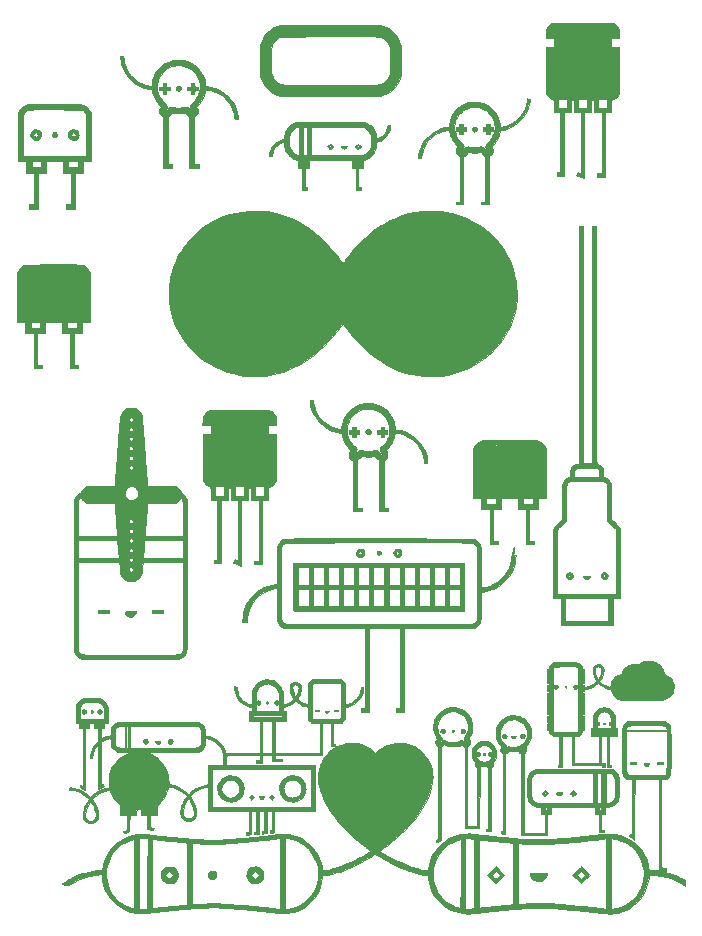
<source format=gts>
G04 #@! TF.GenerationSoftware,KiCad,Pcbnew,5.1.5-52549c5~84~ubuntu18.04.1*
G04 #@! TF.CreationDate,2020-02-22T18:37:13-07:00*
G04 #@! TF.ProjectId,001,3030312e-6b69-4636-9164-5f7063625858,rev?*
G04 #@! TF.SameCoordinates,Original*
G04 #@! TF.FileFunction,Soldermask,Top*
G04 #@! TF.FilePolarity,Negative*
%FSLAX46Y46*%
G04 Gerber Fmt 4.6, Leading zero omitted, Abs format (unit mm)*
G04 Created by KiCad (PCBNEW 5.1.5-52549c5~84~ubuntu18.04.1) date 2020-02-22 18:37:13*
%MOMM*%
%LPD*%
G04 APERTURE LIST*
%ADD10C,0.010000*%
G04 APERTURE END LIST*
D10*
G36*
X125671488Y-55973450D02*
G01*
X125751077Y-56009373D01*
X125807480Y-56075572D01*
X125834422Y-56166695D01*
X125835833Y-56195574D01*
X125817254Y-56285915D01*
X125766719Y-56356123D01*
X125692034Y-56400603D01*
X125601002Y-56413756D01*
X125543985Y-56404878D01*
X125469716Y-56366873D01*
X125421999Y-56305711D01*
X125400169Y-56230661D01*
X125403559Y-56150989D01*
X125431506Y-56075965D01*
X125483342Y-56014854D01*
X125558403Y-55976926D01*
X125574987Y-55973152D01*
X125671488Y-55973450D01*
G37*
X125671488Y-55973450D02*
X125751077Y-56009373D01*
X125807480Y-56075572D01*
X125834422Y-56166695D01*
X125835833Y-56195574D01*
X125817254Y-56285915D01*
X125766719Y-56356123D01*
X125692034Y-56400603D01*
X125601002Y-56413756D01*
X125543985Y-56404878D01*
X125469716Y-56366873D01*
X125421999Y-56305711D01*
X125400169Y-56230661D01*
X125403559Y-56150989D01*
X125431506Y-56075965D01*
X125483342Y-56014854D01*
X125558403Y-55976926D01*
X125574987Y-55973152D01*
X125671488Y-55973450D01*
G36*
X126814791Y-55757364D02*
G01*
X126968250Y-55763583D01*
X126974508Y-55906458D01*
X126980767Y-56049333D01*
X127254000Y-56049333D01*
X127254000Y-56345666D01*
X126980767Y-56345666D01*
X126974508Y-56488541D01*
X126968250Y-56631416D01*
X126814791Y-56637635D01*
X126661333Y-56643854D01*
X126661333Y-56347600D01*
X126518458Y-56341342D01*
X126375583Y-56335083D01*
X126363065Y-56049333D01*
X126661333Y-56049333D01*
X126661333Y-55751145D01*
X126814791Y-55757364D01*
G37*
X126814791Y-55757364D02*
X126968250Y-55763583D01*
X126974508Y-55906458D01*
X126980767Y-56049333D01*
X127254000Y-56049333D01*
X127254000Y-56345666D01*
X126980767Y-56345666D01*
X126974508Y-56488541D01*
X126968250Y-56631416D01*
X126814791Y-56637635D01*
X126661333Y-56643854D01*
X126661333Y-56347600D01*
X126518458Y-56341342D01*
X126375583Y-56335083D01*
X126363065Y-56049333D01*
X126661333Y-56049333D01*
X126661333Y-55751145D01*
X126814791Y-55757364D01*
G36*
X124565833Y-56049333D02*
G01*
X124862166Y-56049333D01*
X124862166Y-56345666D01*
X124565833Y-56345666D01*
X124565833Y-56642000D01*
X124269500Y-56642000D01*
X124269500Y-56345666D01*
X123973166Y-56345666D01*
X123973166Y-56049333D01*
X124269500Y-56049333D01*
X124269500Y-55753000D01*
X124565833Y-55753000D01*
X124565833Y-56049333D01*
G37*
X124565833Y-56049333D02*
X124862166Y-56049333D01*
X124862166Y-56345666D01*
X124565833Y-56345666D01*
X124565833Y-56642000D01*
X124269500Y-56642000D01*
X124269500Y-56345666D01*
X123973166Y-56345666D01*
X123973166Y-56049333D01*
X124269500Y-56049333D01*
X124269500Y-55753000D01*
X124565833Y-55753000D01*
X124565833Y-56049333D01*
G36*
X139868744Y-61110218D02*
G01*
X139835040Y-61189575D01*
X139780529Y-61244189D01*
X139739634Y-61268312D01*
X139670788Y-61293835D01*
X139604565Y-61291345D01*
X139538674Y-61268251D01*
X139465920Y-61219768D01*
X139417969Y-61153801D01*
X139403666Y-61092873D01*
X139405259Y-61072150D01*
X139414855Y-61058422D01*
X139439679Y-61050249D01*
X139486958Y-61046192D01*
X139563916Y-61044812D01*
X139645605Y-61044666D01*
X139887544Y-61044666D01*
X139868744Y-61110218D01*
G37*
X139868744Y-61110218D02*
X139835040Y-61189575D01*
X139780529Y-61244189D01*
X139739634Y-61268312D01*
X139670788Y-61293835D01*
X139604565Y-61291345D01*
X139538674Y-61268251D01*
X139465920Y-61219768D01*
X139417969Y-61153801D01*
X139403666Y-61092873D01*
X139405259Y-61072150D01*
X139414855Y-61058422D01*
X139439679Y-61050249D01*
X139486958Y-61046192D01*
X139563916Y-61044812D01*
X139645605Y-61044666D01*
X139887544Y-61044666D01*
X139868744Y-61110218D01*
G36*
X141064293Y-61107670D02*
G01*
X140949078Y-61224335D01*
X140893066Y-61279589D01*
X140848638Y-61320702D01*
X140823831Y-61340305D01*
X140821833Y-61341000D01*
X140802304Y-61326994D01*
X140761422Y-61289891D01*
X140707226Y-61237060D01*
X140694588Y-61224335D01*
X140590100Y-61118532D01*
X140743515Y-61118532D01*
X140768240Y-61149752D01*
X140801752Y-61181517D01*
X140821833Y-61192833D01*
X140845322Y-61178778D01*
X140875426Y-61149752D01*
X140900572Y-61117661D01*
X140898119Y-61093662D01*
X140868123Y-61060382D01*
X140821833Y-61014092D01*
X140775543Y-61060382D01*
X140744981Y-61094570D01*
X140743515Y-61118532D01*
X140590100Y-61118532D01*
X140579372Y-61107670D01*
X140700603Y-60986440D01*
X140821833Y-60865210D01*
X141064293Y-61107670D01*
G37*
X141064293Y-61107670D02*
X140949078Y-61224335D01*
X140893066Y-61279589D01*
X140848638Y-61320702D01*
X140823831Y-61340305D01*
X140821833Y-61341000D01*
X140802304Y-61326994D01*
X140761422Y-61289891D01*
X140707226Y-61237060D01*
X140694588Y-61224335D01*
X140590100Y-61118532D01*
X140743515Y-61118532D01*
X140768240Y-61149752D01*
X140801752Y-61181517D01*
X140821833Y-61192833D01*
X140845322Y-61178778D01*
X140875426Y-61149752D01*
X140900572Y-61117661D01*
X140898119Y-61093662D01*
X140868123Y-61060382D01*
X140821833Y-61014092D01*
X140775543Y-61060382D01*
X140744981Y-61094570D01*
X140743515Y-61118532D01*
X140590100Y-61118532D01*
X140579372Y-61107670D01*
X140700603Y-60986440D01*
X140821833Y-60865210D01*
X141064293Y-61107670D01*
G36*
X138577947Y-60991533D02*
G01*
X138705163Y-61117421D01*
X138594763Y-61229210D01*
X138538351Y-61283439D01*
X138491575Y-61323167D01*
X138463544Y-61340741D01*
X138461750Y-61341000D01*
X138437026Y-61326859D01*
X138392074Y-61289424D01*
X138335733Y-61236177D01*
X138323921Y-61224335D01*
X138208706Y-61107670D01*
X138209256Y-61107120D01*
X138358138Y-61107120D01*
X138408453Y-61160679D01*
X138458768Y-61214237D01*
X138508462Y-61167552D01*
X138558155Y-61120868D01*
X138504714Y-61067426D01*
X138451273Y-61013985D01*
X138358138Y-61107120D01*
X138209256Y-61107120D01*
X138329719Y-60986657D01*
X138450731Y-60865644D01*
X138577947Y-60991533D01*
G37*
X138577947Y-60991533D02*
X138705163Y-61117421D01*
X138594763Y-61229210D01*
X138538351Y-61283439D01*
X138491575Y-61323167D01*
X138463544Y-61340741D01*
X138461750Y-61341000D01*
X138437026Y-61326859D01*
X138392074Y-61289424D01*
X138335733Y-61236177D01*
X138323921Y-61224335D01*
X138208706Y-61107670D01*
X138209256Y-61107120D01*
X138358138Y-61107120D01*
X138408453Y-61160679D01*
X138458768Y-61214237D01*
X138508462Y-61167552D01*
X138558155Y-61120868D01*
X138504714Y-61067426D01*
X138451273Y-61013985D01*
X138358138Y-61107120D01*
X138209256Y-61107120D01*
X138329719Y-60986657D01*
X138450731Y-60865644D01*
X138577947Y-60991533D01*
G36*
X150757338Y-59444281D02*
G01*
X150832542Y-59496375D01*
X150876540Y-59571475D01*
X150884868Y-59659771D01*
X150875153Y-59703148D01*
X150830201Y-59780597D01*
X150761569Y-59831118D01*
X150679924Y-59850649D01*
X150595928Y-59835131D01*
X150567396Y-59820324D01*
X150497623Y-59755644D01*
X150463277Y-59676376D01*
X150465511Y-59591721D01*
X150505476Y-59510882D01*
X150525787Y-59487954D01*
X150600534Y-59435485D01*
X150681849Y-59423910D01*
X150757338Y-59444281D01*
G37*
X150757338Y-59444281D02*
X150832542Y-59496375D01*
X150876540Y-59571475D01*
X150884868Y-59659771D01*
X150875153Y-59703148D01*
X150830201Y-59780597D01*
X150761569Y-59831118D01*
X150679924Y-59850649D01*
X150595928Y-59835131D01*
X150567396Y-59820324D01*
X150497623Y-59755644D01*
X150463277Y-59676376D01*
X150465511Y-59591721D01*
X150505476Y-59510882D01*
X150525787Y-59487954D01*
X150600534Y-59435485D01*
X150681849Y-59423910D01*
X150757338Y-59444281D01*
G36*
X151955500Y-59499500D02*
G01*
X152230666Y-59499500D01*
X152230666Y-59774666D01*
X151955500Y-59774666D01*
X151955500Y-60049833D01*
X151680333Y-60049833D01*
X151680333Y-59774666D01*
X151384000Y-59774666D01*
X151384000Y-59499500D01*
X151680333Y-59499500D01*
X151680333Y-59224333D01*
X151955500Y-59224333D01*
X151955500Y-59499500D01*
G37*
X151955500Y-59499500D02*
X152230666Y-59499500D01*
X152230666Y-59774666D01*
X151955500Y-59774666D01*
X151955500Y-60049833D01*
X151680333Y-60049833D01*
X151680333Y-59774666D01*
X151384000Y-59774666D01*
X151384000Y-59499500D01*
X151680333Y-59499500D01*
X151680333Y-59224333D01*
X151955500Y-59224333D01*
X151955500Y-59499500D01*
G36*
X149669500Y-59499500D02*
G01*
X149944666Y-59499500D01*
X149944666Y-59774666D01*
X149669500Y-59774666D01*
X149669500Y-60049833D01*
X149394333Y-60049833D01*
X149394333Y-59774666D01*
X149119166Y-59774666D01*
X149119166Y-59499500D01*
X149394333Y-59499500D01*
X149394333Y-59224333D01*
X149669500Y-59224333D01*
X149669500Y-59499500D01*
G37*
X149669500Y-59499500D02*
X149944666Y-59499500D01*
X149944666Y-59774666D01*
X149669500Y-59774666D01*
X149669500Y-60049833D01*
X149394333Y-60049833D01*
X149394333Y-59774666D01*
X149119166Y-59774666D01*
X149119166Y-59499500D01*
X149394333Y-59499500D01*
X149394333Y-59224333D01*
X149669500Y-59224333D01*
X149669500Y-59499500D01*
G36*
X115209583Y-59908464D02*
G01*
X115215627Y-59911238D01*
X115288341Y-59965705D01*
X115332250Y-60039775D01*
X115346558Y-60123088D01*
X115330469Y-60205283D01*
X115283184Y-60276000D01*
X115245909Y-60304855D01*
X115153048Y-60342873D01*
X115066682Y-60339134D01*
X114985575Y-60293504D01*
X114964633Y-60274200D01*
X114916931Y-60217973D01*
X114896100Y-60164436D01*
X114892666Y-60117074D01*
X114910908Y-60023524D01*
X114960069Y-59950567D01*
X115031800Y-59903525D01*
X115117755Y-59887717D01*
X115209583Y-59908464D01*
G37*
X115209583Y-59908464D02*
X115215627Y-59911238D01*
X115288341Y-59965705D01*
X115332250Y-60039775D01*
X115346558Y-60123088D01*
X115330469Y-60205283D01*
X115283184Y-60276000D01*
X115245909Y-60304855D01*
X115153048Y-60342873D01*
X115066682Y-60339134D01*
X114985575Y-60293504D01*
X114964633Y-60274200D01*
X114916931Y-60217973D01*
X114896100Y-60164436D01*
X114892666Y-60117074D01*
X114910908Y-60023524D01*
X114960069Y-59950567D01*
X115031800Y-59903525D01*
X115117755Y-59887717D01*
X115209583Y-59908464D01*
G36*
X116738546Y-59673137D02*
G01*
X116876292Y-59697621D01*
X116988638Y-59755679D01*
X117077258Y-59848340D01*
X117109877Y-59901666D01*
X117138882Y-59964787D01*
X117152714Y-60025319D01*
X117154777Y-60101903D01*
X117153195Y-60138879D01*
X117144671Y-60228090D01*
X117126714Y-60293743D01*
X117093620Y-60354448D01*
X117081836Y-60371712D01*
X116993323Y-60465064D01*
X116883054Y-60531050D01*
X116761421Y-60565505D01*
X116638814Y-60564261D01*
X116614368Y-60559185D01*
X116488274Y-60507005D01*
X116381781Y-60418623D01*
X116342876Y-60369786D01*
X116309952Y-60318746D01*
X116290779Y-60272586D01*
X116281721Y-60216689D01*
X116279142Y-60136440D01*
X116279083Y-60113333D01*
X116279094Y-60112721D01*
X116513085Y-60112721D01*
X116606866Y-60208277D01*
X116657318Y-60257845D01*
X116695921Y-60292386D01*
X116713000Y-60303833D01*
X116733104Y-60289877D01*
X116773282Y-60253488D01*
X116819133Y-60208277D01*
X116912914Y-60112721D01*
X116713000Y-59912807D01*
X116613042Y-60012764D01*
X116513085Y-60112721D01*
X116279094Y-60112721D01*
X116280701Y-60025508D01*
X116287967Y-59965387D01*
X116304501Y-59918390D01*
X116333920Y-59869937D01*
X116342583Y-59857490D01*
X116433132Y-59759127D01*
X116541351Y-59698145D01*
X116670495Y-59673028D01*
X116738546Y-59673137D01*
G37*
X116738546Y-59673137D02*
X116876292Y-59697621D01*
X116988638Y-59755679D01*
X117077258Y-59848340D01*
X117109877Y-59901666D01*
X117138882Y-59964787D01*
X117152714Y-60025319D01*
X117154777Y-60101903D01*
X117153195Y-60138879D01*
X117144671Y-60228090D01*
X117126714Y-60293743D01*
X117093620Y-60354448D01*
X117081836Y-60371712D01*
X116993323Y-60465064D01*
X116883054Y-60531050D01*
X116761421Y-60565505D01*
X116638814Y-60564261D01*
X116614368Y-60559185D01*
X116488274Y-60507005D01*
X116381781Y-60418623D01*
X116342876Y-60369786D01*
X116309952Y-60318746D01*
X116290779Y-60272586D01*
X116281721Y-60216689D01*
X116279142Y-60136440D01*
X116279083Y-60113333D01*
X116279094Y-60112721D01*
X116513085Y-60112721D01*
X116606866Y-60208277D01*
X116657318Y-60257845D01*
X116695921Y-60292386D01*
X116713000Y-60303833D01*
X116733104Y-60289877D01*
X116773282Y-60253488D01*
X116819133Y-60208277D01*
X116912914Y-60112721D01*
X116713000Y-59912807D01*
X116613042Y-60012764D01*
X116513085Y-60112721D01*
X116279094Y-60112721D01*
X116280701Y-60025508D01*
X116287967Y-59965387D01*
X116304501Y-59918390D01*
X116333920Y-59869937D01*
X116342583Y-59857490D01*
X116433132Y-59759127D01*
X116541351Y-59698145D01*
X116670495Y-59673028D01*
X116738546Y-59673137D01*
G36*
X113657375Y-59687561D02*
G01*
X113776925Y-59741854D01*
X113871977Y-59828873D01*
X113939189Y-59945778D01*
X113969734Y-60053635D01*
X113970651Y-60170197D01*
X113936172Y-60286335D01*
X113872331Y-60392915D01*
X113785158Y-60480804D01*
X113680688Y-60540869D01*
X113639165Y-60554135D01*
X113568492Y-60570417D01*
X113517870Y-60575412D01*
X113466655Y-60569503D01*
X113415986Y-60558277D01*
X113308995Y-60513476D01*
X113213301Y-60437725D01*
X113136785Y-60340720D01*
X113087330Y-60232160D01*
X113072451Y-60135635D01*
X113075592Y-60112812D01*
X113316828Y-60112812D01*
X113525892Y-60325068D01*
X113627470Y-60225018D01*
X113729047Y-60124968D01*
X113516859Y-59912780D01*
X113416843Y-60012796D01*
X113316828Y-60112812D01*
X113075592Y-60112812D01*
X113091268Y-59998950D01*
X113143837Y-59878979D01*
X113225007Y-59781134D01*
X113329628Y-59710827D01*
X113452549Y-59673471D01*
X113516669Y-59668833D01*
X113657375Y-59687561D01*
G37*
X113657375Y-59687561D02*
X113776925Y-59741854D01*
X113871977Y-59828873D01*
X113939189Y-59945778D01*
X113969734Y-60053635D01*
X113970651Y-60170197D01*
X113936172Y-60286335D01*
X113872331Y-60392915D01*
X113785158Y-60480804D01*
X113680688Y-60540869D01*
X113639165Y-60554135D01*
X113568492Y-60570417D01*
X113517870Y-60575412D01*
X113466655Y-60569503D01*
X113415986Y-60558277D01*
X113308995Y-60513476D01*
X113213301Y-60437725D01*
X113136785Y-60340720D01*
X113087330Y-60232160D01*
X113072451Y-60135635D01*
X113075592Y-60112812D01*
X113316828Y-60112812D01*
X113525892Y-60325068D01*
X113627470Y-60225018D01*
X113729047Y-60124968D01*
X113516859Y-59912780D01*
X113416843Y-60012796D01*
X113316828Y-60112812D01*
X113075592Y-60112812D01*
X113091268Y-59998950D01*
X113143837Y-59878979D01*
X113225007Y-59781134D01*
X113329628Y-59710827D01*
X113452549Y-59673471D01*
X113516669Y-59668833D01*
X113657375Y-59687561D01*
G36*
X115050151Y-71562573D02*
G01*
X115405174Y-71562983D01*
X115720295Y-71563494D01*
X115997946Y-71564144D01*
X116240559Y-71564969D01*
X116450564Y-71566009D01*
X116630394Y-71567300D01*
X116782480Y-71568880D01*
X116909252Y-71570786D01*
X117013144Y-71573056D01*
X117096587Y-71575727D01*
X117162011Y-71578838D01*
X117211848Y-71582426D01*
X117248531Y-71586527D01*
X117274490Y-71591180D01*
X117292158Y-71596423D01*
X117294188Y-71597240D01*
X117378301Y-71646038D01*
X117467850Y-71719663D01*
X117549047Y-71805223D01*
X117608102Y-71889828D01*
X117609075Y-71891631D01*
X117617263Y-71907387D01*
X117624423Y-71923927D01*
X117630634Y-71944069D01*
X117635976Y-71970633D01*
X117640529Y-72006437D01*
X117644373Y-72054299D01*
X117647587Y-72117036D01*
X117650251Y-72197468D01*
X117652444Y-72298413D01*
X117654247Y-72422689D01*
X117655739Y-72573114D01*
X117656999Y-72752507D01*
X117658107Y-72963685D01*
X117659144Y-73209468D01*
X117660188Y-73492674D01*
X117661015Y-73728791D01*
X117667114Y-75480333D01*
X112416166Y-75480333D01*
X112416166Y-72007592D01*
X112467180Y-71907754D01*
X112559721Y-71769620D01*
X112679958Y-71663459D01*
X112771766Y-71612065D01*
X112883949Y-71560427D01*
X115050151Y-71562573D01*
G37*
X115050151Y-71562573D02*
X115405174Y-71562983D01*
X115720295Y-71563494D01*
X115997946Y-71564144D01*
X116240559Y-71564969D01*
X116450564Y-71566009D01*
X116630394Y-71567300D01*
X116782480Y-71568880D01*
X116909252Y-71570786D01*
X117013144Y-71573056D01*
X117096587Y-71575727D01*
X117162011Y-71578838D01*
X117211848Y-71582426D01*
X117248531Y-71586527D01*
X117274490Y-71591180D01*
X117292158Y-71596423D01*
X117294188Y-71597240D01*
X117378301Y-71646038D01*
X117467850Y-71719663D01*
X117549047Y-71805223D01*
X117608102Y-71889828D01*
X117609075Y-71891631D01*
X117617263Y-71907387D01*
X117624423Y-71923927D01*
X117630634Y-71944069D01*
X117635976Y-71970633D01*
X117640529Y-72006437D01*
X117644373Y-72054299D01*
X117647587Y-72117036D01*
X117650251Y-72197468D01*
X117652444Y-72298413D01*
X117654247Y-72422689D01*
X117655739Y-72573114D01*
X117656999Y-72752507D01*
X117658107Y-72963685D01*
X117659144Y-73209468D01*
X117660188Y-73492674D01*
X117661015Y-73728791D01*
X117667114Y-75480333D01*
X112416166Y-75480333D01*
X112416166Y-72007592D01*
X112467180Y-71907754D01*
X112559721Y-71769620D01*
X112679958Y-71663459D01*
X112771766Y-71612065D01*
X112883949Y-71560427D01*
X115050151Y-71562573D01*
G36*
X141743590Y-85061395D02*
G01*
X141821624Y-85109430D01*
X141866087Y-85156002D01*
X141886133Y-85203001D01*
X141890750Y-85269916D01*
X141885957Y-85337699D01*
X141865590Y-85384526D01*
X141821624Y-85430402D01*
X141740816Y-85478644D01*
X141651928Y-85492795D01*
X141567419Y-85471632D01*
X141543973Y-85457650D01*
X141483635Y-85392172D01*
X141451582Y-85307842D01*
X141453071Y-85219987D01*
X141457323Y-85204932D01*
X141504088Y-85121184D01*
X141573511Y-85067740D01*
X141656406Y-85047008D01*
X141743590Y-85061395D01*
G37*
X141743590Y-85061395D02*
X141821624Y-85109430D01*
X141866087Y-85156002D01*
X141886133Y-85203001D01*
X141890750Y-85269916D01*
X141885957Y-85337699D01*
X141865590Y-85384526D01*
X141821624Y-85430402D01*
X141740816Y-85478644D01*
X141651928Y-85492795D01*
X141567419Y-85471632D01*
X141543973Y-85457650D01*
X141483635Y-85392172D01*
X141451582Y-85307842D01*
X141453071Y-85219987D01*
X141457323Y-85204932D01*
X141504088Y-85121184D01*
X141573511Y-85067740D01*
X141656406Y-85047008D01*
X141743590Y-85061395D01*
G36*
X143023166Y-85109232D02*
G01*
X143308916Y-85121750D01*
X143308916Y-85418083D01*
X143166041Y-85424342D01*
X143023166Y-85430600D01*
X143023166Y-85703833D01*
X142726833Y-85703833D01*
X142726833Y-85428666D01*
X142430500Y-85428666D01*
X142430500Y-85111166D01*
X142726833Y-85111166D01*
X142726833Y-84836000D01*
X143023166Y-84836000D01*
X143023166Y-85109232D01*
G37*
X143023166Y-85109232D02*
X143308916Y-85121750D01*
X143308916Y-85418083D01*
X143166041Y-85424342D01*
X143023166Y-85430600D01*
X143023166Y-85703833D01*
X142726833Y-85703833D01*
X142726833Y-85428666D01*
X142430500Y-85428666D01*
X142430500Y-85111166D01*
X142726833Y-85111166D01*
X142726833Y-84836000D01*
X143023166Y-84836000D01*
X143023166Y-85109232D01*
G36*
X140610166Y-85111166D02*
G01*
X140906500Y-85111166D01*
X140906500Y-85428666D01*
X140610166Y-85428666D01*
X140610166Y-85703833D01*
X140313833Y-85703833D01*
X140313833Y-85430600D01*
X140170958Y-85424342D01*
X140028083Y-85418083D01*
X140028083Y-85121750D01*
X140313833Y-85109232D01*
X140313833Y-84836000D01*
X140610166Y-84836000D01*
X140610166Y-85111166D01*
G37*
X140610166Y-85111166D02*
X140906500Y-85111166D01*
X140906500Y-85428666D01*
X140610166Y-85428666D01*
X140610166Y-85703833D01*
X140313833Y-85703833D01*
X140313833Y-85430600D01*
X140170958Y-85424342D01*
X140028083Y-85418083D01*
X140028083Y-85121750D01*
X140313833Y-85109232D01*
X140313833Y-84836000D01*
X140610166Y-84836000D01*
X140610166Y-85111166D01*
G36*
X155183253Y-86446994D02*
G01*
X155331760Y-86447696D01*
X155455661Y-86448818D01*
X155557490Y-86450401D01*
X155639778Y-86452487D01*
X155705059Y-86455115D01*
X155755865Y-86458328D01*
X155794729Y-86462167D01*
X155824183Y-86466672D01*
X155846760Y-86471886D01*
X155864992Y-86477849D01*
X155881412Y-86484602D01*
X155884324Y-86485884D01*
X156029963Y-86569830D01*
X156142866Y-86679196D01*
X156200497Y-86765901D01*
X156262916Y-86878583D01*
X156269232Y-88619541D01*
X156275548Y-90360500D01*
X151024166Y-90360500D01*
X151024365Y-88619541D01*
X151024563Y-86878583D01*
X151086620Y-86770387D01*
X151179406Y-86643367D01*
X151297369Y-86546467D01*
X151384000Y-86499527D01*
X151400034Y-86492349D01*
X151417112Y-86485983D01*
X151437764Y-86480374D01*
X151464522Y-86475465D01*
X151499915Y-86471199D01*
X151546476Y-86467519D01*
X151606734Y-86464370D01*
X151683222Y-86461695D01*
X151778469Y-86459436D01*
X151895006Y-86457539D01*
X152035366Y-86455945D01*
X152202077Y-86454599D01*
X152397672Y-86453444D01*
X152624682Y-86452424D01*
X152885636Y-86451481D01*
X153183067Y-86450560D01*
X153519504Y-86449605D01*
X153633683Y-86449288D01*
X153983004Y-86448337D01*
X154292525Y-86447558D01*
X154564778Y-86446993D01*
X154802295Y-86446683D01*
X155007609Y-86446670D01*
X155183253Y-86446994D01*
G37*
X155183253Y-86446994D02*
X155331760Y-86447696D01*
X155455661Y-86448818D01*
X155557490Y-86450401D01*
X155639778Y-86452487D01*
X155705059Y-86455115D01*
X155755865Y-86458328D01*
X155794729Y-86462167D01*
X155824183Y-86466672D01*
X155846760Y-86471886D01*
X155864992Y-86477849D01*
X155881412Y-86484602D01*
X155884324Y-86485884D01*
X156029963Y-86569830D01*
X156142866Y-86679196D01*
X156200497Y-86765901D01*
X156262916Y-86878583D01*
X156269232Y-88619541D01*
X156275548Y-90360500D01*
X151024166Y-90360500D01*
X151024365Y-88619541D01*
X151024563Y-86878583D01*
X151086620Y-86770387D01*
X151179406Y-86643367D01*
X151297369Y-86546467D01*
X151384000Y-86499527D01*
X151400034Y-86492349D01*
X151417112Y-86485983D01*
X151437764Y-86480374D01*
X151464522Y-86475465D01*
X151499915Y-86471199D01*
X151546476Y-86467519D01*
X151606734Y-86464370D01*
X151683222Y-86461695D01*
X151778469Y-86459436D01*
X151895006Y-86457539D01*
X152035366Y-86455945D01*
X152202077Y-86454599D01*
X152397672Y-86453444D01*
X152624682Y-86452424D01*
X152885636Y-86451481D01*
X153183067Y-86450560D01*
X153519504Y-86449605D01*
X153633683Y-86449288D01*
X153983004Y-86448337D01*
X154292525Y-86447558D01*
X154564778Y-86446993D01*
X154802295Y-86446683D01*
X155007609Y-86446670D01*
X155183253Y-86446994D01*
G36*
X161771619Y-97178163D02*
G01*
X161852671Y-97225350D01*
X161913531Y-97293920D01*
X161950513Y-97377333D01*
X161959931Y-97469044D01*
X161938099Y-97562511D01*
X161881332Y-97651193D01*
X161849918Y-97682203D01*
X161797255Y-97722345D01*
X161746160Y-97741836D01*
X161676696Y-97747565D01*
X161660416Y-97747666D01*
X161585424Y-97743710D01*
X161532455Y-97727253D01*
X161481576Y-97691409D01*
X161470948Y-97682233D01*
X161403756Y-97599365D01*
X161369952Y-97504798D01*
X161368854Y-97451333D01*
X161536079Y-97451333D01*
X161597369Y-97515305D01*
X161658658Y-97579277D01*
X161786602Y-97451333D01*
X161658658Y-97323389D01*
X161597369Y-97387361D01*
X161536079Y-97451333D01*
X161368854Y-97451333D01*
X161367948Y-97407236D01*
X161396156Y-97315383D01*
X161452987Y-97237941D01*
X161536853Y-97183613D01*
X161563681Y-97174110D01*
X161674060Y-97158902D01*
X161771619Y-97178163D01*
G37*
X161771619Y-97178163D02*
X161852671Y-97225350D01*
X161913531Y-97293920D01*
X161950513Y-97377333D01*
X161959931Y-97469044D01*
X161938099Y-97562511D01*
X161881332Y-97651193D01*
X161849918Y-97682203D01*
X161797255Y-97722345D01*
X161746160Y-97741836D01*
X161676696Y-97747565D01*
X161660416Y-97747666D01*
X161585424Y-97743710D01*
X161532455Y-97727253D01*
X161481576Y-97691409D01*
X161470948Y-97682233D01*
X161403756Y-97599365D01*
X161369952Y-97504798D01*
X161368854Y-97451333D01*
X161536079Y-97451333D01*
X161597369Y-97515305D01*
X161658658Y-97579277D01*
X161786602Y-97451333D01*
X161658658Y-97323389D01*
X161597369Y-97387361D01*
X161536079Y-97451333D01*
X161368854Y-97451333D01*
X161367948Y-97407236D01*
X161396156Y-97315383D01*
X161452987Y-97237941D01*
X161536853Y-97183613D01*
X161563681Y-97174110D01*
X161674060Y-97158902D01*
X161771619Y-97178163D01*
G36*
X160310110Y-97452804D02*
G01*
X160407248Y-97457111D01*
X160466501Y-97464096D01*
X160485666Y-97473179D01*
X160471278Y-97531822D01*
X160434457Y-97601801D01*
X160384718Y-97666676D01*
X160359920Y-97690446D01*
X160307511Y-97726652D01*
X160250994Y-97743677D01*
X160177862Y-97747666D01*
X160102861Y-97743581D01*
X160049727Y-97726712D01*
X159998401Y-97690141D01*
X159989999Y-97682863D01*
X159942569Y-97634776D01*
X159910340Y-97590272D01*
X159904595Y-97577029D01*
X159888448Y-97519976D01*
X159880990Y-97493666D01*
X159878127Y-97477213D01*
X159884524Y-97465689D01*
X159906312Y-97458217D01*
X159949621Y-97453921D01*
X160020582Y-97451927D01*
X160125325Y-97451358D01*
X160177323Y-97451333D01*
X160310110Y-97452804D01*
G37*
X160310110Y-97452804D02*
X160407248Y-97457111D01*
X160466501Y-97464096D01*
X160485666Y-97473179D01*
X160471278Y-97531822D01*
X160434457Y-97601801D01*
X160384718Y-97666676D01*
X160359920Y-97690446D01*
X160307511Y-97726652D01*
X160250994Y-97743677D01*
X160177862Y-97747666D01*
X160102861Y-97743581D01*
X160049727Y-97726712D01*
X159998401Y-97690141D01*
X159989999Y-97682863D01*
X159942569Y-97634776D01*
X159910340Y-97590272D01*
X159904595Y-97577029D01*
X159888448Y-97519976D01*
X159880990Y-97493666D01*
X159878127Y-97477213D01*
X159884524Y-97465689D01*
X159906312Y-97458217D01*
X159949621Y-97453921D01*
X160020582Y-97451927D01*
X160125325Y-97451358D01*
X160177323Y-97451333D01*
X160310110Y-97452804D01*
G36*
X158761614Y-97164380D02*
G01*
X158859074Y-97201304D01*
X158931653Y-97265598D01*
X158977363Y-97349019D01*
X158994214Y-97443326D01*
X158980218Y-97540278D01*
X158933386Y-97631634D01*
X158886585Y-97682203D01*
X158833922Y-97722345D01*
X158782827Y-97741836D01*
X158713362Y-97747565D01*
X158697083Y-97747666D01*
X158622095Y-97743711D01*
X158569128Y-97727255D01*
X158518243Y-97691409D01*
X158507581Y-97682203D01*
X158437045Y-97597062D01*
X158402707Y-97503903D01*
X158401845Y-97451333D01*
X158572746Y-97451333D01*
X158695324Y-97579277D01*
X158759297Y-97515305D01*
X158823269Y-97451333D01*
X158759297Y-97387361D01*
X158695324Y-97323389D01*
X158572746Y-97451333D01*
X158401845Y-97451333D01*
X158401161Y-97409667D01*
X158429002Y-97321294D01*
X158482826Y-97245726D01*
X158559227Y-97189904D01*
X158654800Y-97160767D01*
X158761614Y-97164380D01*
G37*
X158761614Y-97164380D02*
X158859074Y-97201304D01*
X158931653Y-97265598D01*
X158977363Y-97349019D01*
X158994214Y-97443326D01*
X158980218Y-97540278D01*
X158933386Y-97631634D01*
X158886585Y-97682203D01*
X158833922Y-97722345D01*
X158782827Y-97741836D01*
X158713362Y-97747565D01*
X158697083Y-97747666D01*
X158622095Y-97743711D01*
X158569128Y-97727255D01*
X158518243Y-97691409D01*
X158507581Y-97682203D01*
X158437045Y-97597062D01*
X158402707Y-97503903D01*
X158401845Y-97451333D01*
X158572746Y-97451333D01*
X158695324Y-97579277D01*
X158759297Y-97515305D01*
X158823269Y-97451333D01*
X158759297Y-97387361D01*
X158695324Y-97323389D01*
X158572746Y-97451333D01*
X158401845Y-97451333D01*
X158401161Y-97409667D01*
X158429002Y-97321294D01*
X158482826Y-97245726D01*
X158559227Y-97189904D01*
X158654800Y-97160767D01*
X158761614Y-97164380D01*
G36*
X124290666Y-100647500D02*
G01*
X123359333Y-100647500D01*
X123359333Y-100330000D01*
X124290666Y-100330000D01*
X124290666Y-100647500D01*
G37*
X124290666Y-100647500D02*
X123359333Y-100647500D01*
X123359333Y-100330000D01*
X124290666Y-100330000D01*
X124290666Y-100647500D01*
G36*
X119247708Y-100334878D02*
G01*
X119708083Y-100340583D01*
X119714302Y-100494041D01*
X119720521Y-100647500D01*
X118787333Y-100647500D01*
X118787333Y-100329174D01*
X119247708Y-100334878D01*
G37*
X119247708Y-100334878D02*
X119708083Y-100340583D01*
X119714302Y-100494041D01*
X119720521Y-100647500D01*
X118787333Y-100647500D01*
X118787333Y-100329174D01*
X119247708Y-100334878D01*
G36*
X121541355Y-100478166D02*
G01*
X122009377Y-100478166D01*
X121994624Y-100556810D01*
X121951764Y-100688684D01*
X121879491Y-100802672D01*
X121869899Y-100813601D01*
X121782932Y-100882433D01*
X121673186Y-100930688D01*
X121556030Y-100953602D01*
X121446829Y-100946415D01*
X121443750Y-100945662D01*
X121311656Y-100893008D01*
X121204412Y-100809683D01*
X121127300Y-100700315D01*
X121105905Y-100649830D01*
X121086212Y-100595158D01*
X121073681Y-100553484D01*
X121072765Y-100523051D01*
X121087922Y-100502102D01*
X121123604Y-100488882D01*
X121184268Y-100481634D01*
X121274369Y-100478602D01*
X121398360Y-100478030D01*
X121541355Y-100478166D01*
G37*
X121541355Y-100478166D02*
X122009377Y-100478166D01*
X121994624Y-100556810D01*
X121951764Y-100688684D01*
X121879491Y-100802672D01*
X121869899Y-100813601D01*
X121782932Y-100882433D01*
X121673186Y-100930688D01*
X121556030Y-100953602D01*
X121446829Y-100946415D01*
X121443750Y-100945662D01*
X121311656Y-100893008D01*
X121204412Y-100809683D01*
X121127300Y-100700315D01*
X121105905Y-100649830D01*
X121086212Y-100595158D01*
X121073681Y-100553484D01*
X121072765Y-100523051D01*
X121087922Y-100502102D01*
X121123604Y-100488882D01*
X121184268Y-100481634D01*
X121274369Y-100478602D01*
X121398360Y-100478030D01*
X121541355Y-100478166D01*
G36*
X142695727Y-95373587D02*
G01*
X142744542Y-95433816D01*
X142767496Y-95508308D01*
X142750747Y-95576928D01*
X142707294Y-95632628D01*
X142633668Y-95683124D01*
X142557719Y-95693402D01*
X142485266Y-95663226D01*
X142461287Y-95642545D01*
X142418302Y-95574559D01*
X142406877Y-95497331D01*
X142426815Y-95424463D01*
X142465104Y-95378536D01*
X142543788Y-95339523D01*
X142623988Y-95338531D01*
X142695727Y-95373587D01*
G37*
X142695727Y-95373587D02*
X142744542Y-95433816D01*
X142767496Y-95508308D01*
X142750747Y-95576928D01*
X142707294Y-95632628D01*
X142633668Y-95683124D01*
X142557719Y-95693402D01*
X142485266Y-95663226D01*
X142461287Y-95642545D01*
X142418302Y-95574559D01*
X142406877Y-95497331D01*
X142426815Y-95424463D01*
X142465104Y-95378536D01*
X142543788Y-95339523D01*
X142623988Y-95338531D01*
X142695727Y-95373587D01*
G36*
X144269643Y-95177187D02*
G01*
X144318806Y-95201346D01*
X144333553Y-95211104D01*
X144418081Y-95280193D01*
X144468205Y-95353499D01*
X144490898Y-95444187D01*
X144494250Y-95514583D01*
X144484768Y-95623522D01*
X144451761Y-95706570D01*
X144388388Y-95776746D01*
X144335715Y-95816208D01*
X144244412Y-95855207D01*
X144138860Y-95865120D01*
X144035545Y-95845969D01*
X143974008Y-95815704D01*
X143883002Y-95732020D01*
X143825672Y-95630612D01*
X143804038Y-95519283D01*
X143804972Y-95512692D01*
X143996729Y-95512692D01*
X144075211Y-95593064D01*
X144153692Y-95673436D01*
X144314436Y-95516474D01*
X144235955Y-95436102D01*
X144157474Y-95355729D01*
X144077102Y-95434211D01*
X143996729Y-95512692D01*
X143804972Y-95512692D01*
X143820124Y-95405834D01*
X143850099Y-95337548D01*
X143911502Y-95252947D01*
X143985864Y-95200634D01*
X144083877Y-95174276D01*
X144133903Y-95169469D01*
X144213849Y-95167779D01*
X144269643Y-95177187D01*
G37*
X144269643Y-95177187D02*
X144318806Y-95201346D01*
X144333553Y-95211104D01*
X144418081Y-95280193D01*
X144468205Y-95353499D01*
X144490898Y-95444187D01*
X144494250Y-95514583D01*
X144484768Y-95623522D01*
X144451761Y-95706570D01*
X144388388Y-95776746D01*
X144335715Y-95816208D01*
X144244412Y-95855207D01*
X144138860Y-95865120D01*
X144035545Y-95845969D01*
X143974008Y-95815704D01*
X143883002Y-95732020D01*
X143825672Y-95630612D01*
X143804038Y-95519283D01*
X143804972Y-95512692D01*
X143996729Y-95512692D01*
X144075211Y-95593064D01*
X144153692Y-95673436D01*
X144314436Y-95516474D01*
X144235955Y-95436102D01*
X144157474Y-95355729D01*
X144077102Y-95434211D01*
X143996729Y-95512692D01*
X143804972Y-95512692D01*
X143820124Y-95405834D01*
X143850099Y-95337548D01*
X143911502Y-95252947D01*
X143985864Y-95200634D01*
X144083877Y-95174276D01*
X144133903Y-95169469D01*
X144213849Y-95167779D01*
X144269643Y-95177187D01*
G36*
X141131106Y-95180357D02*
G01*
X141224636Y-95227687D01*
X141298357Y-95310712D01*
X141326907Y-95361405D01*
X141361944Y-95474038D01*
X141359182Y-95584126D01*
X141322930Y-95684786D01*
X141257501Y-95769131D01*
X141167204Y-95830278D01*
X141056350Y-95861341D01*
X141012333Y-95863833D01*
X140933550Y-95854653D01*
X140857931Y-95831874D01*
X140842669Y-95824640D01*
X140753411Y-95754183D01*
X140690358Y-95655371D01*
X140661781Y-95555615D01*
X140658688Y-95503201D01*
X140855087Y-95503201D01*
X140927279Y-95577683D01*
X140971574Y-95620904D01*
X141003743Y-95647780D01*
X141012333Y-95652166D01*
X141033285Y-95638250D01*
X141072278Y-95602807D01*
X141097387Y-95577683D01*
X141169578Y-95503201D01*
X141090956Y-95424578D01*
X141012333Y-95345955D01*
X140855087Y-95503201D01*
X140658688Y-95503201D01*
X140657574Y-95484326D01*
X140672279Y-95419045D01*
X140697759Y-95361405D01*
X140764244Y-95260958D01*
X140848056Y-95197753D01*
X140954631Y-95168400D01*
X141012333Y-95165333D01*
X141131106Y-95180357D01*
G37*
X141131106Y-95180357D02*
X141224636Y-95227687D01*
X141298357Y-95310712D01*
X141326907Y-95361405D01*
X141361944Y-95474038D01*
X141359182Y-95584126D01*
X141322930Y-95684786D01*
X141257501Y-95769131D01*
X141167204Y-95830278D01*
X141056350Y-95861341D01*
X141012333Y-95863833D01*
X140933550Y-95854653D01*
X140857931Y-95831874D01*
X140842669Y-95824640D01*
X140753411Y-95754183D01*
X140690358Y-95655371D01*
X140661781Y-95555615D01*
X140658688Y-95503201D01*
X140855087Y-95503201D01*
X140927279Y-95577683D01*
X140971574Y-95620904D01*
X141003743Y-95647780D01*
X141012333Y-95652166D01*
X141033285Y-95638250D01*
X141072278Y-95602807D01*
X141097387Y-95577683D01*
X141169578Y-95503201D01*
X141090956Y-95424578D01*
X141012333Y-95345955D01*
X140855087Y-95503201D01*
X140658688Y-95503201D01*
X140657574Y-95484326D01*
X140672279Y-95419045D01*
X140697759Y-95361405D01*
X140764244Y-95260958D01*
X140848056Y-95197753D01*
X140954631Y-95168400D01*
X141012333Y-95165333D01*
X141131106Y-95180357D01*
G36*
X149817666Y-100414666D02*
G01*
X142592777Y-100414666D01*
X142042238Y-100414625D01*
X141502564Y-100414505D01*
X140975296Y-100414307D01*
X140461969Y-100414036D01*
X139964123Y-100413695D01*
X139483295Y-100413285D01*
X139021023Y-100412811D01*
X138578844Y-100412275D01*
X138158297Y-100411680D01*
X137760919Y-100411030D01*
X137388248Y-100410327D01*
X137041822Y-100409574D01*
X136723180Y-100408774D01*
X136433858Y-100407931D01*
X136175394Y-100407047D01*
X135949327Y-100406125D01*
X135757194Y-100405168D01*
X135600534Y-100404180D01*
X135480883Y-100403162D01*
X135399780Y-100402120D01*
X135358763Y-100401054D01*
X135353777Y-100400555D01*
X135351744Y-100377810D01*
X135349798Y-100315685D01*
X135347961Y-100217134D01*
X135346254Y-100085108D01*
X135344696Y-99922563D01*
X135343310Y-99732450D01*
X135342116Y-99517723D01*
X135341135Y-99281335D01*
X135340387Y-99026240D01*
X135339893Y-98755391D01*
X135339753Y-98573166D01*
X135699500Y-98573166D01*
X135699500Y-100054833D01*
X136630833Y-100054833D01*
X136630833Y-98573166D01*
X136969500Y-98573166D01*
X136969500Y-100054833D01*
X137922000Y-100054833D01*
X137922000Y-98573166D01*
X138260666Y-98573166D01*
X138260666Y-100054833D01*
X139192000Y-100054833D01*
X139192000Y-98573166D01*
X139551833Y-98573166D01*
X139551833Y-100054833D01*
X140483166Y-100054833D01*
X140483166Y-98573166D01*
X140821833Y-98573166D01*
X140821833Y-100054833D01*
X141774333Y-100054833D01*
X141774333Y-98573166D01*
X142113000Y-98573166D01*
X142113000Y-100054833D01*
X143044333Y-100054833D01*
X143044333Y-98573166D01*
X143404166Y-98573166D01*
X143404166Y-100054833D01*
X144335500Y-100054833D01*
X144335500Y-98573166D01*
X144674166Y-98573166D01*
X144674166Y-100054833D01*
X145626666Y-100054833D01*
X145626666Y-98573166D01*
X145965333Y-98573166D01*
X145965333Y-100054833D01*
X146896666Y-100054833D01*
X146896666Y-98573166D01*
X147256500Y-98573166D01*
X147256500Y-100054833D01*
X148187833Y-100054833D01*
X148187833Y-98573166D01*
X148526500Y-98573166D01*
X148526500Y-100054833D01*
X149479000Y-100054833D01*
X149479000Y-98573166D01*
X148526500Y-98573166D01*
X148187833Y-98573166D01*
X147256500Y-98573166D01*
X146896666Y-98573166D01*
X145965333Y-98573166D01*
X145626666Y-98573166D01*
X144674166Y-98573166D01*
X144335500Y-98573166D01*
X143404166Y-98573166D01*
X143044333Y-98573166D01*
X142113000Y-98573166D01*
X141774333Y-98573166D01*
X140821833Y-98573166D01*
X140483166Y-98573166D01*
X139551833Y-98573166D01*
X139192000Y-98573166D01*
X138260666Y-98573166D01*
X137922000Y-98573166D01*
X136969500Y-98573166D01*
X136630833Y-98573166D01*
X135699500Y-98573166D01*
X135339753Y-98573166D01*
X135339675Y-98471740D01*
X135339666Y-98400305D01*
X135339666Y-96752833D01*
X135699500Y-96752833D01*
X135699500Y-98234500D01*
X136630833Y-98234500D01*
X136630833Y-96752833D01*
X136969500Y-96752833D01*
X136969500Y-98234500D01*
X137922000Y-98234500D01*
X137922000Y-96752833D01*
X138260666Y-96752833D01*
X138260666Y-98234500D01*
X139192000Y-98234500D01*
X139192000Y-96752833D01*
X139551833Y-96752833D01*
X139551833Y-98234500D01*
X140483166Y-98234500D01*
X140483166Y-96752833D01*
X140821833Y-96752833D01*
X140821833Y-98234500D01*
X141774333Y-98234500D01*
X141774333Y-96752833D01*
X142113000Y-96752833D01*
X142113000Y-98234500D01*
X143044333Y-98234500D01*
X143044333Y-96752833D01*
X143404166Y-96752833D01*
X143404166Y-98234500D01*
X144335500Y-98234500D01*
X144335500Y-96752833D01*
X144674166Y-96752833D01*
X144674166Y-98234500D01*
X145626666Y-98234500D01*
X145626666Y-96752833D01*
X145965333Y-96752833D01*
X145965333Y-98234500D01*
X146896666Y-98234500D01*
X146896666Y-96752833D01*
X147256500Y-96752833D01*
X147256500Y-98234500D01*
X148187833Y-98234500D01*
X148187833Y-96752833D01*
X148526500Y-96752833D01*
X148526500Y-98234500D01*
X149479000Y-98234500D01*
X149479000Y-96752833D01*
X148526500Y-96752833D01*
X148187833Y-96752833D01*
X147256500Y-96752833D01*
X146896666Y-96752833D01*
X145965333Y-96752833D01*
X145626666Y-96752833D01*
X144674166Y-96752833D01*
X144335500Y-96752833D01*
X143404166Y-96752833D01*
X143044333Y-96752833D01*
X142113000Y-96752833D01*
X141774333Y-96752833D01*
X140821833Y-96752833D01*
X140483166Y-96752833D01*
X139551833Y-96752833D01*
X139192000Y-96752833D01*
X138260666Y-96752833D01*
X137922000Y-96752833D01*
X136969500Y-96752833D01*
X136630833Y-96752833D01*
X135699500Y-96752833D01*
X135339666Y-96752833D01*
X135339666Y-96414166D01*
X149817666Y-96414166D01*
X149817666Y-100414666D01*
G37*
X149817666Y-100414666D02*
X142592777Y-100414666D01*
X142042238Y-100414625D01*
X141502564Y-100414505D01*
X140975296Y-100414307D01*
X140461969Y-100414036D01*
X139964123Y-100413695D01*
X139483295Y-100413285D01*
X139021023Y-100412811D01*
X138578844Y-100412275D01*
X138158297Y-100411680D01*
X137760919Y-100411030D01*
X137388248Y-100410327D01*
X137041822Y-100409574D01*
X136723180Y-100408774D01*
X136433858Y-100407931D01*
X136175394Y-100407047D01*
X135949327Y-100406125D01*
X135757194Y-100405168D01*
X135600534Y-100404180D01*
X135480883Y-100403162D01*
X135399780Y-100402120D01*
X135358763Y-100401054D01*
X135353777Y-100400555D01*
X135351744Y-100377810D01*
X135349798Y-100315685D01*
X135347961Y-100217134D01*
X135346254Y-100085108D01*
X135344696Y-99922563D01*
X135343310Y-99732450D01*
X135342116Y-99517723D01*
X135341135Y-99281335D01*
X135340387Y-99026240D01*
X135339893Y-98755391D01*
X135339753Y-98573166D01*
X135699500Y-98573166D01*
X135699500Y-100054833D01*
X136630833Y-100054833D01*
X136630833Y-98573166D01*
X136969500Y-98573166D01*
X136969500Y-100054833D01*
X137922000Y-100054833D01*
X137922000Y-98573166D01*
X138260666Y-98573166D01*
X138260666Y-100054833D01*
X139192000Y-100054833D01*
X139192000Y-98573166D01*
X139551833Y-98573166D01*
X139551833Y-100054833D01*
X140483166Y-100054833D01*
X140483166Y-98573166D01*
X140821833Y-98573166D01*
X140821833Y-100054833D01*
X141774333Y-100054833D01*
X141774333Y-98573166D01*
X142113000Y-98573166D01*
X142113000Y-100054833D01*
X143044333Y-100054833D01*
X143044333Y-98573166D01*
X143404166Y-98573166D01*
X143404166Y-100054833D01*
X144335500Y-100054833D01*
X144335500Y-98573166D01*
X144674166Y-98573166D01*
X144674166Y-100054833D01*
X145626666Y-100054833D01*
X145626666Y-98573166D01*
X145965333Y-98573166D01*
X145965333Y-100054833D01*
X146896666Y-100054833D01*
X146896666Y-98573166D01*
X147256500Y-98573166D01*
X147256500Y-100054833D01*
X148187833Y-100054833D01*
X148187833Y-98573166D01*
X148526500Y-98573166D01*
X148526500Y-100054833D01*
X149479000Y-100054833D01*
X149479000Y-98573166D01*
X148526500Y-98573166D01*
X148187833Y-98573166D01*
X147256500Y-98573166D01*
X146896666Y-98573166D01*
X145965333Y-98573166D01*
X145626666Y-98573166D01*
X144674166Y-98573166D01*
X144335500Y-98573166D01*
X143404166Y-98573166D01*
X143044333Y-98573166D01*
X142113000Y-98573166D01*
X141774333Y-98573166D01*
X140821833Y-98573166D01*
X140483166Y-98573166D01*
X139551833Y-98573166D01*
X139192000Y-98573166D01*
X138260666Y-98573166D01*
X137922000Y-98573166D01*
X136969500Y-98573166D01*
X136630833Y-98573166D01*
X135699500Y-98573166D01*
X135339753Y-98573166D01*
X135339675Y-98471740D01*
X135339666Y-98400305D01*
X135339666Y-96752833D01*
X135699500Y-96752833D01*
X135699500Y-98234500D01*
X136630833Y-98234500D01*
X136630833Y-96752833D01*
X136969500Y-96752833D01*
X136969500Y-98234500D01*
X137922000Y-98234500D01*
X137922000Y-96752833D01*
X138260666Y-96752833D01*
X138260666Y-98234500D01*
X139192000Y-98234500D01*
X139192000Y-96752833D01*
X139551833Y-96752833D01*
X139551833Y-98234500D01*
X140483166Y-98234500D01*
X140483166Y-96752833D01*
X140821833Y-96752833D01*
X140821833Y-98234500D01*
X141774333Y-98234500D01*
X141774333Y-96752833D01*
X142113000Y-96752833D01*
X142113000Y-98234500D01*
X143044333Y-98234500D01*
X143044333Y-96752833D01*
X143404166Y-96752833D01*
X143404166Y-98234500D01*
X144335500Y-98234500D01*
X144335500Y-96752833D01*
X144674166Y-96752833D01*
X144674166Y-98234500D01*
X145626666Y-98234500D01*
X145626666Y-96752833D01*
X145965333Y-96752833D01*
X145965333Y-98234500D01*
X146896666Y-98234500D01*
X146896666Y-96752833D01*
X147256500Y-96752833D01*
X147256500Y-98234500D01*
X148187833Y-98234500D01*
X148187833Y-96752833D01*
X148526500Y-96752833D01*
X148526500Y-98234500D01*
X149479000Y-98234500D01*
X149479000Y-96752833D01*
X148526500Y-96752833D01*
X148187833Y-96752833D01*
X147256500Y-96752833D01*
X146896666Y-96752833D01*
X145965333Y-96752833D01*
X145626666Y-96752833D01*
X144674166Y-96752833D01*
X144335500Y-96752833D01*
X143404166Y-96752833D01*
X143044333Y-96752833D01*
X142113000Y-96752833D01*
X141774333Y-96752833D01*
X140821833Y-96752833D01*
X140483166Y-96752833D01*
X139551833Y-96752833D01*
X139192000Y-96752833D01*
X138260666Y-96752833D01*
X137922000Y-96752833D01*
X136969500Y-96752833D01*
X136630833Y-96752833D01*
X135699500Y-96752833D01*
X135339666Y-96752833D01*
X135339666Y-96414166D01*
X149817666Y-96414166D01*
X149817666Y-100414666D01*
G36*
X161681316Y-109910187D02*
G01*
X161700850Y-109931766D01*
X161700558Y-109974896D01*
X161674737Y-110009187D01*
X161636716Y-110024223D01*
X161600444Y-110010222D01*
X161589307Y-109979934D01*
X161586333Y-109946722D01*
X161596530Y-109908308D01*
X161634381Y-109897351D01*
X161636985Y-109897333D01*
X161681316Y-109910187D01*
G37*
X161681316Y-109910187D02*
X161700850Y-109931766D01*
X161700558Y-109974896D01*
X161674737Y-110009187D01*
X161636716Y-110024223D01*
X161600444Y-110010222D01*
X161589307Y-109979934D01*
X161586333Y-109946722D01*
X161596530Y-109908308D01*
X161634381Y-109897351D01*
X161636985Y-109897333D01*
X161681316Y-109910187D01*
G36*
X158436456Y-106801549D02*
G01*
X158467018Y-106835737D01*
X158468484Y-106859699D01*
X158443759Y-106890919D01*
X158410247Y-106922684D01*
X158390166Y-106934000D01*
X158366677Y-106919945D01*
X158336573Y-106890919D01*
X158311427Y-106858828D01*
X158313880Y-106834828D01*
X158343876Y-106801549D01*
X158390166Y-106755259D01*
X158436456Y-106801549D01*
G37*
X158436456Y-106801549D02*
X158467018Y-106835737D01*
X158468484Y-106859699D01*
X158443759Y-106890919D01*
X158410247Y-106922684D01*
X158390166Y-106934000D01*
X158366677Y-106919945D01*
X158336573Y-106890919D01*
X158311427Y-106858828D01*
X158313880Y-106834828D01*
X158343876Y-106801549D01*
X158390166Y-106755259D01*
X158436456Y-106801549D01*
G36*
X159302544Y-106703285D02*
G01*
X159355933Y-106748625D01*
X159387522Y-106812215D01*
X159388640Y-106888537D01*
X159381948Y-106912488D01*
X159345686Y-106975790D01*
X159287238Y-107009571D01*
X159208011Y-107018666D01*
X159140573Y-107006150D01*
X159090202Y-106962895D01*
X159052077Y-106885752D01*
X159052645Y-106850221D01*
X159178748Y-106850221D01*
X159195381Y-106882145D01*
X159220113Y-106903947D01*
X159244364Y-106892758D01*
X159255425Y-106882145D01*
X159277251Y-106852983D01*
X159265791Y-106827346D01*
X159255425Y-106816521D01*
X159226985Y-106794718D01*
X159204637Y-106805908D01*
X159195381Y-106816521D01*
X159178748Y-106850221D01*
X159052645Y-106850221D01*
X159053330Y-106807441D01*
X159093653Y-106736747D01*
X159098287Y-106731954D01*
X159165050Y-106689431D01*
X159236026Y-106681714D01*
X159302544Y-106703285D01*
G37*
X159302544Y-106703285D02*
X159355933Y-106748625D01*
X159387522Y-106812215D01*
X159388640Y-106888537D01*
X159381948Y-106912488D01*
X159345686Y-106975790D01*
X159287238Y-107009571D01*
X159208011Y-107018666D01*
X159140573Y-107006150D01*
X159090202Y-106962895D01*
X159052077Y-106885752D01*
X159052645Y-106850221D01*
X159178748Y-106850221D01*
X159195381Y-106882145D01*
X159220113Y-106903947D01*
X159244364Y-106892758D01*
X159255425Y-106882145D01*
X159277251Y-106852983D01*
X159265791Y-106827346D01*
X159255425Y-106816521D01*
X159226985Y-106794718D01*
X159204637Y-106805908D01*
X159195381Y-106816521D01*
X159178748Y-106850221D01*
X159052645Y-106850221D01*
X159053330Y-106807441D01*
X159093653Y-106736747D01*
X159098287Y-106731954D01*
X159165050Y-106689431D01*
X159236026Y-106681714D01*
X159302544Y-106703285D01*
G36*
X157630378Y-106703285D02*
G01*
X157683767Y-106748625D01*
X157715356Y-106812215D01*
X157716473Y-106888537D01*
X157709781Y-106912488D01*
X157673520Y-106975790D01*
X157615072Y-107009571D01*
X157535844Y-107018666D01*
X157468407Y-107006150D01*
X157418036Y-106962895D01*
X157379910Y-106885752D01*
X157380478Y-106850221D01*
X157506581Y-106850221D01*
X157523214Y-106882145D01*
X157547947Y-106903947D01*
X157572198Y-106892758D01*
X157583259Y-106882145D01*
X157605084Y-106852983D01*
X157593624Y-106827346D01*
X157583259Y-106816521D01*
X157554818Y-106794718D01*
X157532470Y-106805908D01*
X157523214Y-106816521D01*
X157506581Y-106850221D01*
X157380478Y-106850221D01*
X157381163Y-106807441D01*
X157421487Y-106736747D01*
X157426121Y-106731954D01*
X157492883Y-106689431D01*
X157563859Y-106681714D01*
X157630378Y-106703285D01*
G37*
X157630378Y-106703285D02*
X157683767Y-106748625D01*
X157715356Y-106812215D01*
X157716473Y-106888537D01*
X157709781Y-106912488D01*
X157673520Y-106975790D01*
X157615072Y-107009571D01*
X157535844Y-107018666D01*
X157468407Y-107006150D01*
X157418036Y-106962895D01*
X157379910Y-106885752D01*
X157380478Y-106850221D01*
X157506581Y-106850221D01*
X157523214Y-106882145D01*
X157547947Y-106903947D01*
X157572198Y-106892758D01*
X157583259Y-106882145D01*
X157605084Y-106852983D01*
X157593624Y-106827346D01*
X157583259Y-106816521D01*
X157554818Y-106794718D01*
X157532470Y-106805908D01*
X157523214Y-106816521D01*
X157506581Y-106850221D01*
X157380478Y-106850221D01*
X157381163Y-106807441D01*
X157421487Y-106736747D01*
X157426121Y-106731954D01*
X157492883Y-106689431D01*
X157563859Y-106681714D01*
X157630378Y-106703285D01*
G36*
X133183862Y-108116197D02*
G01*
X133217978Y-108158323D01*
X133231149Y-108206590D01*
X133228238Y-108222304D01*
X133193056Y-108270243D01*
X133142390Y-108288519D01*
X133090746Y-108273148D01*
X133079066Y-108263266D01*
X133054168Y-108214123D01*
X133059648Y-108160402D01*
X133089946Y-108116844D01*
X133139500Y-108098187D01*
X133141366Y-108098166D01*
X133183862Y-108116197D01*
G37*
X133183862Y-108116197D02*
X133217978Y-108158323D01*
X133231149Y-108206590D01*
X133228238Y-108222304D01*
X133193056Y-108270243D01*
X133142390Y-108288519D01*
X133090746Y-108273148D01*
X133079066Y-108263266D01*
X133054168Y-108214123D01*
X133059648Y-108160402D01*
X133089946Y-108116844D01*
X133139500Y-108098187D01*
X133141366Y-108098166D01*
X133183862Y-108116197D01*
G36*
X134017311Y-108045551D02*
G01*
X134066431Y-108101814D01*
X134089976Y-108181426D01*
X134090833Y-108201501D01*
X134073570Y-108280920D01*
X134028284Y-108337915D01*
X133964733Y-108369166D01*
X133892671Y-108371350D01*
X133821854Y-108341146D01*
X133783922Y-108305980D01*
X133742633Y-108230373D01*
X133742797Y-108199115D01*
X133863231Y-108199115D01*
X133873655Y-108228840D01*
X133878728Y-108235221D01*
X133902903Y-108256737D01*
X133927707Y-108248284D01*
X133946360Y-108232407D01*
X133972982Y-108202428D01*
X133967401Y-108178583D01*
X133953908Y-108163837D01*
X133925489Y-108142862D01*
X133899689Y-108153923D01*
X133886276Y-108166651D01*
X133863231Y-108199115D01*
X133742797Y-108199115D01*
X133743034Y-108154379D01*
X133784738Y-108082252D01*
X133806241Y-108061125D01*
X133878241Y-108020780D01*
X133951590Y-108017064D01*
X134017311Y-108045551D01*
G37*
X134017311Y-108045551D02*
X134066431Y-108101814D01*
X134089976Y-108181426D01*
X134090833Y-108201501D01*
X134073570Y-108280920D01*
X134028284Y-108337915D01*
X133964733Y-108369166D01*
X133892671Y-108371350D01*
X133821854Y-108341146D01*
X133783922Y-108305980D01*
X133742633Y-108230373D01*
X133742797Y-108199115D01*
X133863231Y-108199115D01*
X133873655Y-108228840D01*
X133878728Y-108235221D01*
X133902903Y-108256737D01*
X133927707Y-108248284D01*
X133946360Y-108232407D01*
X133972982Y-108202428D01*
X133967401Y-108178583D01*
X133953908Y-108163837D01*
X133925489Y-108142862D01*
X133899689Y-108153923D01*
X133886276Y-108166651D01*
X133863231Y-108199115D01*
X133742797Y-108199115D01*
X133743034Y-108154379D01*
X133784738Y-108082252D01*
X133806241Y-108061125D01*
X133878241Y-108020780D01*
X133951590Y-108017064D01*
X134017311Y-108045551D01*
G36*
X132417711Y-108029733D02*
G01*
X132478727Y-108070648D01*
X132525744Y-108124563D01*
X132545620Y-108179798D01*
X132545666Y-108182256D01*
X132533782Y-108241925D01*
X132504481Y-108303404D01*
X132467290Y-108349069D01*
X132449468Y-108360184D01*
X132363632Y-108373805D01*
X132282110Y-108353001D01*
X132237787Y-108321378D01*
X132195576Y-108254229D01*
X132187115Y-108185403D01*
X132302428Y-108185403D01*
X132310881Y-108210207D01*
X132326759Y-108228860D01*
X132356738Y-108255482D01*
X132380583Y-108249901D01*
X132395329Y-108236408D01*
X132416304Y-108207989D01*
X132405243Y-108182189D01*
X132392514Y-108168776D01*
X132360051Y-108145731D01*
X132330326Y-108156155D01*
X132323944Y-108161228D01*
X132302428Y-108185403D01*
X132187115Y-108185403D01*
X132186437Y-108179889D01*
X132206376Y-108108777D01*
X132251398Y-108051314D01*
X132317507Y-108017920D01*
X132355832Y-108013500D01*
X132417711Y-108029733D01*
G37*
X132417711Y-108029733D02*
X132478727Y-108070648D01*
X132525744Y-108124563D01*
X132545620Y-108179798D01*
X132545666Y-108182256D01*
X132533782Y-108241925D01*
X132504481Y-108303404D01*
X132467290Y-108349069D01*
X132449468Y-108360184D01*
X132363632Y-108373805D01*
X132282110Y-108353001D01*
X132237787Y-108321378D01*
X132195576Y-108254229D01*
X132187115Y-108185403D01*
X132302428Y-108185403D01*
X132310881Y-108210207D01*
X132326759Y-108228860D01*
X132356738Y-108255482D01*
X132380583Y-108249901D01*
X132395329Y-108236408D01*
X132416304Y-108207989D01*
X132405243Y-108182189D01*
X132392514Y-108168776D01*
X132360051Y-108145731D01*
X132330326Y-108156155D01*
X132323944Y-108161228D01*
X132302428Y-108185403D01*
X132187115Y-108185403D01*
X132186437Y-108179889D01*
X132206376Y-108108777D01*
X132251398Y-108051314D01*
X132317507Y-108017920D01*
X132355832Y-108013500D01*
X132417711Y-108029733D01*
G36*
X139149666Y-108944833D02*
G01*
X138811000Y-108944833D01*
X138811000Y-108817833D01*
X139149666Y-108817833D01*
X139149666Y-108944833D01*
G37*
X139149666Y-108944833D02*
X138811000Y-108944833D01*
X138811000Y-108817833D01*
X139149666Y-108817833D01*
X139149666Y-108944833D01*
G36*
X137313458Y-108822268D02*
G01*
X137399073Y-108825818D01*
X137451209Y-108831144D01*
X137478699Y-108841381D01*
X137490374Y-108859663D01*
X137494780Y-108886625D01*
X137501478Y-108944833D01*
X137138833Y-108944833D01*
X137138833Y-108816121D01*
X137313458Y-108822268D01*
G37*
X137313458Y-108822268D02*
X137399073Y-108825818D01*
X137451209Y-108831144D01*
X137478699Y-108841381D01*
X137490374Y-108859663D01*
X137494780Y-108886625D01*
X137501478Y-108944833D01*
X137138833Y-108944833D01*
X137138833Y-108816121D01*
X137313458Y-108822268D01*
G36*
X138249549Y-108884153D02*
G01*
X138305352Y-108894580D01*
X138325404Y-108915563D01*
X138312868Y-108950054D01*
X138276541Y-108994859D01*
X138211468Y-109047144D01*
X138143033Y-109059500D01*
X138078626Y-109041434D01*
X138014313Y-108996987D01*
X137986907Y-108933632D01*
X137985500Y-108911352D01*
X137994964Y-108895750D01*
X138028013Y-108886398D01*
X138091630Y-108882055D01*
X138154833Y-108881333D01*
X138249549Y-108884153D01*
G37*
X138249549Y-108884153D02*
X138305352Y-108894580D01*
X138325404Y-108915563D01*
X138312868Y-108950054D01*
X138276541Y-108994859D01*
X138211468Y-109047144D01*
X138143033Y-109059500D01*
X138078626Y-109041434D01*
X138014313Y-108996987D01*
X137986907Y-108933632D01*
X137985500Y-108911352D01*
X137994964Y-108895750D01*
X138028013Y-108886398D01*
X138091630Y-108882055D01*
X138154833Y-108881333D01*
X138249549Y-108884153D01*
G36*
X118320247Y-108859407D02*
G01*
X118357020Y-108901509D01*
X118364000Y-108941344D01*
X118349039Y-109008512D01*
X118308750Y-109044336D01*
X118250018Y-109044936D01*
X118210541Y-109027804D01*
X118177838Y-108990282D01*
X118175590Y-108943191D01*
X118196969Y-108897010D01*
X118235147Y-108862222D01*
X118283296Y-108849307D01*
X118320247Y-108859407D01*
G37*
X118320247Y-108859407D02*
X118357020Y-108901509D01*
X118364000Y-108941344D01*
X118349039Y-109008512D01*
X118308750Y-109044336D01*
X118250018Y-109044936D01*
X118210541Y-109027804D01*
X118177838Y-108990282D01*
X118175590Y-108943191D01*
X118196969Y-108897010D01*
X118235147Y-108862222D01*
X118283296Y-108849307D01*
X118320247Y-108859407D01*
G36*
X118960012Y-108763095D02*
G01*
X119030582Y-108796373D01*
X119085279Y-108853841D01*
X119115215Y-108926449D01*
X119113396Y-108998263D01*
X119076771Y-109067085D01*
X119014635Y-109113046D01*
X118938983Y-109132919D01*
X118861808Y-109123479D01*
X118796954Y-109083378D01*
X118752516Y-109013088D01*
X118743692Y-108945783D01*
X118863136Y-108945783D01*
X118869010Y-108970804D01*
X118885847Y-108990773D01*
X118915283Y-109017196D01*
X118940304Y-109011322D01*
X118960273Y-108994485D01*
X118986696Y-108965049D01*
X118980822Y-108940028D01*
X118963985Y-108920059D01*
X118934549Y-108893636D01*
X118909528Y-108899510D01*
X118889559Y-108916347D01*
X118863136Y-108945783D01*
X118743692Y-108945783D01*
X118742234Y-108934663D01*
X118763132Y-108859254D01*
X118812234Y-108798008D01*
X118882455Y-108763057D01*
X118960012Y-108763095D01*
G37*
X118960012Y-108763095D02*
X119030582Y-108796373D01*
X119085279Y-108853841D01*
X119115215Y-108926449D01*
X119113396Y-108998263D01*
X119076771Y-109067085D01*
X119014635Y-109113046D01*
X118938983Y-109132919D01*
X118861808Y-109123479D01*
X118796954Y-109083378D01*
X118752516Y-109013088D01*
X118743692Y-108945783D01*
X118863136Y-108945783D01*
X118869010Y-108970804D01*
X118885847Y-108990773D01*
X118915283Y-109017196D01*
X118940304Y-109011322D01*
X118960273Y-108994485D01*
X118986696Y-108965049D01*
X118980822Y-108940028D01*
X118963985Y-108920059D01*
X118934549Y-108893636D01*
X118909528Y-108899510D01*
X118889559Y-108916347D01*
X118863136Y-108945783D01*
X118743692Y-108945783D01*
X118742234Y-108934663D01*
X118763132Y-108859254D01*
X118812234Y-108798008D01*
X118882455Y-108763057D01*
X118960012Y-108763095D01*
G36*
X117727627Y-108792840D02*
G01*
X117782625Y-108861537D01*
X117804912Y-108941375D01*
X117792875Y-109014670D01*
X117754151Y-109075737D01*
X117696382Y-109118886D01*
X117627207Y-109138430D01*
X117554267Y-109128683D01*
X117485201Y-109083957D01*
X117484621Y-109083378D01*
X117439288Y-109011422D01*
X117432261Y-108945582D01*
X117562023Y-108945582D01*
X117573752Y-108990916D01*
X117585301Y-109004335D01*
X117611333Y-109016481D01*
X117643917Y-108996633D01*
X117653421Y-108987485D01*
X117681563Y-108954635D01*
X117679646Y-108931191D01*
X117660598Y-108909693D01*
X117627912Y-108886633D01*
X117598064Y-108897166D01*
X117592478Y-108901618D01*
X117562023Y-108945582D01*
X117432261Y-108945582D01*
X117430714Y-108931091D01*
X117458341Y-108854001D01*
X117497790Y-108809131D01*
X117577061Y-108764833D01*
X117656332Y-108759892D01*
X117727627Y-108792840D01*
G37*
X117727627Y-108792840D02*
X117782625Y-108861537D01*
X117804912Y-108941375D01*
X117792875Y-109014670D01*
X117754151Y-109075737D01*
X117696382Y-109118886D01*
X117627207Y-109138430D01*
X117554267Y-109128683D01*
X117485201Y-109083957D01*
X117484621Y-109083378D01*
X117439288Y-109011422D01*
X117432261Y-108945582D01*
X117562023Y-108945582D01*
X117573752Y-108990916D01*
X117585301Y-109004335D01*
X117611333Y-109016481D01*
X117643917Y-108996633D01*
X117653421Y-108987485D01*
X117681563Y-108954635D01*
X117679646Y-108931191D01*
X117660598Y-108909693D01*
X117627912Y-108886633D01*
X117598064Y-108897166D01*
X117592478Y-108901618D01*
X117562023Y-108945582D01*
X117432261Y-108945582D01*
X117430714Y-108931091D01*
X117458341Y-108854001D01*
X117497790Y-108809131D01*
X117577061Y-108764833D01*
X117656332Y-108759892D01*
X117727627Y-108792840D01*
G36*
X124964867Y-111269065D02*
G01*
X124978850Y-111273254D01*
X125058000Y-111316725D01*
X125103215Y-111384822D01*
X125116166Y-111469767D01*
X125105054Y-111560490D01*
X125068234Y-111622918D01*
X125000483Y-111665802D01*
X124998726Y-111666541D01*
X124943245Y-111688107D01*
X124905333Y-111693050D01*
X124863569Y-111681243D01*
X124826494Y-111665519D01*
X124753558Y-111615839D01*
X124712568Y-111550322D01*
X124700440Y-111476904D01*
X124701488Y-111471268D01*
X124819595Y-111471268D01*
X124865707Y-111520352D01*
X124899832Y-111552362D01*
X124923870Y-111554765D01*
X124950493Y-111534437D01*
X124980409Y-111499446D01*
X124989166Y-111477927D01*
X124976194Y-111446969D01*
X124953838Y-111417379D01*
X124927328Y-111392506D01*
X124904815Y-111394410D01*
X124869292Y-111424581D01*
X124869053Y-111424806D01*
X124819595Y-111471268D01*
X124701488Y-111471268D01*
X124714094Y-111403522D01*
X124750445Y-111338111D01*
X124806413Y-111288607D01*
X124878914Y-111262946D01*
X124964867Y-111269065D01*
G37*
X124964867Y-111269065D02*
X124978850Y-111273254D01*
X125058000Y-111316725D01*
X125103215Y-111384822D01*
X125116166Y-111469767D01*
X125105054Y-111560490D01*
X125068234Y-111622918D01*
X125000483Y-111665802D01*
X124998726Y-111666541D01*
X124943245Y-111688107D01*
X124905333Y-111693050D01*
X124863569Y-111681243D01*
X124826494Y-111665519D01*
X124753558Y-111615839D01*
X124712568Y-111550322D01*
X124700440Y-111476904D01*
X124701488Y-111471268D01*
X124819595Y-111471268D01*
X124865707Y-111520352D01*
X124899832Y-111552362D01*
X124923870Y-111554765D01*
X124950493Y-111534437D01*
X124980409Y-111499446D01*
X124989166Y-111477927D01*
X124976194Y-111446969D01*
X124953838Y-111417379D01*
X124927328Y-111392506D01*
X124904815Y-111394410D01*
X124869292Y-111424581D01*
X124869053Y-111424806D01*
X124819595Y-111471268D01*
X124701488Y-111471268D01*
X124714094Y-111403522D01*
X124750445Y-111338111D01*
X124806413Y-111288607D01*
X124878914Y-111262946D01*
X124964867Y-111269065D01*
G36*
X123963695Y-111464257D02*
G01*
X124025385Y-111467043D01*
X124060060Y-111473544D01*
X124075375Y-111485277D01*
X124078987Y-111503764D01*
X124079000Y-111505666D01*
X124065100Y-111547583D01*
X124030694Y-111598333D01*
X124020791Y-111609458D01*
X123941594Y-111667750D01*
X123851046Y-111685460D01*
X123809847Y-111681115D01*
X123761118Y-111656616D01*
X123710518Y-111608872D01*
X123671042Y-111552775D01*
X123655666Y-111504375D01*
X123658952Y-111485821D01*
X123673895Y-111473940D01*
X123708123Y-111467265D01*
X123769263Y-111464330D01*
X123864945Y-111463666D01*
X123867333Y-111463666D01*
X123963695Y-111464257D01*
G37*
X123963695Y-111464257D02*
X124025385Y-111467043D01*
X124060060Y-111473544D01*
X124075375Y-111485277D01*
X124078987Y-111503764D01*
X124079000Y-111505666D01*
X124065100Y-111547583D01*
X124030694Y-111598333D01*
X124020791Y-111609458D01*
X123941594Y-111667750D01*
X123851046Y-111685460D01*
X123809847Y-111681115D01*
X123761118Y-111656616D01*
X123710518Y-111608872D01*
X123671042Y-111552775D01*
X123655666Y-111504375D01*
X123658952Y-111485821D01*
X123673895Y-111473940D01*
X123708123Y-111467265D01*
X123769263Y-111464330D01*
X123864945Y-111463666D01*
X123867333Y-111463666D01*
X123963695Y-111464257D01*
G36*
X122925758Y-111286911D02*
G01*
X122988951Y-111338762D01*
X123028276Y-111410847D01*
X123036722Y-111495833D01*
X123023015Y-111552738D01*
X122976554Y-111620494D01*
X122904595Y-111666884D01*
X122821118Y-111685823D01*
X122745500Y-111673509D01*
X122671957Y-111623030D01*
X122629068Y-111545408D01*
X122618970Y-111473668D01*
X122620662Y-111462788D01*
X122759170Y-111462788D01*
X122762026Y-111487085D01*
X122780359Y-111509435D01*
X122812596Y-111539253D01*
X122830166Y-111548333D01*
X122854022Y-111534344D01*
X122879974Y-111509435D01*
X122902639Y-111478434D01*
X122895201Y-111454194D01*
X122872671Y-111432071D01*
X122839338Y-111406259D01*
X122814277Y-111409960D01*
X122787661Y-111432071D01*
X122759170Y-111462788D01*
X122620662Y-111462788D01*
X122633511Y-111380207D01*
X122679704Y-111314001D01*
X122755816Y-111273254D01*
X122845709Y-111262631D01*
X122925758Y-111286911D01*
G37*
X122925758Y-111286911D02*
X122988951Y-111338762D01*
X123028276Y-111410847D01*
X123036722Y-111495833D01*
X123023015Y-111552738D01*
X122976554Y-111620494D01*
X122904595Y-111666884D01*
X122821118Y-111685823D01*
X122745500Y-111673509D01*
X122671957Y-111623030D01*
X122629068Y-111545408D01*
X122618970Y-111473668D01*
X122620662Y-111462788D01*
X122759170Y-111462788D01*
X122762026Y-111487085D01*
X122780359Y-111509435D01*
X122812596Y-111539253D01*
X122830166Y-111548333D01*
X122854022Y-111534344D01*
X122879974Y-111509435D01*
X122902639Y-111478434D01*
X122895201Y-111454194D01*
X122872671Y-111432071D01*
X122839338Y-111406259D01*
X122814277Y-111409960D01*
X122787661Y-111432071D01*
X122759170Y-111462788D01*
X122620662Y-111462788D01*
X122633511Y-111380207D01*
X122679704Y-111314001D01*
X122755816Y-111273254D01*
X122845709Y-111262631D01*
X122925758Y-111286911D01*
G36*
X132853580Y-116199708D02*
G01*
X132815741Y-116276051D01*
X132750952Y-116333243D01*
X132671041Y-116365092D01*
X132587836Y-116365410D01*
X132556250Y-116355308D01*
X132485033Y-116303316D01*
X132436651Y-116225233D01*
X132428604Y-116199708D01*
X132414077Y-116141500D01*
X132867755Y-116141500D01*
X132853580Y-116199708D01*
G37*
X132853580Y-116199708D02*
X132815741Y-116276051D01*
X132750952Y-116333243D01*
X132671041Y-116365092D01*
X132587836Y-116365410D01*
X132556250Y-116355308D01*
X132485033Y-116303316D01*
X132436651Y-116225233D01*
X132428604Y-116199708D01*
X132414077Y-116141500D01*
X132867755Y-116141500D01*
X132853580Y-116199708D01*
G36*
X133608765Y-116093853D02*
G01*
X133719364Y-116204452D01*
X133614853Y-116310559D01*
X133561556Y-116363040D01*
X133519972Y-116400976D01*
X133498633Y-116416607D01*
X133498166Y-116416666D01*
X133478374Y-116402686D01*
X133437805Y-116365916D01*
X133384990Y-116314116D01*
X133381480Y-116310559D01*
X133276968Y-116204452D01*
X133287767Y-116193653D01*
X133440643Y-116193653D01*
X133442137Y-116217791D01*
X133466416Y-116247333D01*
X133496559Y-116277035D01*
X133518560Y-116276109D01*
X133548413Y-116248827D01*
X133576856Y-116216346D01*
X133575362Y-116192208D01*
X133551083Y-116162666D01*
X133520940Y-116132964D01*
X133498939Y-116133890D01*
X133469086Y-116161172D01*
X133440643Y-116193653D01*
X133287767Y-116193653D01*
X133387567Y-116093853D01*
X133498166Y-115983253D01*
X133608765Y-116093853D01*
G37*
X133608765Y-116093853D02*
X133719364Y-116204452D01*
X133614853Y-116310559D01*
X133561556Y-116363040D01*
X133519972Y-116400976D01*
X133498633Y-116416607D01*
X133498166Y-116416666D01*
X133478374Y-116402686D01*
X133437805Y-116365916D01*
X133384990Y-116314116D01*
X133381480Y-116310559D01*
X133276968Y-116204452D01*
X133287767Y-116193653D01*
X133440643Y-116193653D01*
X133442137Y-116217791D01*
X133466416Y-116247333D01*
X133496559Y-116277035D01*
X133518560Y-116276109D01*
X133548413Y-116248827D01*
X133576856Y-116216346D01*
X133575362Y-116192208D01*
X133551083Y-116162666D01*
X133520940Y-116132964D01*
X133498939Y-116133890D01*
X133469086Y-116161172D01*
X133440643Y-116193653D01*
X133287767Y-116193653D01*
X133387567Y-116093853D01*
X133498166Y-115983253D01*
X133608765Y-116093853D01*
G36*
X131894265Y-116093853D02*
G01*
X132004864Y-116204452D01*
X131900353Y-116310559D01*
X131847056Y-116363040D01*
X131805472Y-116400976D01*
X131784133Y-116416607D01*
X131783666Y-116416666D01*
X131763874Y-116402686D01*
X131723305Y-116365916D01*
X131670490Y-116314116D01*
X131666980Y-116310559D01*
X131573218Y-116215366D01*
X131705348Y-116215366D01*
X131730073Y-116246586D01*
X131763585Y-116278351D01*
X131783666Y-116289666D01*
X131807155Y-116275611D01*
X131837259Y-116246586D01*
X131862405Y-116214494D01*
X131859952Y-116190495D01*
X131829956Y-116157215D01*
X131783666Y-116110925D01*
X131737376Y-116157215D01*
X131706814Y-116191403D01*
X131705348Y-116215366D01*
X131573218Y-116215366D01*
X131562468Y-116204452D01*
X131673067Y-116093853D01*
X131783666Y-115983253D01*
X131894265Y-116093853D01*
G37*
X131894265Y-116093853D02*
X132004864Y-116204452D01*
X131900353Y-116310559D01*
X131847056Y-116363040D01*
X131805472Y-116400976D01*
X131784133Y-116416607D01*
X131783666Y-116416666D01*
X131763874Y-116402686D01*
X131723305Y-116365916D01*
X131670490Y-116314116D01*
X131666980Y-116310559D01*
X131573218Y-116215366D01*
X131705348Y-116215366D01*
X131730073Y-116246586D01*
X131763585Y-116278351D01*
X131783666Y-116289666D01*
X131807155Y-116275611D01*
X131837259Y-116246586D01*
X131862405Y-116214494D01*
X131859952Y-116190495D01*
X131829956Y-116157215D01*
X131783666Y-116110925D01*
X131737376Y-116157215D01*
X131706814Y-116191403D01*
X131705348Y-116215366D01*
X131573218Y-116215366D01*
X131562468Y-116204452D01*
X131673067Y-116093853D01*
X131783666Y-115983253D01*
X131894265Y-116093853D01*
G36*
X135493742Y-114382613D02*
G01*
X135693358Y-114439423D01*
X135873626Y-114533133D01*
X136032554Y-114662947D01*
X136036730Y-114667146D01*
X136167512Y-114814975D01*
X136262135Y-114960990D01*
X136325091Y-115115195D01*
X136360871Y-115287590D01*
X136371616Y-115412744D01*
X136374825Y-115535517D01*
X136369903Y-115630850D01*
X136355760Y-115713046D01*
X136345881Y-115750305D01*
X136265797Y-115959089D01*
X136154517Y-116140207D01*
X136051428Y-116257673D01*
X135882134Y-116396663D01*
X135695089Y-116497874D01*
X135493341Y-116560397D01*
X135279942Y-116583324D01*
X135057941Y-116565745D01*
X135032750Y-116561229D01*
X134878490Y-116515338D01*
X134720687Y-116438801D01*
X134573550Y-116339404D01*
X134485420Y-116261309D01*
X134347279Y-116094779D01*
X134246101Y-115912632D01*
X134181870Y-115719722D01*
X134154572Y-115520901D01*
X134157531Y-115459387D01*
X134499200Y-115459387D01*
X134514770Y-115619381D01*
X134570577Y-115782020D01*
X134575329Y-115792250D01*
X134668605Y-115944247D01*
X134788175Y-116066619D01*
X134928516Y-116157341D01*
X135084105Y-116214390D01*
X135249417Y-116235740D01*
X135418929Y-116219367D01*
X135587116Y-116163246D01*
X135587331Y-116163147D01*
X135739890Y-116069708D01*
X135867482Y-115944353D01*
X135964067Y-115793033D01*
X135965086Y-115790932D01*
X135995687Y-115721863D01*
X136014115Y-115660259D01*
X136023394Y-115590585D01*
X136026549Y-115497303D01*
X136026712Y-115474376D01*
X136025671Y-115377506D01*
X136019344Y-115307204D01*
X136004503Y-115247757D01*
X135977921Y-115183450D01*
X135958793Y-115143698D01*
X135859795Y-114989267D01*
X135729661Y-114862560D01*
X135576207Y-114769061D01*
X135508203Y-114740357D01*
X135445129Y-114723270D01*
X135371545Y-114715002D01*
X135272015Y-114712754D01*
X135265583Y-114712750D01*
X135163777Y-114714796D01*
X135088882Y-114722758D01*
X135025596Y-114739373D01*
X134958615Y-114767378D01*
X134957700Y-114767806D01*
X134799651Y-114863611D01*
X134673123Y-114987566D01*
X134578943Y-115138670D01*
X134523104Y-115294768D01*
X134499200Y-115459387D01*
X134157531Y-115459387D01*
X134164189Y-115321021D01*
X134210707Y-115124935D01*
X134294110Y-114937496D01*
X134414381Y-114763556D01*
X134490555Y-114680971D01*
X134644045Y-114549272D01*
X134802479Y-114455222D01*
X134973900Y-114395575D01*
X135166349Y-114367082D01*
X135276771Y-114363500D01*
X135493742Y-114382613D01*
G37*
X135493742Y-114382613D02*
X135693358Y-114439423D01*
X135873626Y-114533133D01*
X136032554Y-114662947D01*
X136036730Y-114667146D01*
X136167512Y-114814975D01*
X136262135Y-114960990D01*
X136325091Y-115115195D01*
X136360871Y-115287590D01*
X136371616Y-115412744D01*
X136374825Y-115535517D01*
X136369903Y-115630850D01*
X136355760Y-115713046D01*
X136345881Y-115750305D01*
X136265797Y-115959089D01*
X136154517Y-116140207D01*
X136051428Y-116257673D01*
X135882134Y-116396663D01*
X135695089Y-116497874D01*
X135493341Y-116560397D01*
X135279942Y-116583324D01*
X135057941Y-116565745D01*
X135032750Y-116561229D01*
X134878490Y-116515338D01*
X134720687Y-116438801D01*
X134573550Y-116339404D01*
X134485420Y-116261309D01*
X134347279Y-116094779D01*
X134246101Y-115912632D01*
X134181870Y-115719722D01*
X134154572Y-115520901D01*
X134157531Y-115459387D01*
X134499200Y-115459387D01*
X134514770Y-115619381D01*
X134570577Y-115782020D01*
X134575329Y-115792250D01*
X134668605Y-115944247D01*
X134788175Y-116066619D01*
X134928516Y-116157341D01*
X135084105Y-116214390D01*
X135249417Y-116235740D01*
X135418929Y-116219367D01*
X135587116Y-116163246D01*
X135587331Y-116163147D01*
X135739890Y-116069708D01*
X135867482Y-115944353D01*
X135964067Y-115793033D01*
X135965086Y-115790932D01*
X135995687Y-115721863D01*
X136014115Y-115660259D01*
X136023394Y-115590585D01*
X136026549Y-115497303D01*
X136026712Y-115474376D01*
X136025671Y-115377506D01*
X136019344Y-115307204D01*
X136004503Y-115247757D01*
X135977921Y-115183450D01*
X135958793Y-115143698D01*
X135859795Y-114989267D01*
X135729661Y-114862560D01*
X135576207Y-114769061D01*
X135508203Y-114740357D01*
X135445129Y-114723270D01*
X135371545Y-114715002D01*
X135272015Y-114712754D01*
X135265583Y-114712750D01*
X135163777Y-114714796D01*
X135088882Y-114722758D01*
X135025596Y-114739373D01*
X134958615Y-114767378D01*
X134957700Y-114767806D01*
X134799651Y-114863611D01*
X134673123Y-114987566D01*
X134578943Y-115138670D01*
X134523104Y-115294768D01*
X134499200Y-115459387D01*
X134157531Y-115459387D01*
X134164189Y-115321021D01*
X134210707Y-115124935D01*
X134294110Y-114937496D01*
X134414381Y-114763556D01*
X134490555Y-114680971D01*
X134644045Y-114549272D01*
X134802479Y-114455222D01*
X134973900Y-114395575D01*
X135166349Y-114367082D01*
X135276771Y-114363500D01*
X135493742Y-114382613D01*
G36*
X130217732Y-114377339D02*
G01*
X130396055Y-114421117D01*
X130559334Y-114498221D01*
X130715684Y-114612037D01*
X130801369Y-114691221D01*
X130938675Y-114854939D01*
X131039241Y-115034776D01*
X131103085Y-115225847D01*
X131130223Y-115423268D01*
X131120672Y-115622155D01*
X131074448Y-115817623D01*
X130991568Y-116004789D01*
X130872049Y-116178768D01*
X130796017Y-116261817D01*
X130633620Y-116394545D01*
X130450327Y-116493780D01*
X130252651Y-116557681D01*
X130047104Y-116584404D01*
X129840201Y-116572107D01*
X129757427Y-116555586D01*
X129560103Y-116487046D01*
X129381795Y-116384185D01*
X129226223Y-116251686D01*
X129097104Y-116094233D01*
X128998158Y-115916510D01*
X128933103Y-115723200D01*
X128905659Y-115518989D01*
X128905000Y-115481928D01*
X128909728Y-115421420D01*
X129251280Y-115421420D01*
X129257024Y-115581542D01*
X129297438Y-115738528D01*
X129373579Y-115886797D01*
X129471366Y-116006024D01*
X129605734Y-116115864D01*
X129757027Y-116190425D01*
X129846916Y-116217509D01*
X129937576Y-116237375D01*
X130008853Y-116244088D01*
X130081467Y-116238048D01*
X130158083Y-116223533D01*
X130334113Y-116166072D01*
X130485682Y-116075035D01*
X130610029Y-115953196D01*
X130704394Y-115803328D01*
X130766015Y-115628203D01*
X130770490Y-115608388D01*
X130784915Y-115444341D01*
X130760479Y-115282145D01*
X130700435Y-115127955D01*
X130608035Y-114987924D01*
X130486531Y-114868207D01*
X130339178Y-114774958D01*
X130326873Y-114769061D01*
X130258870Y-114740357D01*
X130195795Y-114723270D01*
X130122212Y-114715002D01*
X130022681Y-114712754D01*
X130016250Y-114712750D01*
X129914873Y-114714751D01*
X129840280Y-114722621D01*
X129777032Y-114739159D01*
X129709691Y-114767163D01*
X129705626Y-114769061D01*
X129553870Y-114861166D01*
X129431501Y-114978034D01*
X129339576Y-115114086D01*
X129279150Y-115263741D01*
X129251280Y-115421420D01*
X128909728Y-115421420D01*
X128921802Y-115266922D01*
X128973501Y-115073787D01*
X129062032Y-114897829D01*
X129189333Y-114734351D01*
X129231130Y-114691221D01*
X129387125Y-114555844D01*
X129545601Y-114459037D01*
X129714673Y-114397412D01*
X129902456Y-114367581D01*
X130016250Y-114363500D01*
X130217732Y-114377339D01*
G37*
X130217732Y-114377339D02*
X130396055Y-114421117D01*
X130559334Y-114498221D01*
X130715684Y-114612037D01*
X130801369Y-114691221D01*
X130938675Y-114854939D01*
X131039241Y-115034776D01*
X131103085Y-115225847D01*
X131130223Y-115423268D01*
X131120672Y-115622155D01*
X131074448Y-115817623D01*
X130991568Y-116004789D01*
X130872049Y-116178768D01*
X130796017Y-116261817D01*
X130633620Y-116394545D01*
X130450327Y-116493780D01*
X130252651Y-116557681D01*
X130047104Y-116584404D01*
X129840201Y-116572107D01*
X129757427Y-116555586D01*
X129560103Y-116487046D01*
X129381795Y-116384185D01*
X129226223Y-116251686D01*
X129097104Y-116094233D01*
X128998158Y-115916510D01*
X128933103Y-115723200D01*
X128905659Y-115518989D01*
X128905000Y-115481928D01*
X128909728Y-115421420D01*
X129251280Y-115421420D01*
X129257024Y-115581542D01*
X129297438Y-115738528D01*
X129373579Y-115886797D01*
X129471366Y-116006024D01*
X129605734Y-116115864D01*
X129757027Y-116190425D01*
X129846916Y-116217509D01*
X129937576Y-116237375D01*
X130008853Y-116244088D01*
X130081467Y-116238048D01*
X130158083Y-116223533D01*
X130334113Y-116166072D01*
X130485682Y-116075035D01*
X130610029Y-115953196D01*
X130704394Y-115803328D01*
X130766015Y-115628203D01*
X130770490Y-115608388D01*
X130784915Y-115444341D01*
X130760479Y-115282145D01*
X130700435Y-115127955D01*
X130608035Y-114987924D01*
X130486531Y-114868207D01*
X130339178Y-114774958D01*
X130326873Y-114769061D01*
X130258870Y-114740357D01*
X130195795Y-114723270D01*
X130122212Y-114715002D01*
X130022681Y-114712754D01*
X130016250Y-114712750D01*
X129914873Y-114714751D01*
X129840280Y-114722621D01*
X129777032Y-114739159D01*
X129709691Y-114767163D01*
X129705626Y-114769061D01*
X129553870Y-114861166D01*
X129431501Y-114978034D01*
X129339576Y-115114086D01*
X129279150Y-115263741D01*
X129251280Y-115421420D01*
X128909728Y-115421420D01*
X128921802Y-115266922D01*
X128973501Y-115073787D01*
X129062032Y-114897829D01*
X129189333Y-114734351D01*
X129231130Y-114691221D01*
X129387125Y-114555844D01*
X129545601Y-114459037D01*
X129714673Y-114397412D01*
X129902456Y-114367581D01*
X130016250Y-114363500D01*
X130217732Y-114377339D01*
G36*
X154790403Y-110840707D02*
G01*
X154862112Y-110878969D01*
X154876500Y-110892166D01*
X154921666Y-110963508D01*
X154932601Y-111043826D01*
X154911027Y-111121132D01*
X154858667Y-111183437D01*
X154832236Y-111200081D01*
X154755097Y-111227206D01*
X154685333Y-111219409D01*
X154645996Y-111201295D01*
X154595740Y-111160131D01*
X154567371Y-111122670D01*
X154542414Y-111042712D01*
X154545422Y-111020117D01*
X154677136Y-111020117D01*
X154683010Y-111045137D01*
X154699847Y-111065106D01*
X154729283Y-111091530D01*
X154754304Y-111085656D01*
X154774273Y-111068819D01*
X154800696Y-111039382D01*
X154794822Y-111014362D01*
X154777985Y-110994393D01*
X154748549Y-110967969D01*
X154723528Y-110973843D01*
X154703559Y-110990680D01*
X154677136Y-111020117D01*
X154545422Y-111020117D01*
X154552298Y-110968491D01*
X154589530Y-110905593D01*
X154646620Y-110859606D01*
X154716075Y-110836115D01*
X154790403Y-110840707D01*
G37*
X154790403Y-110840707D02*
X154862112Y-110878969D01*
X154876500Y-110892166D01*
X154921666Y-110963508D01*
X154932601Y-111043826D01*
X154911027Y-111121132D01*
X154858667Y-111183437D01*
X154832236Y-111200081D01*
X154755097Y-111227206D01*
X154685333Y-111219409D01*
X154645996Y-111201295D01*
X154595740Y-111160131D01*
X154567371Y-111122670D01*
X154542414Y-111042712D01*
X154545422Y-111020117D01*
X154677136Y-111020117D01*
X154683010Y-111045137D01*
X154699847Y-111065106D01*
X154729283Y-111091530D01*
X154754304Y-111085656D01*
X154774273Y-111068819D01*
X154800696Y-111039382D01*
X154794822Y-111014362D01*
X154777985Y-110994393D01*
X154748549Y-110967969D01*
X154723528Y-110973843D01*
X154703559Y-110990680D01*
X154677136Y-111020117D01*
X154545422Y-111020117D01*
X154552298Y-110968491D01*
X154589530Y-110905593D01*
X154646620Y-110859606D01*
X154716075Y-110836115D01*
X154790403Y-110840707D01*
G36*
X154056550Y-111019675D02*
G01*
X154112572Y-111022604D01*
X154142535Y-111030054D01*
X154154576Y-111044130D01*
X154156831Y-111066933D01*
X154156833Y-111068393D01*
X154137724Y-111128383D01*
X154088287Y-111178268D01*
X154020353Y-111211758D01*
X153945754Y-111222563D01*
X153889223Y-111210645D01*
X153835850Y-111172365D01*
X153793604Y-111115510D01*
X153775848Y-111058213D01*
X153775833Y-111056790D01*
X153780336Y-111038803D01*
X153799104Y-111027615D01*
X153840026Y-111021668D01*
X153910989Y-111019405D01*
X153966333Y-111019166D01*
X154056550Y-111019675D01*
G37*
X154056550Y-111019675D02*
X154112572Y-111022604D01*
X154142535Y-111030054D01*
X154154576Y-111044130D01*
X154156831Y-111066933D01*
X154156833Y-111068393D01*
X154137724Y-111128383D01*
X154088287Y-111178268D01*
X154020353Y-111211758D01*
X153945754Y-111222563D01*
X153889223Y-111210645D01*
X153835850Y-111172365D01*
X153793604Y-111115510D01*
X153775848Y-111058213D01*
X153775833Y-111056790D01*
X153780336Y-111038803D01*
X153799104Y-111027615D01*
X153840026Y-111021668D01*
X153910989Y-111019405D01*
X153966333Y-111019166D01*
X154056550Y-111019675D01*
G36*
X153224329Y-110836434D02*
G01*
X153296955Y-110863390D01*
X153347208Y-110903215D01*
X153387540Y-110977473D01*
X153392150Y-111056583D01*
X153364918Y-111130443D01*
X153309725Y-111188950D01*
X153230452Y-111222002D01*
X153224329Y-111223065D01*
X153165198Y-111225077D01*
X153115220Y-111203989D01*
X153081454Y-111178135D01*
X153036297Y-111132225D01*
X153017124Y-111083414D01*
X153013833Y-111029750D01*
X153014686Y-111020117D01*
X153131969Y-111020117D01*
X153137843Y-111045137D01*
X153154680Y-111065106D01*
X153184117Y-111091530D01*
X153209137Y-111085656D01*
X153229106Y-111068819D01*
X153255530Y-111039382D01*
X153249656Y-111014362D01*
X153232819Y-110994393D01*
X153203382Y-110967969D01*
X153178362Y-110973843D01*
X153158393Y-110990680D01*
X153131969Y-111020117D01*
X153014686Y-111020117D01*
X153019682Y-110963734D01*
X153043835Y-110917470D01*
X153081454Y-110881364D01*
X153136169Y-110843551D01*
X153187298Y-110832844D01*
X153224329Y-110836434D01*
G37*
X153224329Y-110836434D02*
X153296955Y-110863390D01*
X153347208Y-110903215D01*
X153387540Y-110977473D01*
X153392150Y-111056583D01*
X153364918Y-111130443D01*
X153309725Y-111188950D01*
X153230452Y-111222002D01*
X153224329Y-111223065D01*
X153165198Y-111225077D01*
X153115220Y-111203989D01*
X153081454Y-111178135D01*
X153036297Y-111132225D01*
X153017124Y-111083414D01*
X153013833Y-111029750D01*
X153014686Y-111020117D01*
X153131969Y-111020117D01*
X153137843Y-111045137D01*
X153154680Y-111065106D01*
X153184117Y-111091530D01*
X153209137Y-111085656D01*
X153229106Y-111068819D01*
X153255530Y-111039382D01*
X153249656Y-111014362D01*
X153232819Y-110994393D01*
X153203382Y-110967969D01*
X153178362Y-110973843D01*
X153158393Y-110990680D01*
X153131969Y-111020117D01*
X153014686Y-111020117D01*
X153019682Y-110963734D01*
X153043835Y-110917470D01*
X153081454Y-110881364D01*
X153136169Y-110843551D01*
X153187298Y-110832844D01*
X153224329Y-110836434D01*
G36*
X158072666Y-115857866D02*
G01*
X158054716Y-115915289D01*
X158004997Y-115980504D01*
X158000700Y-115984866D01*
X157946251Y-116031669D01*
X157894537Y-116052575D01*
X157836076Y-116056833D01*
X157765058Y-116048813D01*
X157704946Y-116028768D01*
X157694140Y-116022317D01*
X157653429Y-115979057D01*
X157615202Y-115916054D01*
X157590138Y-115852797D01*
X157585833Y-115824679D01*
X157606365Y-115814531D01*
X157665590Y-115807351D01*
X157759950Y-115803458D01*
X157829250Y-115802833D01*
X158072666Y-115802833D01*
X158072666Y-115857866D01*
G37*
X158072666Y-115857866D02*
X158054716Y-115915289D01*
X158004997Y-115980504D01*
X158000700Y-115984866D01*
X157946251Y-116031669D01*
X157894537Y-116052575D01*
X157836076Y-116056833D01*
X157765058Y-116048813D01*
X157704946Y-116028768D01*
X157694140Y-116022317D01*
X157653429Y-115979057D01*
X157615202Y-115916054D01*
X157590138Y-115852797D01*
X157585833Y-115824679D01*
X157606365Y-115814531D01*
X157665590Y-115807351D01*
X157759950Y-115803458D01*
X157829250Y-115802833D01*
X158072666Y-115802833D01*
X158072666Y-115857866D01*
G36*
X159141583Y-115739333D02*
G01*
X159197022Y-115796830D01*
X159238131Y-115844698D01*
X159257419Y-115874085D01*
X159258000Y-115876916D01*
X159244120Y-115900004D01*
X159208536Y-115942466D01*
X159160327Y-115994865D01*
X159108572Y-116047766D01*
X159062353Y-116091731D01*
X159030749Y-116117323D01*
X159023778Y-116120333D01*
X159004849Y-116106366D01*
X158964643Y-116069476D01*
X158911301Y-116017184D01*
X158902735Y-116008542D01*
X158849206Y-115951661D01*
X158809977Y-115904868D01*
X158804510Y-115896183D01*
X158946901Y-115896183D01*
X158968306Y-115925460D01*
X158972049Y-115929611D01*
X159007669Y-115963462D01*
X159035754Y-115966403D01*
X159071219Y-115937566D01*
X159085095Y-115923051D01*
X159131237Y-115873935D01*
X159082003Y-115827682D01*
X159032768Y-115781429D01*
X158983153Y-115834242D01*
X158951175Y-115871578D01*
X158946901Y-115896183D01*
X158804510Y-115896183D01*
X158792594Y-115877256D01*
X158792333Y-115875528D01*
X158806455Y-115851479D01*
X158843839Y-115807067D01*
X158897007Y-115751037D01*
X158908750Y-115739333D01*
X159025166Y-115624362D01*
X159141583Y-115739333D01*
G37*
X159141583Y-115739333D02*
X159197022Y-115796830D01*
X159238131Y-115844698D01*
X159257419Y-115874085D01*
X159258000Y-115876916D01*
X159244120Y-115900004D01*
X159208536Y-115942466D01*
X159160327Y-115994865D01*
X159108572Y-116047766D01*
X159062353Y-116091731D01*
X159030749Y-116117323D01*
X159023778Y-116120333D01*
X159004849Y-116106366D01*
X158964643Y-116069476D01*
X158911301Y-116017184D01*
X158902735Y-116008542D01*
X158849206Y-115951661D01*
X158809977Y-115904868D01*
X158804510Y-115896183D01*
X158946901Y-115896183D01*
X158968306Y-115925460D01*
X158972049Y-115929611D01*
X159007669Y-115963462D01*
X159035754Y-115966403D01*
X159071219Y-115937566D01*
X159085095Y-115923051D01*
X159131237Y-115873935D01*
X159082003Y-115827682D01*
X159032768Y-115781429D01*
X158983153Y-115834242D01*
X158951175Y-115871578D01*
X158946901Y-115896183D01*
X158804510Y-115896183D01*
X158792594Y-115877256D01*
X158792333Y-115875528D01*
X158806455Y-115851479D01*
X158843839Y-115807067D01*
X158897007Y-115751037D01*
X158908750Y-115739333D01*
X159025166Y-115624362D01*
X159141583Y-115739333D01*
G36*
X156765010Y-115754545D02*
G01*
X156887382Y-115875639D01*
X156766311Y-115997986D01*
X156708849Y-116054669D01*
X156662907Y-116097413D01*
X156636293Y-116119037D01*
X156633272Y-116120333D01*
X156613769Y-116106329D01*
X156572917Y-116069235D01*
X156518758Y-116016427D01*
X156506303Y-116003886D01*
X156391302Y-115887438D01*
X156404664Y-115873935D01*
X156548429Y-115873935D01*
X156594682Y-115923169D01*
X156640935Y-115972404D01*
X156690169Y-115926150D01*
X156739404Y-115879897D01*
X156693150Y-115830663D01*
X156646897Y-115781429D01*
X156548429Y-115873935D01*
X156404664Y-115873935D01*
X156516971Y-115760445D01*
X156642639Y-115633451D01*
X156765010Y-115754545D01*
G37*
X156765010Y-115754545D02*
X156887382Y-115875639D01*
X156766311Y-115997986D01*
X156708849Y-116054669D01*
X156662907Y-116097413D01*
X156636293Y-116119037D01*
X156633272Y-116120333D01*
X156613769Y-116106329D01*
X156572917Y-116069235D01*
X156518758Y-116016427D01*
X156506303Y-116003886D01*
X156391302Y-115887438D01*
X156404664Y-115873935D01*
X156548429Y-115873935D01*
X156594682Y-115923169D01*
X156640935Y-115972404D01*
X156690169Y-115926150D01*
X156739404Y-115879897D01*
X156693150Y-115830663D01*
X156646897Y-115781429D01*
X156548429Y-115873935D01*
X156404664Y-115873935D01*
X156516971Y-115760445D01*
X156642639Y-115633451D01*
X156765010Y-115754545D01*
G36*
X148905620Y-110526559D02*
G01*
X148934266Y-110572627D01*
X148931119Y-110628151D01*
X148899124Y-110672353D01*
X148850511Y-110697807D01*
X148797510Y-110697089D01*
X148763566Y-110676266D01*
X148741834Y-110629909D01*
X148741926Y-110572292D01*
X148754365Y-110541372D01*
X148799656Y-110506641D01*
X148855284Y-110502609D01*
X148905620Y-110526559D01*
G37*
X148905620Y-110526559D02*
X148934266Y-110572627D01*
X148931119Y-110628151D01*
X148899124Y-110672353D01*
X148850511Y-110697807D01*
X148797510Y-110697089D01*
X148763566Y-110676266D01*
X148741834Y-110629909D01*
X148741926Y-110572292D01*
X148754365Y-110541372D01*
X148799656Y-110506641D01*
X148855284Y-110502609D01*
X148905620Y-110526559D01*
G36*
X149783096Y-110437696D02*
G01*
X149819294Y-110467205D01*
X149865841Y-110537686D01*
X149878094Y-110613011D01*
X149861179Y-110685205D01*
X149820220Y-110746293D01*
X149760343Y-110788303D01*
X149686672Y-110803258D01*
X149613556Y-110787312D01*
X149550145Y-110739180D01*
X149510536Y-110664406D01*
X149500839Y-110596415D01*
X149501244Y-110594508D01*
X149619890Y-110594508D01*
X149622124Y-110618610D01*
X149641535Y-110642349D01*
X149669198Y-110668557D01*
X149691320Y-110665655D01*
X149720409Y-110638997D01*
X149748874Y-110605986D01*
X149747416Y-110582622D01*
X149727695Y-110560290D01*
X149698876Y-110537033D01*
X149673980Y-110542626D01*
X149648820Y-110563642D01*
X149619890Y-110594508D01*
X149501244Y-110594508D01*
X149518998Y-110511048D01*
X149565572Y-110448732D01*
X149631291Y-110413228D01*
X149706889Y-110408296D01*
X149783096Y-110437696D01*
G37*
X149783096Y-110437696D02*
X149819294Y-110467205D01*
X149865841Y-110537686D01*
X149878094Y-110613011D01*
X149861179Y-110685205D01*
X149820220Y-110746293D01*
X149760343Y-110788303D01*
X149686672Y-110803258D01*
X149613556Y-110787312D01*
X149550145Y-110739180D01*
X149510536Y-110664406D01*
X149500839Y-110596415D01*
X149501244Y-110594508D01*
X149619890Y-110594508D01*
X149622124Y-110618610D01*
X149641535Y-110642349D01*
X149669198Y-110668557D01*
X149691320Y-110665655D01*
X149720409Y-110638997D01*
X149748874Y-110605986D01*
X149747416Y-110582622D01*
X149727695Y-110560290D01*
X149698876Y-110537033D01*
X149673980Y-110542626D01*
X149648820Y-110563642D01*
X149619890Y-110594508D01*
X149501244Y-110594508D01*
X149518998Y-110511048D01*
X149565572Y-110448732D01*
X149631291Y-110413228D01*
X149706889Y-110408296D01*
X149783096Y-110437696D01*
G36*
X148069773Y-110422702D02*
G01*
X148128982Y-110468375D01*
X148166181Y-110532704D01*
X148179353Y-110606039D01*
X148166485Y-110678730D01*
X148125561Y-110741128D01*
X148068450Y-110778353D01*
X148002931Y-110801323D01*
X147954012Y-110802773D01*
X147901668Y-110782415D01*
X147889130Y-110775757D01*
X147826772Y-110721945D01*
X147796095Y-110652771D01*
X147794909Y-110596783D01*
X147924969Y-110596783D01*
X147930843Y-110621804D01*
X147947680Y-110641773D01*
X147977117Y-110668196D01*
X148002137Y-110662322D01*
X148022106Y-110645485D01*
X148048530Y-110616049D01*
X148042656Y-110591028D01*
X148025819Y-110571059D01*
X147996382Y-110544636D01*
X147971362Y-110550510D01*
X147951393Y-110567347D01*
X147924969Y-110596783D01*
X147794909Y-110596783D01*
X147794504Y-110577715D01*
X147819403Y-110506257D01*
X147868195Y-110447877D01*
X147938285Y-110412056D01*
X147990566Y-110405333D01*
X148069773Y-110422702D01*
G37*
X148069773Y-110422702D02*
X148128982Y-110468375D01*
X148166181Y-110532704D01*
X148179353Y-110606039D01*
X148166485Y-110678730D01*
X148125561Y-110741128D01*
X148068450Y-110778353D01*
X148002931Y-110801323D01*
X147954012Y-110802773D01*
X147901668Y-110782415D01*
X147889130Y-110775757D01*
X147826772Y-110721945D01*
X147796095Y-110652771D01*
X147794909Y-110596783D01*
X147924969Y-110596783D01*
X147930843Y-110621804D01*
X147947680Y-110641773D01*
X147977117Y-110668196D01*
X148002137Y-110662322D01*
X148022106Y-110645485D01*
X148048530Y-110616049D01*
X148042656Y-110591028D01*
X148025819Y-110571059D01*
X147996382Y-110544636D01*
X147971362Y-110550510D01*
X147951393Y-110567347D01*
X147924969Y-110596783D01*
X147794909Y-110596783D01*
X147794504Y-110577715D01*
X147819403Y-110506257D01*
X147868195Y-110447877D01*
X147938285Y-110412056D01*
X147990566Y-110405333D01*
X148069773Y-110422702D01*
G36*
X151540604Y-112485558D02*
G01*
X151571005Y-112532670D01*
X151574500Y-112559646D01*
X151559833Y-112626985D01*
X151517437Y-112663843D01*
X151479250Y-112670166D01*
X151430676Y-112658703D01*
X151409400Y-112644766D01*
X151385670Y-112596048D01*
X151387841Y-112537845D01*
X151413605Y-112489741D01*
X151429010Y-112478233D01*
X151489126Y-112465092D01*
X151540604Y-112485558D01*
G37*
X151540604Y-112485558D02*
X151571005Y-112532670D01*
X151574500Y-112559646D01*
X151559833Y-112626985D01*
X151517437Y-112663843D01*
X151479250Y-112670166D01*
X151430676Y-112658703D01*
X151409400Y-112644766D01*
X151385670Y-112596048D01*
X151387841Y-112537845D01*
X151413605Y-112489741D01*
X151429010Y-112478233D01*
X151489126Y-112465092D01*
X151540604Y-112485558D01*
G36*
X166602833Y-113411000D02*
G01*
X166137166Y-113411000D01*
X166137166Y-113262833D01*
X166602833Y-113262833D01*
X166602833Y-113411000D01*
G37*
X166602833Y-113411000D02*
X166137166Y-113411000D01*
X166137166Y-113262833D01*
X166602833Y-113262833D01*
X166602833Y-113411000D01*
G36*
X164338000Y-113411000D02*
G01*
X163872333Y-113411000D01*
X163872333Y-113262833D01*
X164338000Y-113262833D01*
X164338000Y-113411000D01*
G37*
X164338000Y-113411000D02*
X163872333Y-113411000D01*
X163872333Y-113262833D01*
X164338000Y-113262833D01*
X164338000Y-113411000D01*
G36*
X165328656Y-113326627D02*
G01*
X165395349Y-113328578D01*
X165434445Y-113333790D01*
X165453316Y-113343868D01*
X165459328Y-113360414D01*
X165459833Y-113377011D01*
X165445793Y-113424201D01*
X165410849Y-113479077D01*
X165398424Y-113493428D01*
X165347763Y-113537916D01*
X165294033Y-113556444D01*
X165244384Y-113559166D01*
X165173391Y-113551147D01*
X165113287Y-113531105D01*
X165102473Y-113524650D01*
X165066124Y-113486401D01*
X165029086Y-113429273D01*
X165001853Y-113371389D01*
X164994166Y-113337596D01*
X165013908Y-113333070D01*
X165067437Y-113329412D01*
X165146209Y-113327036D01*
X165227000Y-113326333D01*
X165328656Y-113326627D01*
G37*
X165328656Y-113326627D02*
X165395349Y-113328578D01*
X165434445Y-113333790D01*
X165453316Y-113343868D01*
X165459328Y-113360414D01*
X165459833Y-113377011D01*
X165445793Y-113424201D01*
X165410849Y-113479077D01*
X165398424Y-113493428D01*
X165347763Y-113537916D01*
X165294033Y-113556444D01*
X165244384Y-113559166D01*
X165173391Y-113551147D01*
X165113287Y-113531105D01*
X165102473Y-113524650D01*
X165066124Y-113486401D01*
X165029086Y-113429273D01*
X165001853Y-113371389D01*
X164994166Y-113337596D01*
X165013908Y-113333070D01*
X165067437Y-113329412D01*
X165146209Y-113327036D01*
X165227000Y-113326333D01*
X165328656Y-113326627D01*
G36*
X152828469Y-122422706D02*
G01*
X153193439Y-122787676D01*
X152833995Y-123147588D01*
X152733270Y-123248003D01*
X152642524Y-123337627D01*
X152565991Y-123412350D01*
X152507902Y-123468060D01*
X152472488Y-123500647D01*
X152463500Y-123507500D01*
X152446092Y-123493157D01*
X152403105Y-123452869D01*
X152338771Y-123390748D01*
X152257321Y-123310905D01*
X152162987Y-123217450D01*
X152093004Y-123147588D01*
X151733560Y-122787676D01*
X151745765Y-122775471D01*
X152125623Y-122775471D01*
X152289270Y-122948253D01*
X152355572Y-123017505D01*
X152411046Y-123074039D01*
X152449403Y-123111536D01*
X152463996Y-123123767D01*
X152482412Y-123110767D01*
X152524009Y-123073405D01*
X152582400Y-123017614D01*
X152643584Y-122956998D01*
X152812092Y-122787496D01*
X152463837Y-122439241D01*
X152125623Y-122775471D01*
X151745765Y-122775471D01*
X152463500Y-122057736D01*
X152828469Y-122422706D01*
G37*
X152828469Y-122422706D02*
X153193439Y-122787676D01*
X152833995Y-123147588D01*
X152733270Y-123248003D01*
X152642524Y-123337627D01*
X152565991Y-123412350D01*
X152507902Y-123468060D01*
X152472488Y-123500647D01*
X152463500Y-123507500D01*
X152446092Y-123493157D01*
X152403105Y-123452869D01*
X152338771Y-123390748D01*
X152257321Y-123310905D01*
X152162987Y-123217450D01*
X152093004Y-123147588D01*
X151733560Y-122787676D01*
X151745765Y-122775471D01*
X152125623Y-122775471D01*
X152289270Y-122948253D01*
X152355572Y-123017505D01*
X152411046Y-123074039D01*
X152449403Y-123111536D01*
X152463996Y-123123767D01*
X152482412Y-123110767D01*
X152524009Y-123073405D01*
X152582400Y-123017614D01*
X152643584Y-122956998D01*
X152812092Y-122787496D01*
X152463837Y-122439241D01*
X152125623Y-122775471D01*
X151745765Y-122775471D01*
X152463500Y-122057736D01*
X152828469Y-122422706D01*
G36*
X124941991Y-122080259D02*
G01*
X125014833Y-122086512D01*
X125073655Y-122100094D01*
X125132586Y-122123588D01*
X125161495Y-122137391D01*
X125288224Y-122219547D01*
X125401655Y-122330425D01*
X125488825Y-122456776D01*
X125504328Y-122487781D01*
X125527832Y-122548333D01*
X125541933Y-122613803D01*
X125548651Y-122697439D01*
X125550067Y-122787833D01*
X125549008Y-122884977D01*
X125543790Y-122953849D01*
X125531381Y-123008497D01*
X125508750Y-123062965D01*
X125477945Y-123121953D01*
X125391841Y-123253018D01*
X125289141Y-123352540D01*
X125158742Y-123430953D01*
X125139456Y-123440012D01*
X125020271Y-123479281D01*
X124885192Y-123499605D01*
X124751367Y-123499690D01*
X124635945Y-123478241D01*
X124635387Y-123478059D01*
X124479850Y-123411474D01*
X124353761Y-123320405D01*
X124249799Y-123198604D01*
X124189054Y-123097024D01*
X124161466Y-123039610D01*
X124144464Y-122986427D01*
X124135572Y-122924059D01*
X124132319Y-122839091D01*
X124132088Y-122797451D01*
X124502305Y-122797451D01*
X124665864Y-122961975D01*
X124732930Y-123028439D01*
X124788903Y-123082036D01*
X124827243Y-123116626D01*
X124841000Y-123126500D01*
X124859699Y-123112394D01*
X124901467Y-123074173D01*
X124959765Y-123017979D01*
X125016135Y-122961975D01*
X125179694Y-122797451D01*
X124841000Y-122460743D01*
X124671652Y-122629097D01*
X124502305Y-122797451D01*
X124132088Y-122797451D01*
X124132034Y-122787833D01*
X124134177Y-122679817D01*
X124142057Y-122600724D01*
X124157690Y-122537303D01*
X124177671Y-122487781D01*
X124256649Y-122359695D01*
X124364986Y-122243917D01*
X124489718Y-122153696D01*
X124520504Y-122137391D01*
X124583829Y-122108836D01*
X124640966Y-122091306D01*
X124706044Y-122082217D01*
X124793193Y-122078984D01*
X124841000Y-122078750D01*
X124941991Y-122080259D01*
G37*
X124941991Y-122080259D02*
X125014833Y-122086512D01*
X125073655Y-122100094D01*
X125132586Y-122123588D01*
X125161495Y-122137391D01*
X125288224Y-122219547D01*
X125401655Y-122330425D01*
X125488825Y-122456776D01*
X125504328Y-122487781D01*
X125527832Y-122548333D01*
X125541933Y-122613803D01*
X125548651Y-122697439D01*
X125550067Y-122787833D01*
X125549008Y-122884977D01*
X125543790Y-122953849D01*
X125531381Y-123008497D01*
X125508750Y-123062965D01*
X125477945Y-123121953D01*
X125391841Y-123253018D01*
X125289141Y-123352540D01*
X125158742Y-123430953D01*
X125139456Y-123440012D01*
X125020271Y-123479281D01*
X124885192Y-123499605D01*
X124751367Y-123499690D01*
X124635945Y-123478241D01*
X124635387Y-123478059D01*
X124479850Y-123411474D01*
X124353761Y-123320405D01*
X124249799Y-123198604D01*
X124189054Y-123097024D01*
X124161466Y-123039610D01*
X124144464Y-122986427D01*
X124135572Y-122924059D01*
X124132319Y-122839091D01*
X124132088Y-122797451D01*
X124502305Y-122797451D01*
X124665864Y-122961975D01*
X124732930Y-123028439D01*
X124788903Y-123082036D01*
X124827243Y-123116626D01*
X124841000Y-123126500D01*
X124859699Y-123112394D01*
X124901467Y-123074173D01*
X124959765Y-123017979D01*
X125016135Y-122961975D01*
X125179694Y-122797451D01*
X124841000Y-122460743D01*
X124671652Y-122629097D01*
X124502305Y-122797451D01*
X124132088Y-122797451D01*
X124132034Y-122787833D01*
X124134177Y-122679817D01*
X124142057Y-122600724D01*
X124157690Y-122537303D01*
X124177671Y-122487781D01*
X124256649Y-122359695D01*
X124364986Y-122243917D01*
X124489718Y-122153696D01*
X124520504Y-122137391D01*
X124583829Y-122108836D01*
X124640966Y-122091306D01*
X124706044Y-122082217D01*
X124793193Y-122078984D01*
X124841000Y-122078750D01*
X124941991Y-122080259D01*
G36*
X156802666Y-122670622D02*
G01*
X156786154Y-122780622D01*
X156740730Y-122900782D01*
X156672567Y-123017568D01*
X156608281Y-123096878D01*
X156476442Y-123207340D01*
X156326191Y-123282669D01*
X156164148Y-123320783D01*
X155996932Y-123319600D01*
X155934833Y-123308732D01*
X155781788Y-123260082D01*
X155654232Y-123185093D01*
X155556287Y-123094960D01*
X155452544Y-122954504D01*
X155389015Y-122801478D01*
X155369968Y-122703145D01*
X155357436Y-122597333D01*
X156802666Y-122597333D01*
X156802666Y-122670622D01*
G37*
X156802666Y-122670622D02*
X156786154Y-122780622D01*
X156740730Y-122900782D01*
X156672567Y-123017568D01*
X156608281Y-123096878D01*
X156476442Y-123207340D01*
X156326191Y-123282669D01*
X156164148Y-123320783D01*
X155996932Y-123319600D01*
X155934833Y-123308732D01*
X155781788Y-123260082D01*
X155654232Y-123185093D01*
X155556287Y-123094960D01*
X155452544Y-122954504D01*
X155389015Y-122801478D01*
X155369968Y-122703145D01*
X155357436Y-122597333D01*
X156802666Y-122597333D01*
X156802666Y-122670622D01*
G36*
X159723514Y-122082335D02*
G01*
X159767712Y-122122131D01*
X159833430Y-122183486D01*
X159916345Y-122262331D01*
X160012130Y-122354600D01*
X160082175Y-122422708D01*
X160445472Y-122777250D01*
X160079277Y-123141148D01*
X159713083Y-123505047D01*
X159343506Y-123145833D01*
X158974834Y-122787496D01*
X159375074Y-122787496D01*
X159543750Y-122957166D01*
X159712425Y-123126837D01*
X159881758Y-122957503D01*
X160051092Y-122788170D01*
X159882416Y-122618500D01*
X159713741Y-122448829D01*
X159544407Y-122618162D01*
X159375074Y-122787496D01*
X158974834Y-122787496D01*
X158973930Y-122786618D01*
X159332690Y-122427392D01*
X159433462Y-122327038D01*
X159524434Y-122237488D01*
X159601334Y-122162864D01*
X159659890Y-122107285D01*
X159695830Y-122074872D01*
X159705163Y-122068166D01*
X159723514Y-122082335D01*
G37*
X159723514Y-122082335D02*
X159767712Y-122122131D01*
X159833430Y-122183486D01*
X159916345Y-122262331D01*
X160012130Y-122354600D01*
X160082175Y-122422708D01*
X160445472Y-122777250D01*
X160079277Y-123141148D01*
X159713083Y-123505047D01*
X159343506Y-123145833D01*
X158974834Y-122787496D01*
X159375074Y-122787496D01*
X159543750Y-122957166D01*
X159712425Y-123126837D01*
X159881758Y-122957503D01*
X160051092Y-122788170D01*
X159882416Y-122618500D01*
X159713741Y-122448829D01*
X159544407Y-122618162D01*
X159375074Y-122787496D01*
X158974834Y-122787496D01*
X158973930Y-122786618D01*
X159332690Y-122427392D01*
X159433462Y-122327038D01*
X159524434Y-122237488D01*
X159601334Y-122162864D01*
X159659890Y-122107285D01*
X159695830Y-122074872D01*
X159705163Y-122068166D01*
X159723514Y-122082335D01*
G36*
X128566959Y-122440884D02*
G01*
X128673865Y-122485174D01*
X128756607Y-122562168D01*
X128811229Y-122669105D01*
X128819189Y-122696811D01*
X128829859Y-122814287D01*
X128804857Y-122920903D01*
X128750373Y-123012118D01*
X128672594Y-123083395D01*
X128577709Y-123130193D01*
X128471905Y-123147974D01*
X128361371Y-123132197D01*
X128277129Y-123094446D01*
X128186751Y-123017453D01*
X128128759Y-122918598D01*
X128105461Y-122805807D01*
X128119166Y-122687007D01*
X128140998Y-122626989D01*
X128204694Y-122530516D01*
X128294071Y-122466872D01*
X128410887Y-122434911D01*
X128439846Y-122432061D01*
X128566959Y-122440884D01*
G37*
X128566959Y-122440884D02*
X128673865Y-122485174D01*
X128756607Y-122562168D01*
X128811229Y-122669105D01*
X128819189Y-122696811D01*
X128829859Y-122814287D01*
X128804857Y-122920903D01*
X128750373Y-123012118D01*
X128672594Y-123083395D01*
X128577709Y-123130193D01*
X128471905Y-123147974D01*
X128361371Y-123132197D01*
X128277129Y-123094446D01*
X128186751Y-123017453D01*
X128128759Y-122918598D01*
X128105461Y-122805807D01*
X128119166Y-122687007D01*
X128140998Y-122626989D01*
X128204694Y-122530516D01*
X128294071Y-122466872D01*
X128410887Y-122434911D01*
X128439846Y-122432061D01*
X128566959Y-122440884D01*
G36*
X132293361Y-122094168D02*
G01*
X132414097Y-122139359D01*
X132558197Y-122235435D01*
X132676631Y-122360413D01*
X132753743Y-122488368D01*
X132783210Y-122559638D01*
X132800161Y-122626506D01*
X132807673Y-122705658D01*
X132808955Y-122787833D01*
X132806455Y-122887050D01*
X132797319Y-122960537D01*
X132778351Y-123024755D01*
X132750905Y-123086841D01*
X132678569Y-123201204D01*
X132579603Y-123310094D01*
X132467218Y-123400576D01*
X132380931Y-123449086D01*
X132259087Y-123486222D01*
X132118971Y-123502203D01*
X131978389Y-123496414D01*
X131855148Y-123468237D01*
X131852836Y-123467387D01*
X131695599Y-123387968D01*
X131566539Y-123279486D01*
X131468474Y-123146745D01*
X131404220Y-122994554D01*
X131376593Y-122827717D01*
X131378804Y-122787496D01*
X131752574Y-122787496D01*
X131921250Y-122957166D01*
X132089925Y-123126837D01*
X132259258Y-122957503D01*
X132428592Y-122788170D01*
X132259916Y-122618500D01*
X132091241Y-122448829D01*
X131921907Y-122618162D01*
X131752574Y-122787496D01*
X131378804Y-122787496D01*
X131385289Y-122669558D01*
X131431047Y-122508813D01*
X131512571Y-122363507D01*
X131624438Y-122240332D01*
X131761224Y-122145975D01*
X131837653Y-122111548D01*
X131983386Y-122075859D01*
X132140231Y-122070305D01*
X132293361Y-122094168D01*
G37*
X132293361Y-122094168D02*
X132414097Y-122139359D01*
X132558197Y-122235435D01*
X132676631Y-122360413D01*
X132753743Y-122488368D01*
X132783210Y-122559638D01*
X132800161Y-122626506D01*
X132807673Y-122705658D01*
X132808955Y-122787833D01*
X132806455Y-122887050D01*
X132797319Y-122960537D01*
X132778351Y-123024755D01*
X132750905Y-123086841D01*
X132678569Y-123201204D01*
X132579603Y-123310094D01*
X132467218Y-123400576D01*
X132380931Y-123449086D01*
X132259087Y-123486222D01*
X132118971Y-123502203D01*
X131978389Y-123496414D01*
X131855148Y-123468237D01*
X131852836Y-123467387D01*
X131695599Y-123387968D01*
X131566539Y-123279486D01*
X131468474Y-123146745D01*
X131404220Y-122994554D01*
X131376593Y-122827717D01*
X131378804Y-122787496D01*
X131752574Y-122787496D01*
X131921250Y-122957166D01*
X132089925Y-123126837D01*
X132259258Y-122957503D01*
X132428592Y-122788170D01*
X132259916Y-122618500D01*
X132091241Y-122448829D01*
X131921907Y-122618162D01*
X131752574Y-122787496D01*
X131378804Y-122787496D01*
X131385289Y-122669558D01*
X131431047Y-122508813D01*
X131512571Y-122363507D01*
X131624438Y-122240332D01*
X131761224Y-122145975D01*
X131837653Y-122111548D01*
X131983386Y-122075859D01*
X132140231Y-122070305D01*
X132293361Y-122094168D01*
G36*
X140716558Y-50845378D02*
G01*
X141071770Y-50845921D01*
X141388994Y-50846741D01*
X141668955Y-50847842D01*
X141912376Y-50849226D01*
X142119981Y-50850896D01*
X142292494Y-50852855D01*
X142430640Y-50855105D01*
X142535142Y-50857650D01*
X142606726Y-50860491D01*
X142642166Y-50863135D01*
X142921901Y-50913287D01*
X143179751Y-50998039D01*
X143419193Y-51119141D01*
X143643706Y-51278344D01*
X143851540Y-51471909D01*
X144047227Y-51705893D01*
X144206828Y-51960700D01*
X144331007Y-52237680D01*
X144420427Y-52538181D01*
X144451322Y-52691897D01*
X144459494Y-52747743D01*
X144466250Y-52814350D01*
X144471705Y-52895834D01*
X144475976Y-52996314D01*
X144479179Y-53119907D01*
X144481431Y-53270731D01*
X144482847Y-53452904D01*
X144483544Y-53670544D01*
X144483666Y-53837416D01*
X144483384Y-54080994D01*
X144482460Y-54286360D01*
X144480779Y-54457631D01*
X144478223Y-54598925D01*
X144474677Y-54714360D01*
X144470025Y-54808053D01*
X144464149Y-54884123D01*
X144456934Y-54946687D01*
X144451322Y-54982935D01*
X144380882Y-55283323D01*
X144277568Y-55564446D01*
X144143785Y-55823823D01*
X143981938Y-56058972D01*
X143794432Y-56267412D01*
X143583672Y-56446662D01*
X143352062Y-56594242D01*
X143102008Y-56707670D01*
X142835915Y-56784464D01*
X142679606Y-56810693D01*
X142634150Y-56813693D01*
X142549208Y-56816459D01*
X142427329Y-56818995D01*
X142271060Y-56821302D01*
X142082949Y-56823385D01*
X141865542Y-56825245D01*
X141621389Y-56826886D01*
X141353035Y-56828310D01*
X141063030Y-56829520D01*
X140753920Y-56830519D01*
X140428253Y-56831309D01*
X140088577Y-56831894D01*
X139737439Y-56832277D01*
X139377387Y-56832460D01*
X139010969Y-56832446D01*
X138640731Y-56832237D01*
X138269222Y-56831838D01*
X137898990Y-56831250D01*
X137532581Y-56830476D01*
X137172543Y-56829519D01*
X136821425Y-56828382D01*
X136481773Y-56827068D01*
X136156135Y-56825579D01*
X135847059Y-56823919D01*
X135557093Y-56822089D01*
X135288783Y-56820094D01*
X135044678Y-56817936D01*
X134827325Y-56815617D01*
X134639272Y-56813141D01*
X134483066Y-56810510D01*
X134361254Y-56807727D01*
X134276386Y-56804795D01*
X134231007Y-56801716D01*
X134228416Y-56801350D01*
X133958218Y-56738824D01*
X133706144Y-56639560D01*
X133469661Y-56502231D01*
X133246235Y-56325514D01*
X133157891Y-56241441D01*
X132959732Y-56013536D01*
X132793754Y-55758969D01*
X132661024Y-55479789D01*
X132562612Y-55178043D01*
X132530720Y-55039937D01*
X132521787Y-54992005D01*
X132514350Y-54940946D01*
X132508278Y-54882547D01*
X132503435Y-54812592D01*
X132499689Y-54726866D01*
X132496908Y-54621156D01*
X132494958Y-54491246D01*
X132493705Y-54332921D01*
X132493018Y-54141967D01*
X132492762Y-53914170D01*
X132492750Y-53837416D01*
X132492880Y-53599211D01*
X132493365Y-53399093D01*
X132494345Y-53232815D01*
X132495960Y-53096130D01*
X132498352Y-52984792D01*
X132501659Y-52894555D01*
X132506009Y-52821416D01*
X133445250Y-52821416D01*
X133445250Y-54853416D01*
X133507202Y-55042449D01*
X133597883Y-55259989D01*
X133717408Y-55450459D01*
X133863324Y-55611216D01*
X134033178Y-55739617D01*
X134224517Y-55833021D01*
X134249306Y-55841926D01*
X134263855Y-55846310D01*
X134282260Y-55850333D01*
X134306307Y-55854011D01*
X134337785Y-55857358D01*
X134378481Y-55860392D01*
X134430185Y-55863128D01*
X134494682Y-55865582D01*
X134573761Y-55867769D01*
X134669210Y-55869705D01*
X134782816Y-55871406D01*
X134916367Y-55872889D01*
X135071652Y-55874168D01*
X135250457Y-55875260D01*
X135454571Y-55876180D01*
X135685781Y-55876944D01*
X135945875Y-55877568D01*
X136236642Y-55878068D01*
X136559867Y-55878460D01*
X136917341Y-55878760D01*
X137310849Y-55878982D01*
X137742181Y-55879144D01*
X138213123Y-55879260D01*
X138475739Y-55879308D01*
X138966954Y-55879381D01*
X139417643Y-55879415D01*
X139829611Y-55879394D01*
X140204665Y-55879301D01*
X140544610Y-55879119D01*
X140851254Y-55878833D01*
X141126402Y-55878424D01*
X141371860Y-55877876D01*
X141589436Y-55877173D01*
X141780935Y-55876298D01*
X141948163Y-55875233D01*
X142092927Y-55873963D01*
X142217034Y-55872470D01*
X142322289Y-55870737D01*
X142410498Y-55868749D01*
X142483469Y-55866487D01*
X142543007Y-55863936D01*
X142590918Y-55861079D01*
X142629010Y-55857899D01*
X142659087Y-55854379D01*
X142682958Y-55850502D01*
X142702426Y-55846252D01*
X142719300Y-55841611D01*
X142724908Y-55839898D01*
X142904754Y-55762243D01*
X143069984Y-55647679D01*
X143217177Y-55500122D01*
X143342914Y-55323487D01*
X143443774Y-55121692D01*
X143503167Y-54948666D01*
X143512337Y-54912718D01*
X143519943Y-54873434D01*
X143526130Y-54826681D01*
X143531039Y-54768325D01*
X143534816Y-54694233D01*
X143537603Y-54600270D01*
X143539545Y-54482303D01*
X143540784Y-54336200D01*
X143541463Y-54157825D01*
X143541728Y-53943046D01*
X143541750Y-53837416D01*
X143541619Y-53605455D01*
X143541133Y-53411694D01*
X143540149Y-53252001D01*
X143538522Y-53122244D01*
X143536111Y-53018289D01*
X143532773Y-52936005D01*
X143528363Y-52871259D01*
X143522740Y-52819919D01*
X143515761Y-52777851D01*
X143507281Y-52740924D01*
X143503298Y-52726166D01*
X143428093Y-52517854D01*
X143325798Y-52327286D01*
X143200605Y-52159154D01*
X143056706Y-52018151D01*
X142898294Y-51908969D01*
X142729563Y-51836303D01*
X142700985Y-51828139D01*
X142682780Y-51823934D01*
X142660071Y-51820084D01*
X142631070Y-51816578D01*
X142593988Y-51813403D01*
X142547037Y-51810547D01*
X142488429Y-51807998D01*
X142416373Y-51805743D01*
X142329083Y-51803771D01*
X142224768Y-51802070D01*
X142101641Y-51800627D01*
X141957913Y-51799430D01*
X141791794Y-51798468D01*
X141601498Y-51797727D01*
X141385234Y-51797196D01*
X141141214Y-51796863D01*
X140867649Y-51796716D01*
X140562751Y-51796742D01*
X140224732Y-51796929D01*
X139851802Y-51797266D01*
X139442172Y-51797739D01*
X138994055Y-51798338D01*
X138505661Y-51799049D01*
X138428897Y-51799164D01*
X134289711Y-51805416D01*
X134132064Y-51884098D01*
X134041287Y-51934180D01*
X133950681Y-51991966D01*
X133878863Y-52045524D01*
X133874878Y-52048929D01*
X133763854Y-52164906D01*
X133659787Y-52310911D01*
X133570426Y-52474646D01*
X133507202Y-52632384D01*
X133445250Y-52821416D01*
X132506009Y-52821416D01*
X132506024Y-52821173D01*
X132511585Y-52760398D01*
X132518485Y-52707985D01*
X132526863Y-52659686D01*
X132532657Y-52630916D01*
X132617004Y-52319301D01*
X132733603Y-52032127D01*
X132880964Y-51771068D01*
X133057595Y-51537799D01*
X133262005Y-51333993D01*
X133492703Y-51161325D01*
X133748197Y-51021468D01*
X134026997Y-50916097D01*
X134071785Y-50903076D01*
X134249583Y-50853368D01*
X138345333Y-50846732D01*
X138901346Y-50845928D01*
X139415752Y-50845388D01*
X139889273Y-50845114D01*
X140322633Y-50845110D01*
X140716558Y-50845378D01*
G37*
X140716558Y-50845378D02*
X141071770Y-50845921D01*
X141388994Y-50846741D01*
X141668955Y-50847842D01*
X141912376Y-50849226D01*
X142119981Y-50850896D01*
X142292494Y-50852855D01*
X142430640Y-50855105D01*
X142535142Y-50857650D01*
X142606726Y-50860491D01*
X142642166Y-50863135D01*
X142921901Y-50913287D01*
X143179751Y-50998039D01*
X143419193Y-51119141D01*
X143643706Y-51278344D01*
X143851540Y-51471909D01*
X144047227Y-51705893D01*
X144206828Y-51960700D01*
X144331007Y-52237680D01*
X144420427Y-52538181D01*
X144451322Y-52691897D01*
X144459494Y-52747743D01*
X144466250Y-52814350D01*
X144471705Y-52895834D01*
X144475976Y-52996314D01*
X144479179Y-53119907D01*
X144481431Y-53270731D01*
X144482847Y-53452904D01*
X144483544Y-53670544D01*
X144483666Y-53837416D01*
X144483384Y-54080994D01*
X144482460Y-54286360D01*
X144480779Y-54457631D01*
X144478223Y-54598925D01*
X144474677Y-54714360D01*
X144470025Y-54808053D01*
X144464149Y-54884123D01*
X144456934Y-54946687D01*
X144451322Y-54982935D01*
X144380882Y-55283323D01*
X144277568Y-55564446D01*
X144143785Y-55823823D01*
X143981938Y-56058972D01*
X143794432Y-56267412D01*
X143583672Y-56446662D01*
X143352062Y-56594242D01*
X143102008Y-56707670D01*
X142835915Y-56784464D01*
X142679606Y-56810693D01*
X142634150Y-56813693D01*
X142549208Y-56816459D01*
X142427329Y-56818995D01*
X142271060Y-56821302D01*
X142082949Y-56823385D01*
X141865542Y-56825245D01*
X141621389Y-56826886D01*
X141353035Y-56828310D01*
X141063030Y-56829520D01*
X140753920Y-56830519D01*
X140428253Y-56831309D01*
X140088577Y-56831894D01*
X139737439Y-56832277D01*
X139377387Y-56832460D01*
X139010969Y-56832446D01*
X138640731Y-56832237D01*
X138269222Y-56831838D01*
X137898990Y-56831250D01*
X137532581Y-56830476D01*
X137172543Y-56829519D01*
X136821425Y-56828382D01*
X136481773Y-56827068D01*
X136156135Y-56825579D01*
X135847059Y-56823919D01*
X135557093Y-56822089D01*
X135288783Y-56820094D01*
X135044678Y-56817936D01*
X134827325Y-56815617D01*
X134639272Y-56813141D01*
X134483066Y-56810510D01*
X134361254Y-56807727D01*
X134276386Y-56804795D01*
X134231007Y-56801716D01*
X134228416Y-56801350D01*
X133958218Y-56738824D01*
X133706144Y-56639560D01*
X133469661Y-56502231D01*
X133246235Y-56325514D01*
X133157891Y-56241441D01*
X132959732Y-56013536D01*
X132793754Y-55758969D01*
X132661024Y-55479789D01*
X132562612Y-55178043D01*
X132530720Y-55039937D01*
X132521787Y-54992005D01*
X132514350Y-54940946D01*
X132508278Y-54882547D01*
X132503435Y-54812592D01*
X132499689Y-54726866D01*
X132496908Y-54621156D01*
X132494958Y-54491246D01*
X132493705Y-54332921D01*
X132493018Y-54141967D01*
X132492762Y-53914170D01*
X132492750Y-53837416D01*
X132492880Y-53599211D01*
X132493365Y-53399093D01*
X132494345Y-53232815D01*
X132495960Y-53096130D01*
X132498352Y-52984792D01*
X132501659Y-52894555D01*
X132506009Y-52821416D01*
X133445250Y-52821416D01*
X133445250Y-54853416D01*
X133507202Y-55042449D01*
X133597883Y-55259989D01*
X133717408Y-55450459D01*
X133863324Y-55611216D01*
X134033178Y-55739617D01*
X134224517Y-55833021D01*
X134249306Y-55841926D01*
X134263855Y-55846310D01*
X134282260Y-55850333D01*
X134306307Y-55854011D01*
X134337785Y-55857358D01*
X134378481Y-55860392D01*
X134430185Y-55863128D01*
X134494682Y-55865582D01*
X134573761Y-55867769D01*
X134669210Y-55869705D01*
X134782816Y-55871406D01*
X134916367Y-55872889D01*
X135071652Y-55874168D01*
X135250457Y-55875260D01*
X135454571Y-55876180D01*
X135685781Y-55876944D01*
X135945875Y-55877568D01*
X136236642Y-55878068D01*
X136559867Y-55878460D01*
X136917341Y-55878760D01*
X137310849Y-55878982D01*
X137742181Y-55879144D01*
X138213123Y-55879260D01*
X138475739Y-55879308D01*
X138966954Y-55879381D01*
X139417643Y-55879415D01*
X139829611Y-55879394D01*
X140204665Y-55879301D01*
X140544610Y-55879119D01*
X140851254Y-55878833D01*
X141126402Y-55878424D01*
X141371860Y-55877876D01*
X141589436Y-55877173D01*
X141780935Y-55876298D01*
X141948163Y-55875233D01*
X142092927Y-55873963D01*
X142217034Y-55872470D01*
X142322289Y-55870737D01*
X142410498Y-55868749D01*
X142483469Y-55866487D01*
X142543007Y-55863936D01*
X142590918Y-55861079D01*
X142629010Y-55857899D01*
X142659087Y-55854379D01*
X142682958Y-55850502D01*
X142702426Y-55846252D01*
X142719300Y-55841611D01*
X142724908Y-55839898D01*
X142904754Y-55762243D01*
X143069984Y-55647679D01*
X143217177Y-55500122D01*
X143342914Y-55323487D01*
X143443774Y-55121692D01*
X143503167Y-54948666D01*
X143512337Y-54912718D01*
X143519943Y-54873434D01*
X143526130Y-54826681D01*
X143531039Y-54768325D01*
X143534816Y-54694233D01*
X143537603Y-54600270D01*
X143539545Y-54482303D01*
X143540784Y-54336200D01*
X143541463Y-54157825D01*
X143541728Y-53943046D01*
X143541750Y-53837416D01*
X143541619Y-53605455D01*
X143541133Y-53411694D01*
X143540149Y-53252001D01*
X143538522Y-53122244D01*
X143536111Y-53018289D01*
X143532773Y-52936005D01*
X143528363Y-52871259D01*
X143522740Y-52819919D01*
X143515761Y-52777851D01*
X143507281Y-52740924D01*
X143503298Y-52726166D01*
X143428093Y-52517854D01*
X143325798Y-52327286D01*
X143200605Y-52159154D01*
X143056706Y-52018151D01*
X142898294Y-51908969D01*
X142729563Y-51836303D01*
X142700985Y-51828139D01*
X142682780Y-51823934D01*
X142660071Y-51820084D01*
X142631070Y-51816578D01*
X142593988Y-51813403D01*
X142547037Y-51810547D01*
X142488429Y-51807998D01*
X142416373Y-51805743D01*
X142329083Y-51803771D01*
X142224768Y-51802070D01*
X142101641Y-51800627D01*
X141957913Y-51799430D01*
X141791794Y-51798468D01*
X141601498Y-51797727D01*
X141385234Y-51797196D01*
X141141214Y-51796863D01*
X140867649Y-51796716D01*
X140562751Y-51796742D01*
X140224732Y-51796929D01*
X139851802Y-51797266D01*
X139442172Y-51797739D01*
X138994055Y-51798338D01*
X138505661Y-51799049D01*
X138428897Y-51799164D01*
X134289711Y-51805416D01*
X134132064Y-51884098D01*
X134041287Y-51934180D01*
X133950681Y-51991966D01*
X133878863Y-52045524D01*
X133874878Y-52048929D01*
X133763854Y-52164906D01*
X133659787Y-52310911D01*
X133570426Y-52474646D01*
X133507202Y-52632384D01*
X133445250Y-52821416D01*
X132506009Y-52821416D01*
X132506024Y-52821173D01*
X132511585Y-52760398D01*
X132518485Y-52707985D01*
X132526863Y-52659686D01*
X132532657Y-52630916D01*
X132617004Y-52319301D01*
X132733603Y-52032127D01*
X132880964Y-51771068D01*
X133057595Y-51537799D01*
X133262005Y-51333993D01*
X133492703Y-51161325D01*
X133748197Y-51021468D01*
X134026997Y-50916097D01*
X134071785Y-50903076D01*
X134249583Y-50853368D01*
X138345333Y-50846732D01*
X138901346Y-50845928D01*
X139415752Y-50845388D01*
X139889273Y-50845114D01*
X140322633Y-50845110D01*
X140716558Y-50845378D01*
G36*
X120974212Y-53717988D02*
G01*
X121037443Y-54042913D01*
X121133422Y-54342919D01*
X121264213Y-54622145D01*
X121431880Y-54884728D01*
X121638488Y-55134806D01*
X121726777Y-55226556D01*
X121961255Y-55439085D01*
X122203394Y-55613560D01*
X122460194Y-55754256D01*
X122738655Y-55865446D01*
X122811243Y-55888757D01*
X122902462Y-55914176D01*
X123002930Y-55938014D01*
X123103623Y-55958650D01*
X123195517Y-55974460D01*
X123269589Y-55983825D01*
X123316813Y-55985121D01*
X123328227Y-55981661D01*
X123335435Y-55956892D01*
X123345249Y-55899978D01*
X123356067Y-55820896D01*
X123361569Y-55774209D01*
X123415846Y-55472442D01*
X123508204Y-55185789D01*
X123636230Y-54917019D01*
X123797513Y-54668901D01*
X123989640Y-54444206D01*
X124210197Y-54245702D01*
X124456774Y-54076159D01*
X124726957Y-53938347D01*
X125018333Y-53835036D01*
X125060851Y-53823438D01*
X125204428Y-53794990D01*
X125375617Y-53775746D01*
X125560617Y-53766126D01*
X125745627Y-53766549D01*
X125916848Y-53777433D01*
X126034215Y-53793878D01*
X126324358Y-53869016D01*
X126598594Y-53980671D01*
X126854095Y-54125726D01*
X127088032Y-54301065D01*
X127297576Y-54503569D01*
X127479898Y-54730120D01*
X127632169Y-54977603D01*
X127751561Y-55242899D01*
X127835244Y-55522891D01*
X127880390Y-55814461D01*
X127881613Y-55829660D01*
X127895003Y-56003853D01*
X128003126Y-56017234D01*
X128207283Y-56047826D01*
X128404000Y-56087292D01*
X128578097Y-56132468D01*
X128623107Y-56146486D01*
X128945794Y-56273361D01*
X129248269Y-56435641D01*
X129527863Y-56630689D01*
X129781906Y-56855867D01*
X130007729Y-57108539D01*
X130202663Y-57386068D01*
X130364038Y-57685816D01*
X130481820Y-57982693D01*
X130566688Y-58285748D01*
X130620832Y-58588176D01*
X130629512Y-58665619D01*
X130642069Y-58794822D01*
X130510880Y-58808534D01*
X130441674Y-58814805D01*
X130391950Y-58817494D01*
X130373775Y-58816331D01*
X130368750Y-58794130D01*
X130360256Y-58739641D01*
X130349757Y-58662620D01*
X130344432Y-58620499D01*
X130283593Y-58285729D01*
X130185947Y-57971661D01*
X130050951Y-57677213D01*
X129878061Y-57401302D01*
X129666731Y-57142846D01*
X129532778Y-57006654D01*
X129278905Y-56792103D01*
X129005213Y-56614772D01*
X128711268Y-56474459D01*
X128396632Y-56370964D01*
X128060868Y-56304086D01*
X127983115Y-56294151D01*
X127876148Y-56281811D01*
X127849326Y-56441433D01*
X127782574Y-56715548D01*
X127676711Y-56984640D01*
X127534943Y-57242424D01*
X127360474Y-57482613D01*
X127261196Y-57594975D01*
X127123934Y-57740480D01*
X127178381Y-57833386D01*
X127236492Y-57968404D01*
X127258314Y-58106864D01*
X127245308Y-58241728D01*
X127198932Y-58365959D01*
X127120646Y-58472519D01*
X127031134Y-58543322D01*
X126937838Y-58599916D01*
X126937169Y-60604664D01*
X126936500Y-62609411D01*
X127132291Y-62615497D01*
X127328083Y-62621583D01*
X127334342Y-62764458D01*
X127340600Y-62907333D01*
X126534333Y-62907333D01*
X126534333Y-58607653D01*
X126411192Y-58487368D01*
X126348801Y-58424085D01*
X126295536Y-58365865D01*
X126261302Y-58323624D01*
X126257733Y-58318251D01*
X126244181Y-58299705D01*
X126226054Y-58285842D01*
X126198028Y-58276310D01*
X126154777Y-58270757D01*
X126090974Y-58268829D01*
X126001293Y-58270175D01*
X125880409Y-58274442D01*
X125722995Y-58281276D01*
X125708833Y-58281916D01*
X125543375Y-58286907D01*
X125409900Y-58284961D01*
X125298581Y-58275763D01*
X125239181Y-58266782D01*
X125164612Y-58255243D01*
X125110875Y-58250325D01*
X125087060Y-58252744D01*
X125086972Y-58254801D01*
X125077723Y-58267777D01*
X125048624Y-58271871D01*
X125007675Y-58285864D01*
X124963917Y-58331576D01*
X124937535Y-58370381D01*
X124881853Y-58442393D01*
X124813260Y-58510235D01*
X124784077Y-58533167D01*
X124692833Y-58597482D01*
X124692833Y-62611000D01*
X125095000Y-62611000D01*
X125095000Y-62907333D01*
X124311833Y-62907333D01*
X124311833Y-60748333D01*
X124311787Y-60396577D01*
X124311624Y-60084787D01*
X124311308Y-59810592D01*
X124310803Y-59571625D01*
X124310072Y-59365517D01*
X124309079Y-59189900D01*
X124307787Y-59042404D01*
X124306161Y-58920662D01*
X124304164Y-58822304D01*
X124301759Y-58744963D01*
X124298911Y-58686269D01*
X124295582Y-58643854D01*
X124291737Y-58615350D01*
X124287339Y-58598388D01*
X124282352Y-58590599D01*
X124278702Y-58589333D01*
X124248381Y-58575137D01*
X124199231Y-58537710D01*
X124141285Y-58484791D01*
X124134656Y-58478208D01*
X124040414Y-58357831D01*
X123987102Y-58227946D01*
X123983397Y-58185917D01*
X126153333Y-58185917D01*
X126168698Y-58207471D01*
X126174500Y-58208333D01*
X126195116Y-58201111D01*
X126195666Y-58198999D01*
X126180834Y-58180927D01*
X126174500Y-58176583D01*
X126154995Y-58178261D01*
X126153333Y-58185917D01*
X123983397Y-58185917D01*
X123975026Y-58090963D01*
X124004496Y-57949289D01*
X124053408Y-57842535D01*
X124113924Y-57735422D01*
X123989726Y-57609280D01*
X123796218Y-57383042D01*
X123633581Y-57130384D01*
X123504446Y-56856423D01*
X123411444Y-56566277D01*
X123380790Y-56424833D01*
X123364234Y-56346454D01*
X123347692Y-56300957D01*
X123326809Y-56279120D01*
X123309272Y-56273321D01*
X123269143Y-56266311D01*
X123199151Y-56254527D01*
X123111222Y-56239968D01*
X123063000Y-56232067D01*
X122742600Y-56158679D01*
X122432632Y-56046282D01*
X122403113Y-56031452D01*
X123822859Y-56031452D01*
X123841684Y-56307746D01*
X123899368Y-56567819D01*
X123996209Y-56812335D01*
X124132507Y-57041956D01*
X124308561Y-57257346D01*
X124429094Y-57376094D01*
X124533805Y-57478065D01*
X124603901Y-57565075D01*
X124640520Y-57644826D01*
X124644802Y-57725023D01*
X124617885Y-57813370D01*
X124560907Y-57917570D01*
X124518693Y-57982180D01*
X124469225Y-58065653D01*
X124449441Y-58125118D01*
X124459686Y-58158652D01*
X124485794Y-58165663D01*
X124508718Y-58148768D01*
X124546833Y-58103914D01*
X124593414Y-58039360D01*
X124613867Y-58008387D01*
X124689798Y-57902270D01*
X124765483Y-57826230D01*
X124848020Y-57777993D01*
X124944507Y-57755288D01*
X125062042Y-57755840D01*
X125207724Y-57777378D01*
X125285023Y-57793458D01*
X125424816Y-57814375D01*
X125587671Y-57822973D01*
X125757937Y-57819609D01*
X125919968Y-57804640D01*
X126058115Y-57778422D01*
X126068666Y-57775572D01*
X126198660Y-57748266D01*
X126307282Y-57747948D01*
X126401396Y-57777638D01*
X126487868Y-57840355D01*
X126573564Y-57939119D01*
X126631485Y-58023125D01*
X126687540Y-58101300D01*
X126734101Y-58149818D01*
X126768009Y-58166544D01*
X126786101Y-58149346D01*
X126788242Y-58128958D01*
X126778214Y-58091162D01*
X126753172Y-58041599D01*
X126720469Y-57990938D01*
X126687459Y-57949845D01*
X126661496Y-57928988D01*
X126651944Y-57931233D01*
X126628087Y-57954946D01*
X126611184Y-57937431D01*
X126601169Y-57878498D01*
X126597972Y-57779708D01*
X126601019Y-57677934D01*
X126613955Y-57602175D01*
X126642760Y-57540414D01*
X126693414Y-57480635D01*
X126771897Y-57410822D01*
X126788333Y-57397177D01*
X126975367Y-57215456D01*
X127133873Y-57003450D01*
X127262395Y-56763416D01*
X127352378Y-56521508D01*
X127376154Y-56437862D01*
X127392356Y-56363713D01*
X127402442Y-56286927D01*
X127407867Y-56195371D01*
X127410089Y-56076911D01*
X127410328Y-56038750D01*
X127408739Y-55885719D01*
X127400816Y-55761030D01*
X127384239Y-55650880D01*
X127356686Y-55541467D01*
X127315834Y-55418989D01*
X127297849Y-55370175D01*
X127207009Y-55175693D01*
X127083465Y-54982527D01*
X126935633Y-54802065D01*
X126771926Y-54645695D01*
X126748325Y-54626459D01*
X126524141Y-54473357D01*
X126284043Y-54356874D01*
X126032505Y-54277262D01*
X125774001Y-54234773D01*
X125513005Y-54229657D01*
X125253990Y-54262169D01*
X125001431Y-54332559D01*
X124759800Y-54441080D01*
X124647000Y-54508088D01*
X124453849Y-54654734D01*
X124274722Y-54832966D01*
X124118964Y-55032297D01*
X123999774Y-55234416D01*
X123920684Y-55414805D01*
X123866897Y-55591361D01*
X123835414Y-55777591D01*
X123823239Y-55986998D01*
X123822859Y-56031452D01*
X122403113Y-56031452D01*
X122136801Y-55897662D01*
X121858813Y-55715605D01*
X121602376Y-55502898D01*
X121371194Y-55262326D01*
X121168976Y-54996675D01*
X120999426Y-54708733D01*
X120977148Y-54664012D01*
X120861461Y-54401452D01*
X120776065Y-54147080D01*
X120716412Y-53885031D01*
X120681138Y-53631041D01*
X120674176Y-53555385D01*
X120674291Y-53512510D01*
X120683221Y-53493201D01*
X120702704Y-53488246D01*
X120708079Y-53488166D01*
X120754792Y-53485336D01*
X120821070Y-53478257D01*
X120844128Y-53475254D01*
X120938332Y-53462342D01*
X120974212Y-53717988D01*
G37*
X120974212Y-53717988D02*
X121037443Y-54042913D01*
X121133422Y-54342919D01*
X121264213Y-54622145D01*
X121431880Y-54884728D01*
X121638488Y-55134806D01*
X121726777Y-55226556D01*
X121961255Y-55439085D01*
X122203394Y-55613560D01*
X122460194Y-55754256D01*
X122738655Y-55865446D01*
X122811243Y-55888757D01*
X122902462Y-55914176D01*
X123002930Y-55938014D01*
X123103623Y-55958650D01*
X123195517Y-55974460D01*
X123269589Y-55983825D01*
X123316813Y-55985121D01*
X123328227Y-55981661D01*
X123335435Y-55956892D01*
X123345249Y-55899978D01*
X123356067Y-55820896D01*
X123361569Y-55774209D01*
X123415846Y-55472442D01*
X123508204Y-55185789D01*
X123636230Y-54917019D01*
X123797513Y-54668901D01*
X123989640Y-54444206D01*
X124210197Y-54245702D01*
X124456774Y-54076159D01*
X124726957Y-53938347D01*
X125018333Y-53835036D01*
X125060851Y-53823438D01*
X125204428Y-53794990D01*
X125375617Y-53775746D01*
X125560617Y-53766126D01*
X125745627Y-53766549D01*
X125916848Y-53777433D01*
X126034215Y-53793878D01*
X126324358Y-53869016D01*
X126598594Y-53980671D01*
X126854095Y-54125726D01*
X127088032Y-54301065D01*
X127297576Y-54503569D01*
X127479898Y-54730120D01*
X127632169Y-54977603D01*
X127751561Y-55242899D01*
X127835244Y-55522891D01*
X127880390Y-55814461D01*
X127881613Y-55829660D01*
X127895003Y-56003853D01*
X128003126Y-56017234D01*
X128207283Y-56047826D01*
X128404000Y-56087292D01*
X128578097Y-56132468D01*
X128623107Y-56146486D01*
X128945794Y-56273361D01*
X129248269Y-56435641D01*
X129527863Y-56630689D01*
X129781906Y-56855867D01*
X130007729Y-57108539D01*
X130202663Y-57386068D01*
X130364038Y-57685816D01*
X130481820Y-57982693D01*
X130566688Y-58285748D01*
X130620832Y-58588176D01*
X130629512Y-58665619D01*
X130642069Y-58794822D01*
X130510880Y-58808534D01*
X130441674Y-58814805D01*
X130391950Y-58817494D01*
X130373775Y-58816331D01*
X130368750Y-58794130D01*
X130360256Y-58739641D01*
X130349757Y-58662620D01*
X130344432Y-58620499D01*
X130283593Y-58285729D01*
X130185947Y-57971661D01*
X130050951Y-57677213D01*
X129878061Y-57401302D01*
X129666731Y-57142846D01*
X129532778Y-57006654D01*
X129278905Y-56792103D01*
X129005213Y-56614772D01*
X128711268Y-56474459D01*
X128396632Y-56370964D01*
X128060868Y-56304086D01*
X127983115Y-56294151D01*
X127876148Y-56281811D01*
X127849326Y-56441433D01*
X127782574Y-56715548D01*
X127676711Y-56984640D01*
X127534943Y-57242424D01*
X127360474Y-57482613D01*
X127261196Y-57594975D01*
X127123934Y-57740480D01*
X127178381Y-57833386D01*
X127236492Y-57968404D01*
X127258314Y-58106864D01*
X127245308Y-58241728D01*
X127198932Y-58365959D01*
X127120646Y-58472519D01*
X127031134Y-58543322D01*
X126937838Y-58599916D01*
X126937169Y-60604664D01*
X126936500Y-62609411D01*
X127132291Y-62615497D01*
X127328083Y-62621583D01*
X127334342Y-62764458D01*
X127340600Y-62907333D01*
X126534333Y-62907333D01*
X126534333Y-58607653D01*
X126411192Y-58487368D01*
X126348801Y-58424085D01*
X126295536Y-58365865D01*
X126261302Y-58323624D01*
X126257733Y-58318251D01*
X126244181Y-58299705D01*
X126226054Y-58285842D01*
X126198028Y-58276310D01*
X126154777Y-58270757D01*
X126090974Y-58268829D01*
X126001293Y-58270175D01*
X125880409Y-58274442D01*
X125722995Y-58281276D01*
X125708833Y-58281916D01*
X125543375Y-58286907D01*
X125409900Y-58284961D01*
X125298581Y-58275763D01*
X125239181Y-58266782D01*
X125164612Y-58255243D01*
X125110875Y-58250325D01*
X125087060Y-58252744D01*
X125086972Y-58254801D01*
X125077723Y-58267777D01*
X125048624Y-58271871D01*
X125007675Y-58285864D01*
X124963917Y-58331576D01*
X124937535Y-58370381D01*
X124881853Y-58442393D01*
X124813260Y-58510235D01*
X124784077Y-58533167D01*
X124692833Y-58597482D01*
X124692833Y-62611000D01*
X125095000Y-62611000D01*
X125095000Y-62907333D01*
X124311833Y-62907333D01*
X124311833Y-60748333D01*
X124311787Y-60396577D01*
X124311624Y-60084787D01*
X124311308Y-59810592D01*
X124310803Y-59571625D01*
X124310072Y-59365517D01*
X124309079Y-59189900D01*
X124307787Y-59042404D01*
X124306161Y-58920662D01*
X124304164Y-58822304D01*
X124301759Y-58744963D01*
X124298911Y-58686269D01*
X124295582Y-58643854D01*
X124291737Y-58615350D01*
X124287339Y-58598388D01*
X124282352Y-58590599D01*
X124278702Y-58589333D01*
X124248381Y-58575137D01*
X124199231Y-58537710D01*
X124141285Y-58484791D01*
X124134656Y-58478208D01*
X124040414Y-58357831D01*
X123987102Y-58227946D01*
X123983397Y-58185917D01*
X126153333Y-58185917D01*
X126168698Y-58207471D01*
X126174500Y-58208333D01*
X126195116Y-58201111D01*
X126195666Y-58198999D01*
X126180834Y-58180927D01*
X126174500Y-58176583D01*
X126154995Y-58178261D01*
X126153333Y-58185917D01*
X123983397Y-58185917D01*
X123975026Y-58090963D01*
X124004496Y-57949289D01*
X124053408Y-57842535D01*
X124113924Y-57735422D01*
X123989726Y-57609280D01*
X123796218Y-57383042D01*
X123633581Y-57130384D01*
X123504446Y-56856423D01*
X123411444Y-56566277D01*
X123380790Y-56424833D01*
X123364234Y-56346454D01*
X123347692Y-56300957D01*
X123326809Y-56279120D01*
X123309272Y-56273321D01*
X123269143Y-56266311D01*
X123199151Y-56254527D01*
X123111222Y-56239968D01*
X123063000Y-56232067D01*
X122742600Y-56158679D01*
X122432632Y-56046282D01*
X122403113Y-56031452D01*
X123822859Y-56031452D01*
X123841684Y-56307746D01*
X123899368Y-56567819D01*
X123996209Y-56812335D01*
X124132507Y-57041956D01*
X124308561Y-57257346D01*
X124429094Y-57376094D01*
X124533805Y-57478065D01*
X124603901Y-57565075D01*
X124640520Y-57644826D01*
X124644802Y-57725023D01*
X124617885Y-57813370D01*
X124560907Y-57917570D01*
X124518693Y-57982180D01*
X124469225Y-58065653D01*
X124449441Y-58125118D01*
X124459686Y-58158652D01*
X124485794Y-58165663D01*
X124508718Y-58148768D01*
X124546833Y-58103914D01*
X124593414Y-58039360D01*
X124613867Y-58008387D01*
X124689798Y-57902270D01*
X124765483Y-57826230D01*
X124848020Y-57777993D01*
X124944507Y-57755288D01*
X125062042Y-57755840D01*
X125207724Y-57777378D01*
X125285023Y-57793458D01*
X125424816Y-57814375D01*
X125587671Y-57822973D01*
X125757937Y-57819609D01*
X125919968Y-57804640D01*
X126058115Y-57778422D01*
X126068666Y-57775572D01*
X126198660Y-57748266D01*
X126307282Y-57747948D01*
X126401396Y-57777638D01*
X126487868Y-57840355D01*
X126573564Y-57939119D01*
X126631485Y-58023125D01*
X126687540Y-58101300D01*
X126734101Y-58149818D01*
X126768009Y-58166544D01*
X126786101Y-58149346D01*
X126788242Y-58128958D01*
X126778214Y-58091162D01*
X126753172Y-58041599D01*
X126720469Y-57990938D01*
X126687459Y-57949845D01*
X126661496Y-57928988D01*
X126651944Y-57931233D01*
X126628087Y-57954946D01*
X126611184Y-57937431D01*
X126601169Y-57878498D01*
X126597972Y-57779708D01*
X126601019Y-57677934D01*
X126613955Y-57602175D01*
X126642760Y-57540414D01*
X126693414Y-57480635D01*
X126771897Y-57410822D01*
X126788333Y-57397177D01*
X126975367Y-57215456D01*
X127133873Y-57003450D01*
X127262395Y-56763416D01*
X127352378Y-56521508D01*
X127376154Y-56437862D01*
X127392356Y-56363713D01*
X127402442Y-56286927D01*
X127407867Y-56195371D01*
X127410089Y-56076911D01*
X127410328Y-56038750D01*
X127408739Y-55885719D01*
X127400816Y-55761030D01*
X127384239Y-55650880D01*
X127356686Y-55541467D01*
X127315834Y-55418989D01*
X127297849Y-55370175D01*
X127207009Y-55175693D01*
X127083465Y-54982527D01*
X126935633Y-54802065D01*
X126771926Y-54645695D01*
X126748325Y-54626459D01*
X126524141Y-54473357D01*
X126284043Y-54356874D01*
X126032505Y-54277262D01*
X125774001Y-54234773D01*
X125513005Y-54229657D01*
X125253990Y-54262169D01*
X125001431Y-54332559D01*
X124759800Y-54441080D01*
X124647000Y-54508088D01*
X124453849Y-54654734D01*
X124274722Y-54832966D01*
X124118964Y-55032297D01*
X123999774Y-55234416D01*
X123920684Y-55414805D01*
X123866897Y-55591361D01*
X123835414Y-55777591D01*
X123823239Y-55986998D01*
X123822859Y-56031452D01*
X122403113Y-56031452D01*
X122136801Y-55897662D01*
X121858813Y-55715605D01*
X121602376Y-55502898D01*
X121371194Y-55262326D01*
X121168976Y-54996675D01*
X120999426Y-54708733D01*
X120977148Y-54664012D01*
X120861461Y-54401452D01*
X120776065Y-54147080D01*
X120716412Y-53885031D01*
X120681138Y-53631041D01*
X120674176Y-53555385D01*
X120674291Y-53512510D01*
X120683221Y-53493201D01*
X120702704Y-53488246D01*
X120708079Y-53488166D01*
X120754792Y-53485336D01*
X120821070Y-53478257D01*
X120844128Y-53475254D01*
X120938332Y-53462342D01*
X120974212Y-53717988D01*
G36*
X162458245Y-50689385D02*
G01*
X162612168Y-50787917D01*
X162742934Y-50917582D01*
X162844721Y-51071039D01*
X162911703Y-51240948D01*
X162919012Y-51270081D01*
X162927049Y-51326108D01*
X162933747Y-51412936D01*
X162938438Y-51519040D01*
X162940457Y-51632893D01*
X162940482Y-51641375D01*
X162941000Y-51921833D01*
X162242500Y-51921833D01*
X162242500Y-52683833D01*
X162941000Y-52683833D01*
X162941000Y-54554853D01*
X162940971Y-54879563D01*
X162940848Y-55164732D01*
X162940572Y-55413152D01*
X162940084Y-55627614D01*
X162939327Y-55810911D01*
X162938241Y-55965835D01*
X162936770Y-56095179D01*
X162934855Y-56201733D01*
X162932437Y-56288290D01*
X162929458Y-56357643D01*
X162925861Y-56412583D01*
X162921587Y-56455902D01*
X162916577Y-56490393D01*
X162910774Y-56518847D01*
X162904120Y-56544056D01*
X162899195Y-56560395D01*
X162823554Y-56737771D01*
X162716200Y-56888141D01*
X162579228Y-57009261D01*
X162414733Y-57098891D01*
X162385375Y-57110392D01*
X162263666Y-57155672D01*
X162263666Y-58229500D01*
X161734500Y-58229500D01*
X161734500Y-63669333D01*
X161078333Y-63669333D01*
X161078333Y-63394166D01*
X161438166Y-63394166D01*
X161438166Y-58229500D01*
X160782000Y-58229500D01*
X160782000Y-57213500D01*
X160570333Y-57213500D01*
X160570333Y-58229500D01*
X159956500Y-58229500D01*
X159956500Y-61012916D01*
X159956381Y-61352477D01*
X159956035Y-61680149D01*
X159955476Y-61993462D01*
X159954718Y-62289945D01*
X159953775Y-62567129D01*
X159952661Y-62822542D01*
X159951390Y-63053715D01*
X159949976Y-63258178D01*
X159948434Y-63433459D01*
X159946777Y-63577090D01*
X159945019Y-63686598D01*
X159943175Y-63759516D01*
X159941259Y-63793371D01*
X159940625Y-63795551D01*
X159916361Y-63787995D01*
X159859833Y-63767661D01*
X159778197Y-63737203D01*
X159678609Y-63699276D01*
X159617833Y-63675828D01*
X159512331Y-63634858D01*
X159421860Y-63599563D01*
X159353264Y-63572628D01*
X159313388Y-63556734D01*
X159306127Y-63553640D01*
X159309712Y-63533655D01*
X159325160Y-63487764D01*
X159347427Y-63428872D01*
X159371472Y-63369885D01*
X159392252Y-63323707D01*
X159403604Y-63304146D01*
X159429631Y-63303210D01*
X159482895Y-63316180D01*
X159550161Y-63339615D01*
X159681333Y-63391020D01*
X159681333Y-58229500D01*
X159067500Y-58229500D01*
X159067500Y-57213500D01*
X158855833Y-57213500D01*
X158855833Y-58229500D01*
X158220833Y-58229500D01*
X158220833Y-63584666D01*
X157628166Y-63584666D01*
X157628166Y-63288333D01*
X157924500Y-63288333D01*
X157924500Y-58229500D01*
X157374166Y-58229500D01*
X157374166Y-57153979D01*
X157275853Y-57120480D01*
X157248342Y-57107666D01*
X157712833Y-57107666D01*
X157712833Y-57869666D01*
X158517166Y-57869666D01*
X158517166Y-57107666D01*
X159427333Y-57107666D01*
X159427333Y-57869666D01*
X160210500Y-57869666D01*
X160210500Y-57107666D01*
X161120666Y-57107666D01*
X161120666Y-57869666D01*
X161925000Y-57869666D01*
X161925000Y-57107666D01*
X161120666Y-57107666D01*
X160210500Y-57107666D01*
X159427333Y-57107666D01*
X158517166Y-57107666D01*
X157712833Y-57107666D01*
X157248342Y-57107666D01*
X157104596Y-57040714D01*
X156958326Y-56926937D01*
X156837820Y-56779862D01*
X156766199Y-56651104D01*
X156707416Y-56525583D01*
X156695754Y-52683833D01*
X157395333Y-52683833D01*
X157395333Y-51921833D01*
X156696833Y-51921833D01*
X156696833Y-51640530D01*
X156701211Y-51461084D01*
X156715395Y-51314869D01*
X156740961Y-51193592D01*
X156779483Y-51088957D01*
X156814174Y-51022582D01*
X156893290Y-50915694D01*
X156999286Y-50811473D01*
X157117928Y-50722666D01*
X157200217Y-50676811D01*
X157321250Y-50620083D01*
X162317473Y-50620083D01*
X162458245Y-50689385D01*
G37*
X162458245Y-50689385D02*
X162612168Y-50787917D01*
X162742934Y-50917582D01*
X162844721Y-51071039D01*
X162911703Y-51240948D01*
X162919012Y-51270081D01*
X162927049Y-51326108D01*
X162933747Y-51412936D01*
X162938438Y-51519040D01*
X162940457Y-51632893D01*
X162940482Y-51641375D01*
X162941000Y-51921833D01*
X162242500Y-51921833D01*
X162242500Y-52683833D01*
X162941000Y-52683833D01*
X162941000Y-54554853D01*
X162940971Y-54879563D01*
X162940848Y-55164732D01*
X162940572Y-55413152D01*
X162940084Y-55627614D01*
X162939327Y-55810911D01*
X162938241Y-55965835D01*
X162936770Y-56095179D01*
X162934855Y-56201733D01*
X162932437Y-56288290D01*
X162929458Y-56357643D01*
X162925861Y-56412583D01*
X162921587Y-56455902D01*
X162916577Y-56490393D01*
X162910774Y-56518847D01*
X162904120Y-56544056D01*
X162899195Y-56560395D01*
X162823554Y-56737771D01*
X162716200Y-56888141D01*
X162579228Y-57009261D01*
X162414733Y-57098891D01*
X162385375Y-57110392D01*
X162263666Y-57155672D01*
X162263666Y-58229500D01*
X161734500Y-58229500D01*
X161734500Y-63669333D01*
X161078333Y-63669333D01*
X161078333Y-63394166D01*
X161438166Y-63394166D01*
X161438166Y-58229500D01*
X160782000Y-58229500D01*
X160782000Y-57213500D01*
X160570333Y-57213500D01*
X160570333Y-58229500D01*
X159956500Y-58229500D01*
X159956500Y-61012916D01*
X159956381Y-61352477D01*
X159956035Y-61680149D01*
X159955476Y-61993462D01*
X159954718Y-62289945D01*
X159953775Y-62567129D01*
X159952661Y-62822542D01*
X159951390Y-63053715D01*
X159949976Y-63258178D01*
X159948434Y-63433459D01*
X159946777Y-63577090D01*
X159945019Y-63686598D01*
X159943175Y-63759516D01*
X159941259Y-63793371D01*
X159940625Y-63795551D01*
X159916361Y-63787995D01*
X159859833Y-63767661D01*
X159778197Y-63737203D01*
X159678609Y-63699276D01*
X159617833Y-63675828D01*
X159512331Y-63634858D01*
X159421860Y-63599563D01*
X159353264Y-63572628D01*
X159313388Y-63556734D01*
X159306127Y-63553640D01*
X159309712Y-63533655D01*
X159325160Y-63487764D01*
X159347427Y-63428872D01*
X159371472Y-63369885D01*
X159392252Y-63323707D01*
X159403604Y-63304146D01*
X159429631Y-63303210D01*
X159482895Y-63316180D01*
X159550161Y-63339615D01*
X159681333Y-63391020D01*
X159681333Y-58229500D01*
X159067500Y-58229500D01*
X159067500Y-57213500D01*
X158855833Y-57213500D01*
X158855833Y-58229500D01*
X158220833Y-58229500D01*
X158220833Y-63584666D01*
X157628166Y-63584666D01*
X157628166Y-63288333D01*
X157924500Y-63288333D01*
X157924500Y-58229500D01*
X157374166Y-58229500D01*
X157374166Y-57153979D01*
X157275853Y-57120480D01*
X157248342Y-57107666D01*
X157712833Y-57107666D01*
X157712833Y-57869666D01*
X158517166Y-57869666D01*
X158517166Y-57107666D01*
X159427333Y-57107666D01*
X159427333Y-57869666D01*
X160210500Y-57869666D01*
X160210500Y-57107666D01*
X161120666Y-57107666D01*
X161120666Y-57869666D01*
X161925000Y-57869666D01*
X161925000Y-57107666D01*
X161120666Y-57107666D01*
X160210500Y-57107666D01*
X159427333Y-57107666D01*
X158517166Y-57107666D01*
X157712833Y-57107666D01*
X157248342Y-57107666D01*
X157104596Y-57040714D01*
X156958326Y-56926937D01*
X156837820Y-56779862D01*
X156766199Y-56651104D01*
X156707416Y-56525583D01*
X156695754Y-52683833D01*
X157395333Y-52683833D01*
X157395333Y-51921833D01*
X156696833Y-51921833D01*
X156696833Y-51640530D01*
X156701211Y-51461084D01*
X156715395Y-51314869D01*
X156740961Y-51193592D01*
X156779483Y-51088957D01*
X156814174Y-51022582D01*
X156893290Y-50915694D01*
X156999286Y-50811473D01*
X157117928Y-50722666D01*
X157200217Y-50676811D01*
X157321250Y-50620083D01*
X162317473Y-50620083D01*
X162458245Y-50689385D01*
G36*
X138901669Y-59013069D02*
G01*
X139306531Y-59013452D01*
X139670944Y-59014135D01*
X139995851Y-59015125D01*
X140282192Y-59016432D01*
X140530910Y-59018061D01*
X140742947Y-59020022D01*
X140919244Y-59022321D01*
X141060743Y-59024966D01*
X141168387Y-59027966D01*
X141243116Y-59031326D01*
X141285872Y-59035056D01*
X141291749Y-59036063D01*
X141405001Y-59069220D01*
X141535585Y-59122317D01*
X141668403Y-59188089D01*
X141788353Y-59259271D01*
X141854679Y-59306909D01*
X141968910Y-59414899D01*
X142079298Y-59550042D01*
X142174745Y-59697784D01*
X142220132Y-59786218D01*
X142267084Y-59910211D01*
X142306432Y-60054651D01*
X142334023Y-60201092D01*
X142345698Y-60331087D01*
X142345833Y-60344133D01*
X142345833Y-60449718D01*
X142456958Y-60417090D01*
X142658554Y-60336028D01*
X142844534Y-60216576D01*
X142960850Y-60113898D01*
X143106007Y-59944133D01*
X143211854Y-59761459D01*
X143280562Y-59561413D01*
X143308843Y-59398958D01*
X143317800Y-59326999D01*
X143328188Y-59287460D01*
X143345978Y-59270670D01*
X143377141Y-59266961D01*
X143390369Y-59266955D01*
X143473322Y-59271447D01*
X143522509Y-59287824D01*
X143546039Y-59321772D01*
X143552023Y-59378974D01*
X143552020Y-59380260D01*
X143538278Y-59514368D01*
X143500016Y-59669220D01*
X143440391Y-59833530D01*
X143400506Y-59922040D01*
X143352242Y-60014506D01*
X143301215Y-60093340D01*
X143238058Y-60171078D01*
X143153405Y-60260258D01*
X143131509Y-60282119D01*
X142971340Y-60424753D01*
X142810884Y-60532393D01*
X142639758Y-60611160D01*
X142499292Y-60654677D01*
X142351652Y-60692710D01*
X142339733Y-60948063D01*
X142327846Y-61111164D01*
X142308348Y-61241372D01*
X142282170Y-61341000D01*
X142186444Y-61568808D01*
X142060374Y-61767144D01*
X141904331Y-61935665D01*
X141718688Y-62074029D01*
X141503816Y-62181893D01*
X141292791Y-62250814D01*
X141202833Y-62273965D01*
X141202833Y-62907333D01*
X140843000Y-62907333D01*
X140843000Y-64516000D01*
X141054666Y-64516000D01*
X141054666Y-64770000D01*
X140610166Y-64770000D01*
X140610166Y-62907333D01*
X140271500Y-62907333D01*
X140271500Y-62378166D01*
X140694833Y-62378166D01*
X140697062Y-62441645D01*
X140706522Y-62473305D01*
X140727375Y-62483547D01*
X140737166Y-62484000D01*
X140762558Y-62478427D01*
X140775222Y-62454777D01*
X140779318Y-62402645D01*
X140779500Y-62378166D01*
X140777271Y-62314687D01*
X140767810Y-62283027D01*
X140746958Y-62272786D01*
X140737166Y-62272333D01*
X140711774Y-62277905D01*
X140699111Y-62301556D01*
X140695014Y-62353687D01*
X140694833Y-62378166D01*
X140271500Y-62378166D01*
X140271500Y-62272333D01*
X136652000Y-62272333D01*
X136652000Y-62907333D01*
X136313333Y-62907333D01*
X136313333Y-64513680D01*
X136413875Y-64520131D01*
X136514416Y-64526583D01*
X136514416Y-64759416D01*
X136286875Y-64765424D01*
X136059333Y-64771432D01*
X136059333Y-62907333D01*
X135720666Y-62907333D01*
X135720666Y-62378166D01*
X136144000Y-62378166D01*
X136146228Y-62441645D01*
X136155689Y-62473305D01*
X136176541Y-62483547D01*
X136186333Y-62484000D01*
X136211725Y-62478427D01*
X136224388Y-62454777D01*
X136228485Y-62402645D01*
X136228666Y-62378166D01*
X136226437Y-62314687D01*
X136216977Y-62283027D01*
X136196124Y-62272786D01*
X136186333Y-62272333D01*
X136160941Y-62277905D01*
X136148277Y-62301556D01*
X136144181Y-62353687D01*
X136144000Y-62378166D01*
X135720666Y-62378166D01*
X135720666Y-62273139D01*
X135662458Y-62260274D01*
X135424824Y-62187465D01*
X135210090Y-62079274D01*
X135018929Y-61936046D01*
X135002634Y-61921199D01*
X134935942Y-61849760D01*
X136800166Y-61849760D01*
X141236802Y-61838416D01*
X141396359Y-61759553D01*
X141566455Y-61653572D01*
X141704923Y-61520292D01*
X141810057Y-61361885D01*
X141880155Y-61180522D01*
X141893182Y-61126352D01*
X141908256Y-61024983D01*
X141917852Y-60896645D01*
X141922219Y-60750573D01*
X141921604Y-60596001D01*
X141916256Y-60442163D01*
X141906423Y-60298292D01*
X141892352Y-60173622D01*
X141874291Y-60077387D01*
X141864096Y-60043508D01*
X141780651Y-59874277D01*
X141663827Y-59723356D01*
X141520517Y-59597900D01*
X141357615Y-59505066D01*
X141337107Y-59496470D01*
X141213416Y-59446583D01*
X136800166Y-59435235D01*
X136800166Y-61849760D01*
X134935942Y-61849760D01*
X134860978Y-61769462D01*
X134749587Y-61601567D01*
X134660855Y-61405970D01*
X134657906Y-61398046D01*
X134627420Y-61308679D01*
X134606943Y-61227474D01*
X134593843Y-61139628D01*
X134585487Y-61030337D01*
X134582819Y-60975875D01*
X134575712Y-60855643D01*
X134566643Y-60775786D01*
X134555333Y-60734378D01*
X134546852Y-60727166D01*
X134513863Y-60732858D01*
X134455332Y-60747519D01*
X134406883Y-60761251D01*
X134210115Y-60840322D01*
X134031761Y-60952895D01*
X133876030Y-61093958D01*
X133747132Y-61258501D01*
X133649277Y-61441514D01*
X133586675Y-61637988D01*
X133567817Y-61759907D01*
X133557173Y-61842201D01*
X133538601Y-61889498D01*
X133503504Y-61909131D01*
X133443285Y-61908430D01*
X133400421Y-61902648D01*
X133303196Y-61888069D01*
X133317520Y-61767992D01*
X133366570Y-61520496D01*
X133451286Y-61291982D01*
X133569625Y-61085437D01*
X133719545Y-60903843D01*
X133899003Y-60750184D01*
X134090660Y-60635321D01*
X135001000Y-60635321D01*
X135002471Y-60811628D01*
X135007626Y-60953070D01*
X135017576Y-61067037D01*
X135033432Y-61160919D01*
X135056305Y-61242108D01*
X135087307Y-61317992D01*
X135110699Y-61364862D01*
X135219591Y-61527804D01*
X135358127Y-61660891D01*
X135524437Y-61762535D01*
X135628939Y-61805106D01*
X135670826Y-61820971D01*
X135706398Y-61835454D01*
X135736166Y-61845548D01*
X135760641Y-61848243D01*
X135780333Y-61840533D01*
X135795753Y-61819410D01*
X135807411Y-61781867D01*
X135815819Y-61724894D01*
X135821487Y-61645485D01*
X135824925Y-61540632D01*
X135826645Y-61407326D01*
X135827157Y-61242561D01*
X135826972Y-61043328D01*
X135826600Y-60806620D01*
X135826500Y-60641540D01*
X135826500Y-59436000D01*
X136122833Y-59436000D01*
X136122833Y-61849000D01*
X136525000Y-61849000D01*
X136525000Y-59436000D01*
X136122833Y-59436000D01*
X135826500Y-59436000D01*
X135826500Y-59434081D01*
X135747125Y-59447655D01*
X135604853Y-59489821D01*
X135459979Y-59564040D01*
X135323618Y-59662313D01*
X135206885Y-59776643D01*
X135121601Y-59897730D01*
X135080757Y-59980538D01*
X135049902Y-60064101D01*
X135027781Y-60156095D01*
X135013139Y-60264199D01*
X135004720Y-60396088D01*
X135001270Y-60559441D01*
X135001000Y-60635321D01*
X134090660Y-60635321D01*
X134094295Y-60633143D01*
X134195484Y-60587278D01*
X134300866Y-60546310D01*
X134393817Y-60516453D01*
X134429500Y-60507821D01*
X134567083Y-60480181D01*
X134579523Y-60291465D01*
X134612165Y-60051871D01*
X134678128Y-59836147D01*
X134779512Y-59639571D01*
X134918420Y-59457418D01*
X134979401Y-59393079D01*
X135092314Y-59288768D01*
X135198883Y-59210669D01*
X135297333Y-59155847D01*
X135337721Y-59135690D01*
X135374054Y-59117524D01*
X135408617Y-59101244D01*
X135443697Y-59086749D01*
X135481581Y-59073934D01*
X135524556Y-59062695D01*
X135574908Y-59052930D01*
X135634925Y-59044535D01*
X135706892Y-59037406D01*
X135793097Y-59031440D01*
X135895827Y-59026534D01*
X136017367Y-59022584D01*
X136160005Y-59019487D01*
X136326027Y-59017138D01*
X136517720Y-59015436D01*
X136737372Y-59014276D01*
X136987267Y-59013554D01*
X137269694Y-59013169D01*
X137586939Y-59013015D01*
X137941289Y-59012989D01*
X138335030Y-59012989D01*
X138455416Y-59012979D01*
X138901669Y-59013069D01*
G37*
X138901669Y-59013069D02*
X139306531Y-59013452D01*
X139670944Y-59014135D01*
X139995851Y-59015125D01*
X140282192Y-59016432D01*
X140530910Y-59018061D01*
X140742947Y-59020022D01*
X140919244Y-59022321D01*
X141060743Y-59024966D01*
X141168387Y-59027966D01*
X141243116Y-59031326D01*
X141285872Y-59035056D01*
X141291749Y-59036063D01*
X141405001Y-59069220D01*
X141535585Y-59122317D01*
X141668403Y-59188089D01*
X141788353Y-59259271D01*
X141854679Y-59306909D01*
X141968910Y-59414899D01*
X142079298Y-59550042D01*
X142174745Y-59697784D01*
X142220132Y-59786218D01*
X142267084Y-59910211D01*
X142306432Y-60054651D01*
X142334023Y-60201092D01*
X142345698Y-60331087D01*
X142345833Y-60344133D01*
X142345833Y-60449718D01*
X142456958Y-60417090D01*
X142658554Y-60336028D01*
X142844534Y-60216576D01*
X142960850Y-60113898D01*
X143106007Y-59944133D01*
X143211854Y-59761459D01*
X143280562Y-59561413D01*
X143308843Y-59398958D01*
X143317800Y-59326999D01*
X143328188Y-59287460D01*
X143345978Y-59270670D01*
X143377141Y-59266961D01*
X143390369Y-59266955D01*
X143473322Y-59271447D01*
X143522509Y-59287824D01*
X143546039Y-59321772D01*
X143552023Y-59378974D01*
X143552020Y-59380260D01*
X143538278Y-59514368D01*
X143500016Y-59669220D01*
X143440391Y-59833530D01*
X143400506Y-59922040D01*
X143352242Y-60014506D01*
X143301215Y-60093340D01*
X143238058Y-60171078D01*
X143153405Y-60260258D01*
X143131509Y-60282119D01*
X142971340Y-60424753D01*
X142810884Y-60532393D01*
X142639758Y-60611160D01*
X142499292Y-60654677D01*
X142351652Y-60692710D01*
X142339733Y-60948063D01*
X142327846Y-61111164D01*
X142308348Y-61241372D01*
X142282170Y-61341000D01*
X142186444Y-61568808D01*
X142060374Y-61767144D01*
X141904331Y-61935665D01*
X141718688Y-62074029D01*
X141503816Y-62181893D01*
X141292791Y-62250814D01*
X141202833Y-62273965D01*
X141202833Y-62907333D01*
X140843000Y-62907333D01*
X140843000Y-64516000D01*
X141054666Y-64516000D01*
X141054666Y-64770000D01*
X140610166Y-64770000D01*
X140610166Y-62907333D01*
X140271500Y-62907333D01*
X140271500Y-62378166D01*
X140694833Y-62378166D01*
X140697062Y-62441645D01*
X140706522Y-62473305D01*
X140727375Y-62483547D01*
X140737166Y-62484000D01*
X140762558Y-62478427D01*
X140775222Y-62454777D01*
X140779318Y-62402645D01*
X140779500Y-62378166D01*
X140777271Y-62314687D01*
X140767810Y-62283027D01*
X140746958Y-62272786D01*
X140737166Y-62272333D01*
X140711774Y-62277905D01*
X140699111Y-62301556D01*
X140695014Y-62353687D01*
X140694833Y-62378166D01*
X140271500Y-62378166D01*
X140271500Y-62272333D01*
X136652000Y-62272333D01*
X136652000Y-62907333D01*
X136313333Y-62907333D01*
X136313333Y-64513680D01*
X136413875Y-64520131D01*
X136514416Y-64526583D01*
X136514416Y-64759416D01*
X136286875Y-64765424D01*
X136059333Y-64771432D01*
X136059333Y-62907333D01*
X135720666Y-62907333D01*
X135720666Y-62378166D01*
X136144000Y-62378166D01*
X136146228Y-62441645D01*
X136155689Y-62473305D01*
X136176541Y-62483547D01*
X136186333Y-62484000D01*
X136211725Y-62478427D01*
X136224388Y-62454777D01*
X136228485Y-62402645D01*
X136228666Y-62378166D01*
X136226437Y-62314687D01*
X136216977Y-62283027D01*
X136196124Y-62272786D01*
X136186333Y-62272333D01*
X136160941Y-62277905D01*
X136148277Y-62301556D01*
X136144181Y-62353687D01*
X136144000Y-62378166D01*
X135720666Y-62378166D01*
X135720666Y-62273139D01*
X135662458Y-62260274D01*
X135424824Y-62187465D01*
X135210090Y-62079274D01*
X135018929Y-61936046D01*
X135002634Y-61921199D01*
X134935942Y-61849760D01*
X136800166Y-61849760D01*
X141236802Y-61838416D01*
X141396359Y-61759553D01*
X141566455Y-61653572D01*
X141704923Y-61520292D01*
X141810057Y-61361885D01*
X141880155Y-61180522D01*
X141893182Y-61126352D01*
X141908256Y-61024983D01*
X141917852Y-60896645D01*
X141922219Y-60750573D01*
X141921604Y-60596001D01*
X141916256Y-60442163D01*
X141906423Y-60298292D01*
X141892352Y-60173622D01*
X141874291Y-60077387D01*
X141864096Y-60043508D01*
X141780651Y-59874277D01*
X141663827Y-59723356D01*
X141520517Y-59597900D01*
X141357615Y-59505066D01*
X141337107Y-59496470D01*
X141213416Y-59446583D01*
X136800166Y-59435235D01*
X136800166Y-61849760D01*
X134935942Y-61849760D01*
X134860978Y-61769462D01*
X134749587Y-61601567D01*
X134660855Y-61405970D01*
X134657906Y-61398046D01*
X134627420Y-61308679D01*
X134606943Y-61227474D01*
X134593843Y-61139628D01*
X134585487Y-61030337D01*
X134582819Y-60975875D01*
X134575712Y-60855643D01*
X134566643Y-60775786D01*
X134555333Y-60734378D01*
X134546852Y-60727166D01*
X134513863Y-60732858D01*
X134455332Y-60747519D01*
X134406883Y-60761251D01*
X134210115Y-60840322D01*
X134031761Y-60952895D01*
X133876030Y-61093958D01*
X133747132Y-61258501D01*
X133649277Y-61441514D01*
X133586675Y-61637988D01*
X133567817Y-61759907D01*
X133557173Y-61842201D01*
X133538601Y-61889498D01*
X133503504Y-61909131D01*
X133443285Y-61908430D01*
X133400421Y-61902648D01*
X133303196Y-61888069D01*
X133317520Y-61767992D01*
X133366570Y-61520496D01*
X133451286Y-61291982D01*
X133569625Y-61085437D01*
X133719545Y-60903843D01*
X133899003Y-60750184D01*
X134090660Y-60635321D01*
X135001000Y-60635321D01*
X135002471Y-60811628D01*
X135007626Y-60953070D01*
X135017576Y-61067037D01*
X135033432Y-61160919D01*
X135056305Y-61242108D01*
X135087307Y-61317992D01*
X135110699Y-61364862D01*
X135219591Y-61527804D01*
X135358127Y-61660891D01*
X135524437Y-61762535D01*
X135628939Y-61805106D01*
X135670826Y-61820971D01*
X135706398Y-61835454D01*
X135736166Y-61845548D01*
X135760641Y-61848243D01*
X135780333Y-61840533D01*
X135795753Y-61819410D01*
X135807411Y-61781867D01*
X135815819Y-61724894D01*
X135821487Y-61645485D01*
X135824925Y-61540632D01*
X135826645Y-61407326D01*
X135827157Y-61242561D01*
X135826972Y-61043328D01*
X135826600Y-60806620D01*
X135826500Y-60641540D01*
X135826500Y-59436000D01*
X136122833Y-59436000D01*
X136122833Y-61849000D01*
X136525000Y-61849000D01*
X136525000Y-59436000D01*
X136122833Y-59436000D01*
X135826500Y-59436000D01*
X135826500Y-59434081D01*
X135747125Y-59447655D01*
X135604853Y-59489821D01*
X135459979Y-59564040D01*
X135323618Y-59662313D01*
X135206885Y-59776643D01*
X135121601Y-59897730D01*
X135080757Y-59980538D01*
X135049902Y-60064101D01*
X135027781Y-60156095D01*
X135013139Y-60264199D01*
X135004720Y-60396088D01*
X135001270Y-60559441D01*
X135001000Y-60635321D01*
X134090660Y-60635321D01*
X134094295Y-60633143D01*
X134195484Y-60587278D01*
X134300866Y-60546310D01*
X134393817Y-60516453D01*
X134429500Y-60507821D01*
X134567083Y-60480181D01*
X134579523Y-60291465D01*
X134612165Y-60051871D01*
X134678128Y-59836147D01*
X134779512Y-59639571D01*
X134918420Y-59457418D01*
X134979401Y-59393079D01*
X135092314Y-59288768D01*
X135198883Y-59210669D01*
X135297333Y-59155847D01*
X135337721Y-59135690D01*
X135374054Y-59117524D01*
X135408617Y-59101244D01*
X135443697Y-59086749D01*
X135481581Y-59073934D01*
X135524556Y-59062695D01*
X135574908Y-59052930D01*
X135634925Y-59044535D01*
X135706892Y-59037406D01*
X135793097Y-59031440D01*
X135895827Y-59026534D01*
X136017367Y-59022584D01*
X136160005Y-59019487D01*
X136326027Y-59017138D01*
X136517720Y-59015436D01*
X136737372Y-59014276D01*
X136987267Y-59013554D01*
X137269694Y-59013169D01*
X137586939Y-59013015D01*
X137941289Y-59012989D01*
X138335030Y-59012989D01*
X138455416Y-59012979D01*
X138901669Y-59013069D01*
G36*
X155211997Y-57052484D02*
G01*
X155275881Y-57060397D01*
X155324324Y-57064922D01*
X155334537Y-57065333D01*
X155353998Y-57084942D01*
X155362523Y-57140491D01*
X155360264Y-57227067D01*
X155347373Y-57339754D01*
X155323999Y-57473637D01*
X155321634Y-57485341D01*
X155237693Y-57811801D01*
X155123544Y-58111026D01*
X154976586Y-58387876D01*
X154794218Y-58647209D01*
X154573839Y-58893884D01*
X154560405Y-58907338D01*
X154300445Y-59138454D01*
X154023368Y-59330885D01*
X153728747Y-59484849D01*
X153416155Y-59600566D01*
X153085165Y-59678255D01*
X153045305Y-59684856D01*
X152823589Y-59720026D01*
X152811199Y-59794971D01*
X152741066Y-60097663D01*
X152634363Y-60379792D01*
X152491579Y-60640356D01*
X152313203Y-60878353D01*
X152247746Y-60950573D01*
X152106076Y-61099964D01*
X152168371Y-61223464D01*
X152218046Y-61361919D01*
X152230528Y-61501503D01*
X152205383Y-61633731D01*
X152191176Y-61669083D01*
X152147198Y-61740295D01*
X152083943Y-61812848D01*
X152013184Y-61875457D01*
X151946693Y-61916844D01*
X151924283Y-61924840D01*
X151870833Y-61938255D01*
X151870833Y-65976500D01*
X151235833Y-65976500D01*
X151235833Y-65786000D01*
X151595666Y-65786000D01*
X151595666Y-61937689D01*
X151502430Y-61883049D01*
X151437959Y-61834548D01*
X151370014Y-61767104D01*
X151329423Y-61716996D01*
X151286037Y-61656828D01*
X151251890Y-61610251D01*
X151235671Y-61588987D01*
X151209926Y-61585016D01*
X151152885Y-61588435D01*
X151074787Y-61598432D01*
X151035489Y-61604862D01*
X150790524Y-61632030D01*
X150539652Y-61631380D01*
X150315083Y-61605261D01*
X150234750Y-61590990D01*
X150171213Y-61580159D01*
X150135353Y-61574608D01*
X150131732Y-61574249D01*
X150113679Y-61590062D01*
X150078470Y-61632337D01*
X150032988Y-61692692D01*
X150022264Y-61707596D01*
X149928022Y-61819418D01*
X149833108Y-61891047D01*
X149829906Y-61892768D01*
X149733000Y-61944177D01*
X149733000Y-65976500D01*
X149095565Y-65976500D01*
X149102074Y-65886541D01*
X149108583Y-65796583D01*
X149293791Y-65790467D01*
X149479000Y-65784351D01*
X149479000Y-63859009D01*
X149478910Y-63521899D01*
X149478619Y-63224802D01*
X149478093Y-62965399D01*
X149477297Y-62741370D01*
X149476198Y-62550396D01*
X149474762Y-62390156D01*
X149472956Y-62258331D01*
X149470744Y-62152602D01*
X149468094Y-62070649D01*
X149464971Y-62010152D01*
X149461342Y-61968791D01*
X149457173Y-61944247D01*
X149452429Y-61934200D01*
X149450878Y-61933666D01*
X149403147Y-61918584D01*
X149340621Y-61879462D01*
X149274738Y-61825483D01*
X149216937Y-61765831D01*
X149183530Y-61719011D01*
X149127813Y-61580544D01*
X149113485Y-61439982D01*
X149140462Y-61301577D01*
X149193687Y-61192140D01*
X149248634Y-61105098D01*
X149119182Y-60968819D01*
X149311337Y-60968819D01*
X149315229Y-60996272D01*
X149322454Y-60996600D01*
X149327507Y-60968271D01*
X149324125Y-60956031D01*
X149314727Y-60948013D01*
X149311337Y-60968819D01*
X149119182Y-60968819D01*
X149102762Y-60951534D01*
X148996917Y-60835357D01*
X148913300Y-60730452D01*
X148841276Y-60621680D01*
X148770212Y-60493900D01*
X148740620Y-60435963D01*
X148679584Y-60297762D01*
X148621587Y-60136829D01*
X148572830Y-59972226D01*
X148539513Y-59823016D01*
X148537600Y-59811708D01*
X148525668Y-59759709D01*
X148503954Y-59737410D01*
X148458646Y-59732370D01*
X148449490Y-59732333D01*
X148373201Y-59738437D01*
X148268819Y-59754970D01*
X148148507Y-59779266D01*
X148024429Y-59808656D01*
X147908749Y-59840473D01*
X147815298Y-59871419D01*
X147517559Y-60005025D01*
X147243190Y-60171934D01*
X146994549Y-60369409D01*
X146773997Y-60594712D01*
X146583891Y-60845107D01*
X146426592Y-61117856D01*
X146304459Y-61410223D01*
X146219851Y-61719471D01*
X146219087Y-61723206D01*
X146200514Y-61824388D01*
X146186129Y-61921863D01*
X146178034Y-62000469D01*
X146177000Y-62026949D01*
X146177000Y-62124166D01*
X146039416Y-62124166D01*
X145981051Y-62124429D01*
X145940528Y-62121043D01*
X145915749Y-62107747D01*
X145904618Y-62078282D01*
X145905035Y-62026386D01*
X145914904Y-61945800D01*
X145932127Y-61830262D01*
X145934842Y-61812044D01*
X146005037Y-61481540D01*
X146114794Y-61164257D01*
X146262595Y-60863192D01*
X146446920Y-60581342D01*
X146666251Y-60321704D01*
X146715403Y-60271490D01*
X146974063Y-60042120D01*
X147252021Y-59850382D01*
X147549601Y-59696111D01*
X147867133Y-59579144D01*
X148204942Y-59499318D01*
X148282476Y-59486654D01*
X148335664Y-59478333D01*
X148968506Y-59478333D01*
X148979524Y-59699757D01*
X149014972Y-59900329D01*
X149078440Y-60096042D01*
X149137148Y-60229750D01*
X149214394Y-60368440D01*
X149312801Y-60511325D01*
X149422393Y-60645631D01*
X149533198Y-60758584D01*
X149582917Y-60800707D01*
X149673196Y-60885889D01*
X149731679Y-60973038D01*
X149754063Y-61055605D01*
X149754166Y-61061155D01*
X149740228Y-61129179D01*
X149701009Y-61219230D01*
X149640403Y-61322658D01*
X149628218Y-61341000D01*
X149591816Y-61401370D01*
X149568438Y-61452632D01*
X149563757Y-61473291D01*
X149574119Y-61505859D01*
X149601641Y-61505177D01*
X149640612Y-61473621D01*
X149677270Y-61426120D01*
X149710221Y-61372466D01*
X149730220Y-61332454D01*
X149733000Y-61322086D01*
X149747767Y-61298638D01*
X149786156Y-61257665D01*
X149830652Y-61216307D01*
X149924452Y-61148751D01*
X150018942Y-61115896D01*
X150126564Y-61114721D01*
X150198443Y-61127046D01*
X150472580Y-61173736D01*
X150721614Y-61188181D01*
X150947832Y-61170416D01*
X151087666Y-61140539D01*
X151221390Y-61113896D01*
X151332779Y-61116559D01*
X151429048Y-61151440D01*
X151517414Y-61221452D01*
X151605090Y-61329510D01*
X151623932Y-61357072D01*
X151684450Y-61440409D01*
X151732910Y-61492290D01*
X151766996Y-61511003D01*
X151784393Y-61494836D01*
X151786166Y-61476998D01*
X151775190Y-61444543D01*
X151746025Y-61387798D01*
X151704313Y-61317461D01*
X151690916Y-61296421D01*
X151633641Y-61199022D01*
X151601801Y-61116756D01*
X151597077Y-61042516D01*
X151621147Y-60969195D01*
X151675692Y-60889688D01*
X151762391Y-60796888D01*
X151822596Y-60739284D01*
X152011058Y-60538443D01*
X152159605Y-60325250D01*
X152269217Y-60098296D01*
X152269878Y-60096581D01*
X152324119Y-59936006D01*
X152358266Y-59782211D01*
X152375364Y-59617910D01*
X152378833Y-59478333D01*
X152362271Y-59217600D01*
X152311288Y-58977352D01*
X152223931Y-58750910D01*
X152105534Y-58542585D01*
X152030478Y-58441487D01*
X151934156Y-58330303D01*
X151828081Y-58221011D01*
X151723765Y-58125589D01*
X151647368Y-58065923D01*
X151543018Y-58002396D01*
X151413138Y-57937119D01*
X151273566Y-57877333D01*
X151140139Y-57830284D01*
X151117623Y-57823619D01*
X151031145Y-57801648D01*
X150947026Y-57787335D01*
X150852190Y-57779270D01*
X150733561Y-57776039D01*
X150674916Y-57775783D01*
X150475278Y-57783011D01*
X150301731Y-57806800D01*
X150140211Y-57850306D01*
X149976653Y-57916685D01*
X149915924Y-57946106D01*
X149814198Y-57999047D01*
X149733283Y-58047112D01*
X149660660Y-58099278D01*
X149583808Y-58164519D01*
X149492450Y-58249669D01*
X149310006Y-58450010D01*
X149166855Y-58665883D01*
X149062628Y-58898155D01*
X148996955Y-59147694D01*
X148969466Y-59415365D01*
X148968506Y-59478333D01*
X148335664Y-59478333D01*
X148371658Y-59472702D01*
X148443566Y-59460481D01*
X148488996Y-59451610D01*
X148500055Y-59448333D01*
X148505142Y-59425818D01*
X148513252Y-59371070D01*
X148522989Y-59293956D01*
X148527628Y-59253698D01*
X148580788Y-58961506D01*
X148671926Y-58682194D01*
X148798401Y-58419337D01*
X148957574Y-58176511D01*
X149146803Y-57957292D01*
X149363449Y-57765255D01*
X149604871Y-57603976D01*
X149827112Y-57493944D01*
X149996814Y-57428164D01*
X150153614Y-57381654D01*
X150311223Y-57351789D01*
X150483354Y-57335939D01*
X150674916Y-57331469D01*
X150885247Y-57337260D01*
X151067871Y-57356332D01*
X151236034Y-57391239D01*
X151402981Y-57444534D01*
X151532041Y-57496667D01*
X151784857Y-57627895D01*
X152017299Y-57791707D01*
X152226313Y-57983889D01*
X152408842Y-58200228D01*
X152561832Y-58436512D01*
X152682227Y-58688528D01*
X152766972Y-58952062D01*
X152813012Y-59222901D01*
X152816681Y-59268061D01*
X152829094Y-59449372D01*
X152958505Y-59431904D01*
X153260538Y-59370159D01*
X153554767Y-59268820D01*
X153836015Y-59130543D01*
X154099101Y-58957986D01*
X154338846Y-58753805D01*
X154400250Y-58692201D01*
X154614759Y-58442519D01*
X154789385Y-58180254D01*
X154925387Y-57902786D01*
X155024026Y-57607497D01*
X155086562Y-57291766D01*
X155091263Y-57255905D01*
X155118253Y-57039635D01*
X155211997Y-57052484D01*
G37*
X155211997Y-57052484D02*
X155275881Y-57060397D01*
X155324324Y-57064922D01*
X155334537Y-57065333D01*
X155353998Y-57084942D01*
X155362523Y-57140491D01*
X155360264Y-57227067D01*
X155347373Y-57339754D01*
X155323999Y-57473637D01*
X155321634Y-57485341D01*
X155237693Y-57811801D01*
X155123544Y-58111026D01*
X154976586Y-58387876D01*
X154794218Y-58647209D01*
X154573839Y-58893884D01*
X154560405Y-58907338D01*
X154300445Y-59138454D01*
X154023368Y-59330885D01*
X153728747Y-59484849D01*
X153416155Y-59600566D01*
X153085165Y-59678255D01*
X153045305Y-59684856D01*
X152823589Y-59720026D01*
X152811199Y-59794971D01*
X152741066Y-60097663D01*
X152634363Y-60379792D01*
X152491579Y-60640356D01*
X152313203Y-60878353D01*
X152247746Y-60950573D01*
X152106076Y-61099964D01*
X152168371Y-61223464D01*
X152218046Y-61361919D01*
X152230528Y-61501503D01*
X152205383Y-61633731D01*
X152191176Y-61669083D01*
X152147198Y-61740295D01*
X152083943Y-61812848D01*
X152013184Y-61875457D01*
X151946693Y-61916844D01*
X151924283Y-61924840D01*
X151870833Y-61938255D01*
X151870833Y-65976500D01*
X151235833Y-65976500D01*
X151235833Y-65786000D01*
X151595666Y-65786000D01*
X151595666Y-61937689D01*
X151502430Y-61883049D01*
X151437959Y-61834548D01*
X151370014Y-61767104D01*
X151329423Y-61716996D01*
X151286037Y-61656828D01*
X151251890Y-61610251D01*
X151235671Y-61588987D01*
X151209926Y-61585016D01*
X151152885Y-61588435D01*
X151074787Y-61598432D01*
X151035489Y-61604862D01*
X150790524Y-61632030D01*
X150539652Y-61631380D01*
X150315083Y-61605261D01*
X150234750Y-61590990D01*
X150171213Y-61580159D01*
X150135353Y-61574608D01*
X150131732Y-61574249D01*
X150113679Y-61590062D01*
X150078470Y-61632337D01*
X150032988Y-61692692D01*
X150022264Y-61707596D01*
X149928022Y-61819418D01*
X149833108Y-61891047D01*
X149829906Y-61892768D01*
X149733000Y-61944177D01*
X149733000Y-65976500D01*
X149095565Y-65976500D01*
X149102074Y-65886541D01*
X149108583Y-65796583D01*
X149293791Y-65790467D01*
X149479000Y-65784351D01*
X149479000Y-63859009D01*
X149478910Y-63521899D01*
X149478619Y-63224802D01*
X149478093Y-62965399D01*
X149477297Y-62741370D01*
X149476198Y-62550396D01*
X149474762Y-62390156D01*
X149472956Y-62258331D01*
X149470744Y-62152602D01*
X149468094Y-62070649D01*
X149464971Y-62010152D01*
X149461342Y-61968791D01*
X149457173Y-61944247D01*
X149452429Y-61934200D01*
X149450878Y-61933666D01*
X149403147Y-61918584D01*
X149340621Y-61879462D01*
X149274738Y-61825483D01*
X149216937Y-61765831D01*
X149183530Y-61719011D01*
X149127813Y-61580544D01*
X149113485Y-61439982D01*
X149140462Y-61301577D01*
X149193687Y-61192140D01*
X149248634Y-61105098D01*
X149119182Y-60968819D01*
X149311337Y-60968819D01*
X149315229Y-60996272D01*
X149322454Y-60996600D01*
X149327507Y-60968271D01*
X149324125Y-60956031D01*
X149314727Y-60948013D01*
X149311337Y-60968819D01*
X149119182Y-60968819D01*
X149102762Y-60951534D01*
X148996917Y-60835357D01*
X148913300Y-60730452D01*
X148841276Y-60621680D01*
X148770212Y-60493900D01*
X148740620Y-60435963D01*
X148679584Y-60297762D01*
X148621587Y-60136829D01*
X148572830Y-59972226D01*
X148539513Y-59823016D01*
X148537600Y-59811708D01*
X148525668Y-59759709D01*
X148503954Y-59737410D01*
X148458646Y-59732370D01*
X148449490Y-59732333D01*
X148373201Y-59738437D01*
X148268819Y-59754970D01*
X148148507Y-59779266D01*
X148024429Y-59808656D01*
X147908749Y-59840473D01*
X147815298Y-59871419D01*
X147517559Y-60005025D01*
X147243190Y-60171934D01*
X146994549Y-60369409D01*
X146773997Y-60594712D01*
X146583891Y-60845107D01*
X146426592Y-61117856D01*
X146304459Y-61410223D01*
X146219851Y-61719471D01*
X146219087Y-61723206D01*
X146200514Y-61824388D01*
X146186129Y-61921863D01*
X146178034Y-62000469D01*
X146177000Y-62026949D01*
X146177000Y-62124166D01*
X146039416Y-62124166D01*
X145981051Y-62124429D01*
X145940528Y-62121043D01*
X145915749Y-62107747D01*
X145904618Y-62078282D01*
X145905035Y-62026386D01*
X145914904Y-61945800D01*
X145932127Y-61830262D01*
X145934842Y-61812044D01*
X146005037Y-61481540D01*
X146114794Y-61164257D01*
X146262595Y-60863192D01*
X146446920Y-60581342D01*
X146666251Y-60321704D01*
X146715403Y-60271490D01*
X146974063Y-60042120D01*
X147252021Y-59850382D01*
X147549601Y-59696111D01*
X147867133Y-59579144D01*
X148204942Y-59499318D01*
X148282476Y-59486654D01*
X148335664Y-59478333D01*
X148968506Y-59478333D01*
X148979524Y-59699757D01*
X149014972Y-59900329D01*
X149078440Y-60096042D01*
X149137148Y-60229750D01*
X149214394Y-60368440D01*
X149312801Y-60511325D01*
X149422393Y-60645631D01*
X149533198Y-60758584D01*
X149582917Y-60800707D01*
X149673196Y-60885889D01*
X149731679Y-60973038D01*
X149754063Y-61055605D01*
X149754166Y-61061155D01*
X149740228Y-61129179D01*
X149701009Y-61219230D01*
X149640403Y-61322658D01*
X149628218Y-61341000D01*
X149591816Y-61401370D01*
X149568438Y-61452632D01*
X149563757Y-61473291D01*
X149574119Y-61505859D01*
X149601641Y-61505177D01*
X149640612Y-61473621D01*
X149677270Y-61426120D01*
X149710221Y-61372466D01*
X149730220Y-61332454D01*
X149733000Y-61322086D01*
X149747767Y-61298638D01*
X149786156Y-61257665D01*
X149830652Y-61216307D01*
X149924452Y-61148751D01*
X150018942Y-61115896D01*
X150126564Y-61114721D01*
X150198443Y-61127046D01*
X150472580Y-61173736D01*
X150721614Y-61188181D01*
X150947832Y-61170416D01*
X151087666Y-61140539D01*
X151221390Y-61113896D01*
X151332779Y-61116559D01*
X151429048Y-61151440D01*
X151517414Y-61221452D01*
X151605090Y-61329510D01*
X151623932Y-61357072D01*
X151684450Y-61440409D01*
X151732910Y-61492290D01*
X151766996Y-61511003D01*
X151784393Y-61494836D01*
X151786166Y-61476998D01*
X151775190Y-61444543D01*
X151746025Y-61387798D01*
X151704313Y-61317461D01*
X151690916Y-61296421D01*
X151633641Y-61199022D01*
X151601801Y-61116756D01*
X151597077Y-61042516D01*
X151621147Y-60969195D01*
X151675692Y-60889688D01*
X151762391Y-60796888D01*
X151822596Y-60739284D01*
X152011058Y-60538443D01*
X152159605Y-60325250D01*
X152269217Y-60098296D01*
X152269878Y-60096581D01*
X152324119Y-59936006D01*
X152358266Y-59782211D01*
X152375364Y-59617910D01*
X152378833Y-59478333D01*
X152362271Y-59217600D01*
X152311288Y-58977352D01*
X152223931Y-58750910D01*
X152105534Y-58542585D01*
X152030478Y-58441487D01*
X151934156Y-58330303D01*
X151828081Y-58221011D01*
X151723765Y-58125589D01*
X151647368Y-58065923D01*
X151543018Y-58002396D01*
X151413138Y-57937119D01*
X151273566Y-57877333D01*
X151140139Y-57830284D01*
X151117623Y-57823619D01*
X151031145Y-57801648D01*
X150947026Y-57787335D01*
X150852190Y-57779270D01*
X150733561Y-57776039D01*
X150674916Y-57775783D01*
X150475278Y-57783011D01*
X150301731Y-57806800D01*
X150140211Y-57850306D01*
X149976653Y-57916685D01*
X149915924Y-57946106D01*
X149814198Y-57999047D01*
X149733283Y-58047112D01*
X149660660Y-58099278D01*
X149583808Y-58164519D01*
X149492450Y-58249669D01*
X149310006Y-58450010D01*
X149166855Y-58665883D01*
X149062628Y-58898155D01*
X148996955Y-59147694D01*
X148969466Y-59415365D01*
X148968506Y-59478333D01*
X148335664Y-59478333D01*
X148371658Y-59472702D01*
X148443566Y-59460481D01*
X148488996Y-59451610D01*
X148500055Y-59448333D01*
X148505142Y-59425818D01*
X148513252Y-59371070D01*
X148522989Y-59293956D01*
X148527628Y-59253698D01*
X148580788Y-58961506D01*
X148671926Y-58682194D01*
X148798401Y-58419337D01*
X148957574Y-58176511D01*
X149146803Y-57957292D01*
X149363449Y-57765255D01*
X149604871Y-57603976D01*
X149827112Y-57493944D01*
X149996814Y-57428164D01*
X150153614Y-57381654D01*
X150311223Y-57351789D01*
X150483354Y-57335939D01*
X150674916Y-57331469D01*
X150885247Y-57337260D01*
X151067871Y-57356332D01*
X151236034Y-57391239D01*
X151402981Y-57444534D01*
X151532041Y-57496667D01*
X151784857Y-57627895D01*
X152017299Y-57791707D01*
X152226313Y-57983889D01*
X152408842Y-58200228D01*
X152561832Y-58436512D01*
X152682227Y-58688528D01*
X152766972Y-58952062D01*
X152813012Y-59222901D01*
X152816681Y-59268061D01*
X152829094Y-59449372D01*
X152958505Y-59431904D01*
X153260538Y-59370159D01*
X153554767Y-59268820D01*
X153836015Y-59130543D01*
X154099101Y-58957986D01*
X154338846Y-58753805D01*
X154400250Y-58692201D01*
X154614759Y-58442519D01*
X154789385Y-58180254D01*
X154925387Y-57902786D01*
X155024026Y-57607497D01*
X155086562Y-57291766D01*
X155091263Y-57255905D01*
X155118253Y-57039635D01*
X155211997Y-57052484D01*
G36*
X115124095Y-57531367D02*
G01*
X115487056Y-57531428D01*
X115810254Y-57531569D01*
X116096260Y-57531920D01*
X116347646Y-57532611D01*
X116566983Y-57533776D01*
X116756841Y-57535543D01*
X116919791Y-57538045D01*
X117058404Y-57541412D01*
X117175252Y-57545776D01*
X117272905Y-57551268D01*
X117353934Y-57558018D01*
X117420909Y-57566159D01*
X117476403Y-57575820D01*
X117522986Y-57587133D01*
X117563228Y-57600228D01*
X117599701Y-57615238D01*
X117634976Y-57632294D01*
X117671623Y-57651525D01*
X117691783Y-57662273D01*
X117851425Y-57770217D01*
X117989603Y-57909658D01*
X118100844Y-58072893D01*
X118179675Y-58252223D01*
X118215225Y-58398833D01*
X118219091Y-58445516D01*
X118222626Y-58532791D01*
X118225814Y-58658919D01*
X118228634Y-58822158D01*
X118231071Y-59020768D01*
X118233104Y-59253010D01*
X118234715Y-59517143D01*
X118235888Y-59811427D01*
X118236602Y-60134122D01*
X118236840Y-60457291D01*
X118237000Y-62378166D01*
X117496166Y-62378166D01*
X117496166Y-63330666D01*
X116861166Y-63330666D01*
X116861166Y-66378666D01*
X116078000Y-66378666D01*
X116078000Y-66018833D01*
X116501333Y-66018833D01*
X116501333Y-63330666D01*
X115845166Y-63330666D01*
X115845166Y-62378166D01*
X116268500Y-62378166D01*
X116268500Y-62886166D01*
X117072833Y-62886166D01*
X117072833Y-62378166D01*
X116268500Y-62378166D01*
X115845166Y-62378166D01*
X114405833Y-62378166D01*
X114405833Y-63330666D01*
X113749666Y-63330666D01*
X113749666Y-66378666D01*
X112966500Y-66378666D01*
X112966500Y-66018833D01*
X113389833Y-66018833D01*
X113389833Y-63330666D01*
X112733666Y-63330666D01*
X112733666Y-62378166D01*
X113178166Y-62378166D01*
X113178166Y-62886166D01*
X113961333Y-62886166D01*
X113961333Y-62378166D01*
X113178166Y-62378166D01*
X112733666Y-62378166D01*
X112014000Y-62378166D01*
X112014053Y-61954833D01*
X112436390Y-61954833D01*
X117792500Y-61954833D01*
X117792500Y-60209377D01*
X117792472Y-59896611D01*
X117792344Y-59623309D01*
X117792053Y-59386601D01*
X117791532Y-59183617D01*
X117790717Y-59011487D01*
X117789542Y-58867342D01*
X117787942Y-58748312D01*
X117785853Y-58651528D01*
X117783209Y-58574119D01*
X117779945Y-58513216D01*
X117775997Y-58465950D01*
X117771298Y-58429450D01*
X117765784Y-58400846D01*
X117759391Y-58377270D01*
X117752052Y-58355851D01*
X117750369Y-58351316D01*
X117691627Y-58242281D01*
X117603546Y-58138041D01*
X117498251Y-58051920D01*
X117453833Y-58025426D01*
X117440494Y-58019125D01*
X117423938Y-58013521D01*
X117401704Y-58008567D01*
X117371328Y-58004213D01*
X117330348Y-58000411D01*
X117276302Y-57997113D01*
X117206728Y-57994272D01*
X117119162Y-57991837D01*
X117011143Y-57989762D01*
X116880208Y-57987998D01*
X116723894Y-57986497D01*
X116539740Y-57985209D01*
X116325283Y-57984088D01*
X116078059Y-57983085D01*
X115795608Y-57982151D01*
X115475466Y-57981238D01*
X115158571Y-57980409D01*
X114793857Y-57979440D01*
X114469013Y-57978590D01*
X114181572Y-57977992D01*
X113929070Y-57977776D01*
X113709042Y-57978075D01*
X113519025Y-57979020D01*
X113356552Y-57980743D01*
X113219159Y-57983376D01*
X113104382Y-57987051D01*
X113009755Y-57991899D01*
X112932815Y-57998052D01*
X112871096Y-58005642D01*
X112822133Y-58014801D01*
X112783462Y-58025660D01*
X112752618Y-58038352D01*
X112727136Y-58053007D01*
X112704552Y-58069758D01*
X112682401Y-58088737D01*
X112658218Y-58110075D01*
X112653268Y-58114340D01*
X112595073Y-58176115D01*
X112537668Y-58256006D01*
X112507415Y-58309420D01*
X112447916Y-58430583D01*
X112436390Y-61954833D01*
X112014053Y-61954833D01*
X112014251Y-60393791D01*
X112014399Y-60045492D01*
X112014773Y-59737149D01*
X112015406Y-59466389D01*
X112016329Y-59230836D01*
X112017576Y-59028114D01*
X112019179Y-58855847D01*
X112021171Y-58711661D01*
X112023585Y-58593180D01*
X112026453Y-58498029D01*
X112029809Y-58423831D01*
X112033684Y-58368213D01*
X112038112Y-58328797D01*
X112043023Y-58303583D01*
X112114752Y-58114931D01*
X112220688Y-57945215D01*
X112355889Y-57799032D01*
X112515415Y-57680979D01*
X112694325Y-57595654D01*
X112848679Y-57553940D01*
X112893210Y-57549566D01*
X112976533Y-57545674D01*
X113099037Y-57542257D01*
X113261112Y-57539314D01*
X113463146Y-57536839D01*
X113705530Y-57534829D01*
X113988653Y-57533280D01*
X114312905Y-57532189D01*
X114678674Y-57531551D01*
X115086351Y-57531362D01*
X115124095Y-57531367D01*
G37*
X115124095Y-57531367D02*
X115487056Y-57531428D01*
X115810254Y-57531569D01*
X116096260Y-57531920D01*
X116347646Y-57532611D01*
X116566983Y-57533776D01*
X116756841Y-57535543D01*
X116919791Y-57538045D01*
X117058404Y-57541412D01*
X117175252Y-57545776D01*
X117272905Y-57551268D01*
X117353934Y-57558018D01*
X117420909Y-57566159D01*
X117476403Y-57575820D01*
X117522986Y-57587133D01*
X117563228Y-57600228D01*
X117599701Y-57615238D01*
X117634976Y-57632294D01*
X117671623Y-57651525D01*
X117691783Y-57662273D01*
X117851425Y-57770217D01*
X117989603Y-57909658D01*
X118100844Y-58072893D01*
X118179675Y-58252223D01*
X118215225Y-58398833D01*
X118219091Y-58445516D01*
X118222626Y-58532791D01*
X118225814Y-58658919D01*
X118228634Y-58822158D01*
X118231071Y-59020768D01*
X118233104Y-59253010D01*
X118234715Y-59517143D01*
X118235888Y-59811427D01*
X118236602Y-60134122D01*
X118236840Y-60457291D01*
X118237000Y-62378166D01*
X117496166Y-62378166D01*
X117496166Y-63330666D01*
X116861166Y-63330666D01*
X116861166Y-66378666D01*
X116078000Y-66378666D01*
X116078000Y-66018833D01*
X116501333Y-66018833D01*
X116501333Y-63330666D01*
X115845166Y-63330666D01*
X115845166Y-62378166D01*
X116268500Y-62378166D01*
X116268500Y-62886166D01*
X117072833Y-62886166D01*
X117072833Y-62378166D01*
X116268500Y-62378166D01*
X115845166Y-62378166D01*
X114405833Y-62378166D01*
X114405833Y-63330666D01*
X113749666Y-63330666D01*
X113749666Y-66378666D01*
X112966500Y-66378666D01*
X112966500Y-66018833D01*
X113389833Y-66018833D01*
X113389833Y-63330666D01*
X112733666Y-63330666D01*
X112733666Y-62378166D01*
X113178166Y-62378166D01*
X113178166Y-62886166D01*
X113961333Y-62886166D01*
X113961333Y-62378166D01*
X113178166Y-62378166D01*
X112733666Y-62378166D01*
X112014000Y-62378166D01*
X112014053Y-61954833D01*
X112436390Y-61954833D01*
X117792500Y-61954833D01*
X117792500Y-60209377D01*
X117792472Y-59896611D01*
X117792344Y-59623309D01*
X117792053Y-59386601D01*
X117791532Y-59183617D01*
X117790717Y-59011487D01*
X117789542Y-58867342D01*
X117787942Y-58748312D01*
X117785853Y-58651528D01*
X117783209Y-58574119D01*
X117779945Y-58513216D01*
X117775997Y-58465950D01*
X117771298Y-58429450D01*
X117765784Y-58400846D01*
X117759391Y-58377270D01*
X117752052Y-58355851D01*
X117750369Y-58351316D01*
X117691627Y-58242281D01*
X117603546Y-58138041D01*
X117498251Y-58051920D01*
X117453833Y-58025426D01*
X117440494Y-58019125D01*
X117423938Y-58013521D01*
X117401704Y-58008567D01*
X117371328Y-58004213D01*
X117330348Y-58000411D01*
X117276302Y-57997113D01*
X117206728Y-57994272D01*
X117119162Y-57991837D01*
X117011143Y-57989762D01*
X116880208Y-57987998D01*
X116723894Y-57986497D01*
X116539740Y-57985209D01*
X116325283Y-57984088D01*
X116078059Y-57983085D01*
X115795608Y-57982151D01*
X115475466Y-57981238D01*
X115158571Y-57980409D01*
X114793857Y-57979440D01*
X114469013Y-57978590D01*
X114181572Y-57977992D01*
X113929070Y-57977776D01*
X113709042Y-57978075D01*
X113519025Y-57979020D01*
X113356552Y-57980743D01*
X113219159Y-57983376D01*
X113104382Y-57987051D01*
X113009755Y-57991899D01*
X112932815Y-57998052D01*
X112871096Y-58005642D01*
X112822133Y-58014801D01*
X112783462Y-58025660D01*
X112752618Y-58038352D01*
X112727136Y-58053007D01*
X112704552Y-58069758D01*
X112682401Y-58088737D01*
X112658218Y-58110075D01*
X112653268Y-58114340D01*
X112595073Y-58176115D01*
X112537668Y-58256006D01*
X112507415Y-58309420D01*
X112447916Y-58430583D01*
X112436390Y-61954833D01*
X112014053Y-61954833D01*
X112014251Y-60393791D01*
X112014399Y-60045492D01*
X112014773Y-59737149D01*
X112015406Y-59466389D01*
X112016329Y-59230836D01*
X112017576Y-59028114D01*
X112019179Y-58855847D01*
X112021171Y-58711661D01*
X112023585Y-58593180D01*
X112026453Y-58498029D01*
X112029809Y-58423831D01*
X112033684Y-58368213D01*
X112038112Y-58328797D01*
X112043023Y-58303583D01*
X112114752Y-58114931D01*
X112220688Y-57945215D01*
X112355889Y-57799032D01*
X112515415Y-57680979D01*
X112694325Y-57595654D01*
X112848679Y-57553940D01*
X112893210Y-57549566D01*
X112976533Y-57545674D01*
X113099037Y-57542257D01*
X113261112Y-57539314D01*
X113463146Y-57536839D01*
X113705530Y-57534829D01*
X113988653Y-57533280D01*
X114312905Y-57532189D01*
X114678674Y-57531551D01*
X115086351Y-57531362D01*
X115124095Y-57531367D01*
G36*
X116116408Y-71102501D02*
G01*
X116413057Y-71103178D01*
X116668761Y-71104377D01*
X116883867Y-71106102D01*
X117058721Y-71108355D01*
X117193671Y-71111138D01*
X117289062Y-71114453D01*
X117345242Y-71118303D01*
X117357261Y-71120087D01*
X117529179Y-71176946D01*
X117693775Y-71269146D01*
X117841884Y-71389739D01*
X117964346Y-71531771D01*
X118021520Y-71624050D01*
X118042940Y-71663982D01*
X118061887Y-71700385D01*
X118078512Y-71735979D01*
X118092966Y-71773483D01*
X118105402Y-71815618D01*
X118115970Y-71865104D01*
X118124824Y-71924660D01*
X118132113Y-71997008D01*
X118137989Y-72084865D01*
X118142605Y-72190954D01*
X118146112Y-72317992D01*
X118148661Y-72468702D01*
X118150404Y-72645802D01*
X118151493Y-72852012D01*
X118152078Y-73090053D01*
X118152313Y-73362645D01*
X118152347Y-73672507D01*
X118152333Y-73971363D01*
X118152333Y-75946000D01*
X117432666Y-75946000D01*
X117432666Y-76898500D01*
X116734166Y-76898500D01*
X116734166Y-79629000D01*
X117136333Y-79629000D01*
X117136333Y-79905241D01*
X116469583Y-79893583D01*
X116464149Y-78396041D01*
X116458716Y-76898500D01*
X115760500Y-76898500D01*
X115760500Y-75946000D01*
X116205000Y-75946000D01*
X116205000Y-76454000D01*
X116988166Y-76454000D01*
X116988166Y-75946000D01*
X116205000Y-75946000D01*
X115760500Y-75946000D01*
X114321166Y-75946000D01*
X114321166Y-76898500D01*
X113601500Y-76898500D01*
X113601500Y-79629000D01*
X114024833Y-79629000D01*
X114024833Y-79904166D01*
X113347500Y-79904166D01*
X113347500Y-76898500D01*
X112649000Y-76898500D01*
X112649000Y-75946000D01*
X113093500Y-75946000D01*
X113093500Y-76454000D01*
X113876666Y-76454000D01*
X113876666Y-75946000D01*
X113093500Y-75946000D01*
X112649000Y-75946000D01*
X111928311Y-75946000D01*
X111929577Y-75501500D01*
X112351277Y-75501500D01*
X117707833Y-75501500D01*
X117707419Y-71977250D01*
X117658031Y-71871416D01*
X117579332Y-71749583D01*
X117470280Y-71647524D01*
X117341722Y-71575279D01*
X117335376Y-71572783D01*
X117317357Y-71566363D01*
X117296878Y-71560667D01*
X117271434Y-71555653D01*
X117238521Y-71551277D01*
X117195637Y-71547495D01*
X117140277Y-71544265D01*
X117069939Y-71541543D01*
X116982118Y-71539285D01*
X116874312Y-71537450D01*
X116744016Y-71535993D01*
X116588727Y-71534870D01*
X116405942Y-71534040D01*
X116193158Y-71533458D01*
X115947870Y-71533081D01*
X115667575Y-71532867D01*
X115349770Y-71532770D01*
X115019666Y-71532750D01*
X114664456Y-71532781D01*
X114349108Y-71532901D01*
X114071150Y-71533151D01*
X113828111Y-71533573D01*
X113617520Y-71534206D01*
X113436904Y-71535093D01*
X113283793Y-71536273D01*
X113155715Y-71537788D01*
X113050198Y-71539678D01*
X112964772Y-71541984D01*
X112896964Y-71544748D01*
X112844303Y-71548010D01*
X112804318Y-71551810D01*
X112774537Y-71556191D01*
X112752488Y-71561192D01*
X112735701Y-71566855D01*
X112726946Y-71570672D01*
X112623521Y-71635461D01*
X112523418Y-71726088D01*
X112441708Y-71827827D01*
X112412752Y-71877673D01*
X112363250Y-71977250D01*
X112357263Y-73739375D01*
X112351277Y-75501500D01*
X111929577Y-75501500D01*
X111934114Y-73908708D01*
X111939916Y-71871416D01*
X111988862Y-71750242D01*
X112083659Y-71570387D01*
X112212336Y-71410076D01*
X112368559Y-71275628D01*
X112545993Y-71173362D01*
X112582976Y-71157526D01*
X112701916Y-71109416D01*
X114977333Y-71103584D01*
X115398893Y-71102707D01*
X115778469Y-71102345D01*
X116116408Y-71102501D01*
G37*
X116116408Y-71102501D02*
X116413057Y-71103178D01*
X116668761Y-71104377D01*
X116883867Y-71106102D01*
X117058721Y-71108355D01*
X117193671Y-71111138D01*
X117289062Y-71114453D01*
X117345242Y-71118303D01*
X117357261Y-71120087D01*
X117529179Y-71176946D01*
X117693775Y-71269146D01*
X117841884Y-71389739D01*
X117964346Y-71531771D01*
X118021520Y-71624050D01*
X118042940Y-71663982D01*
X118061887Y-71700385D01*
X118078512Y-71735979D01*
X118092966Y-71773483D01*
X118105402Y-71815618D01*
X118115970Y-71865104D01*
X118124824Y-71924660D01*
X118132113Y-71997008D01*
X118137989Y-72084865D01*
X118142605Y-72190954D01*
X118146112Y-72317992D01*
X118148661Y-72468702D01*
X118150404Y-72645802D01*
X118151493Y-72852012D01*
X118152078Y-73090053D01*
X118152313Y-73362645D01*
X118152347Y-73672507D01*
X118152333Y-73971363D01*
X118152333Y-75946000D01*
X117432666Y-75946000D01*
X117432666Y-76898500D01*
X116734166Y-76898500D01*
X116734166Y-79629000D01*
X117136333Y-79629000D01*
X117136333Y-79905241D01*
X116469583Y-79893583D01*
X116464149Y-78396041D01*
X116458716Y-76898500D01*
X115760500Y-76898500D01*
X115760500Y-75946000D01*
X116205000Y-75946000D01*
X116205000Y-76454000D01*
X116988166Y-76454000D01*
X116988166Y-75946000D01*
X116205000Y-75946000D01*
X115760500Y-75946000D01*
X114321166Y-75946000D01*
X114321166Y-76898500D01*
X113601500Y-76898500D01*
X113601500Y-79629000D01*
X114024833Y-79629000D01*
X114024833Y-79904166D01*
X113347500Y-79904166D01*
X113347500Y-76898500D01*
X112649000Y-76898500D01*
X112649000Y-75946000D01*
X113093500Y-75946000D01*
X113093500Y-76454000D01*
X113876666Y-76454000D01*
X113876666Y-75946000D01*
X113093500Y-75946000D01*
X112649000Y-75946000D01*
X111928311Y-75946000D01*
X111929577Y-75501500D01*
X112351277Y-75501500D01*
X117707833Y-75501500D01*
X117707419Y-71977250D01*
X117658031Y-71871416D01*
X117579332Y-71749583D01*
X117470280Y-71647524D01*
X117341722Y-71575279D01*
X117335376Y-71572783D01*
X117317357Y-71566363D01*
X117296878Y-71560667D01*
X117271434Y-71555653D01*
X117238521Y-71551277D01*
X117195637Y-71547495D01*
X117140277Y-71544265D01*
X117069939Y-71541543D01*
X116982118Y-71539285D01*
X116874312Y-71537450D01*
X116744016Y-71535993D01*
X116588727Y-71534870D01*
X116405942Y-71534040D01*
X116193158Y-71533458D01*
X115947870Y-71533081D01*
X115667575Y-71532867D01*
X115349770Y-71532770D01*
X115019666Y-71532750D01*
X114664456Y-71532781D01*
X114349108Y-71532901D01*
X114071150Y-71533151D01*
X113828111Y-71533573D01*
X113617520Y-71534206D01*
X113436904Y-71535093D01*
X113283793Y-71536273D01*
X113155715Y-71537788D01*
X113050198Y-71539678D01*
X112964772Y-71541984D01*
X112896964Y-71544748D01*
X112844303Y-71548010D01*
X112804318Y-71551810D01*
X112774537Y-71556191D01*
X112752488Y-71561192D01*
X112735701Y-71566855D01*
X112726946Y-71570672D01*
X112623521Y-71635461D01*
X112523418Y-71726088D01*
X112441708Y-71827827D01*
X112412752Y-71877673D01*
X112363250Y-71977250D01*
X112357263Y-73739375D01*
X112351277Y-75501500D01*
X111929577Y-75501500D01*
X111934114Y-73908708D01*
X111939916Y-71871416D01*
X111988862Y-71750242D01*
X112083659Y-71570387D01*
X112212336Y-71410076D01*
X112368559Y-71275628D01*
X112545993Y-71173362D01*
X112582976Y-71157526D01*
X112701916Y-71109416D01*
X114977333Y-71103584D01*
X115398893Y-71102707D01*
X115778469Y-71102345D01*
X116116408Y-71102501D01*
G36*
X147338251Y-66557119D02*
G01*
X147898073Y-66603249D01*
X148198416Y-66645424D01*
X148737481Y-66753065D01*
X149263818Y-66899603D01*
X149775362Y-67083658D01*
X150270046Y-67303851D01*
X150745805Y-67558800D01*
X151200570Y-67847125D01*
X151632277Y-68167445D01*
X152038859Y-68518382D01*
X152418248Y-68898553D01*
X152768380Y-69306579D01*
X153087187Y-69741080D01*
X153277244Y-70038056D01*
X153528697Y-70493295D01*
X153744603Y-70967275D01*
X153924090Y-71456360D01*
X154066288Y-71956919D01*
X154170324Y-72465319D01*
X154235327Y-72977925D01*
X154260424Y-73491105D01*
X154244744Y-74001226D01*
X154240750Y-74053801D01*
X154176454Y-74596920D01*
X154072143Y-75126720D01*
X153928342Y-75642071D01*
X153745578Y-76141839D01*
X153524375Y-76624893D01*
X153265262Y-77090102D01*
X152968762Y-77536333D01*
X152635402Y-77962454D01*
X152265709Y-78367333D01*
X152210839Y-78422500D01*
X151805438Y-78796369D01*
X151375573Y-79136487D01*
X150923290Y-79442105D01*
X150450637Y-79712476D01*
X149959661Y-79946851D01*
X149452407Y-80144482D01*
X148930924Y-80304622D01*
X148397259Y-80426522D01*
X147853457Y-80509436D01*
X147301567Y-80552614D01*
X146743634Y-80555309D01*
X146420416Y-80538202D01*
X145874108Y-80479480D01*
X145344694Y-80384867D01*
X144827203Y-80253002D01*
X144316658Y-80082524D01*
X143808087Y-79872073D01*
X143562916Y-79756312D01*
X143136333Y-79534240D01*
X142733344Y-79297302D01*
X142347529Y-79040826D01*
X141972465Y-78760138D01*
X141601732Y-78450566D01*
X141228908Y-78107436D01*
X141033228Y-77915343D01*
X140705712Y-77576630D01*
X140406211Y-77243355D01*
X140124299Y-76903225D01*
X139849550Y-76543945D01*
X139727743Y-76375927D01*
X139527068Y-76094908D01*
X139349555Y-76343245D01*
X138991130Y-76822576D01*
X138622656Y-77270447D01*
X138234950Y-77697724D01*
X138011117Y-77926955D01*
X137541402Y-78370006D01*
X137059977Y-78772376D01*
X136566838Y-79134068D01*
X136061978Y-79455086D01*
X135545392Y-79735431D01*
X135017074Y-79975108D01*
X134477020Y-80174118D01*
X133925223Y-80332464D01*
X133361678Y-80450149D01*
X132958416Y-80508550D01*
X132864106Y-80517517D01*
X132739892Y-80525996D01*
X132593642Y-80533758D01*
X132433222Y-80540574D01*
X132266499Y-80546216D01*
X132101339Y-80550455D01*
X131945610Y-80553063D01*
X131807178Y-80553810D01*
X131693910Y-80552468D01*
X131613673Y-80548809D01*
X131603750Y-80547926D01*
X131547139Y-80542403D01*
X131461517Y-80534144D01*
X131360015Y-80524413D01*
X131286250Y-80517373D01*
X130748609Y-80445029D01*
X130216982Y-80331450D01*
X129693703Y-80177575D01*
X129181109Y-79984343D01*
X128681534Y-79752694D01*
X128197314Y-79483566D01*
X127730784Y-79177897D01*
X127465666Y-78981484D01*
X127350219Y-78886847D01*
X127214322Y-78766903D01*
X127064979Y-78628565D01*
X126909195Y-78478752D01*
X126753973Y-78324377D01*
X126606318Y-78172358D01*
X126473232Y-78029609D01*
X126361721Y-77903048D01*
X126310596Y-77840926D01*
X126005141Y-77425568D01*
X125729460Y-76986832D01*
X125485815Y-76529570D01*
X125276469Y-76058634D01*
X125103684Y-75578875D01*
X124969723Y-75095144D01*
X124918475Y-74855726D01*
X124886885Y-74686482D01*
X124861903Y-74537205D01*
X124842787Y-74399064D01*
X124828795Y-74263226D01*
X124819187Y-74120859D01*
X124813221Y-73963132D01*
X124810156Y-73781212D01*
X124809251Y-73566267D01*
X124809250Y-73554166D01*
X124810072Y-73336940D01*
X124813029Y-73153222D01*
X124818855Y-72994210D01*
X124828284Y-72851102D01*
X124842050Y-72715096D01*
X124860888Y-72577390D01*
X124885531Y-72429181D01*
X124916715Y-72261667D01*
X124917341Y-72258421D01*
X125033164Y-71766074D01*
X125189291Y-71277127D01*
X125383705Y-70795912D01*
X125614386Y-70326763D01*
X125879318Y-69874012D01*
X126176480Y-69441992D01*
X126310596Y-69267539D01*
X126406741Y-69153173D01*
X126528386Y-69018769D01*
X126668540Y-68871228D01*
X126820214Y-68717450D01*
X126976419Y-68564334D01*
X127130164Y-68418783D01*
X127274461Y-68287694D01*
X127402319Y-68177969D01*
X127465666Y-68127242D01*
X127931766Y-67792277D01*
X128411292Y-67497453D01*
X128904461Y-67242695D01*
X129411490Y-67027922D01*
X129932596Y-66853059D01*
X130467996Y-66718027D01*
X131017908Y-66622748D01*
X131582548Y-66567145D01*
X131857750Y-66554558D01*
X132428947Y-66558808D01*
X132994136Y-66604823D01*
X133552530Y-66692359D01*
X134103341Y-66821172D01*
X134645781Y-66991017D01*
X135179063Y-67201650D01*
X135702401Y-67452826D01*
X136215005Y-67744301D01*
X136683750Y-68052973D01*
X137176647Y-68424449D01*
X137655881Y-68835553D01*
X138120800Y-69285629D01*
X138570755Y-69774021D01*
X139005094Y-70300075D01*
X139296373Y-70686083D01*
X139367712Y-70782780D01*
X139431159Y-70866264D01*
X139482335Y-70930976D01*
X139516865Y-70971358D01*
X139529686Y-70982416D01*
X139547510Y-70966062D01*
X139584869Y-70921007D01*
X139637068Y-70853263D01*
X139699409Y-70768839D01*
X139732336Y-70723063D01*
X140113632Y-70216727D01*
X140517253Y-69734703D01*
X140940276Y-69279747D01*
X141379773Y-68854614D01*
X141832820Y-68462059D01*
X142296492Y-68104838D01*
X142767863Y-67785706D01*
X143002000Y-67643345D01*
X143509447Y-67370067D01*
X144031222Y-67135221D01*
X144565100Y-66939234D01*
X145108859Y-66782533D01*
X145660277Y-66665543D01*
X146217130Y-66588694D01*
X146777196Y-66552410D01*
X147338251Y-66557119D01*
G37*
X147338251Y-66557119D02*
X147898073Y-66603249D01*
X148198416Y-66645424D01*
X148737481Y-66753065D01*
X149263818Y-66899603D01*
X149775362Y-67083658D01*
X150270046Y-67303851D01*
X150745805Y-67558800D01*
X151200570Y-67847125D01*
X151632277Y-68167445D01*
X152038859Y-68518382D01*
X152418248Y-68898553D01*
X152768380Y-69306579D01*
X153087187Y-69741080D01*
X153277244Y-70038056D01*
X153528697Y-70493295D01*
X153744603Y-70967275D01*
X153924090Y-71456360D01*
X154066288Y-71956919D01*
X154170324Y-72465319D01*
X154235327Y-72977925D01*
X154260424Y-73491105D01*
X154244744Y-74001226D01*
X154240750Y-74053801D01*
X154176454Y-74596920D01*
X154072143Y-75126720D01*
X153928342Y-75642071D01*
X153745578Y-76141839D01*
X153524375Y-76624893D01*
X153265262Y-77090102D01*
X152968762Y-77536333D01*
X152635402Y-77962454D01*
X152265709Y-78367333D01*
X152210839Y-78422500D01*
X151805438Y-78796369D01*
X151375573Y-79136487D01*
X150923290Y-79442105D01*
X150450637Y-79712476D01*
X149959661Y-79946851D01*
X149452407Y-80144482D01*
X148930924Y-80304622D01*
X148397259Y-80426522D01*
X147853457Y-80509436D01*
X147301567Y-80552614D01*
X146743634Y-80555309D01*
X146420416Y-80538202D01*
X145874108Y-80479480D01*
X145344694Y-80384867D01*
X144827203Y-80253002D01*
X144316658Y-80082524D01*
X143808087Y-79872073D01*
X143562916Y-79756312D01*
X143136333Y-79534240D01*
X142733344Y-79297302D01*
X142347529Y-79040826D01*
X141972465Y-78760138D01*
X141601732Y-78450566D01*
X141228908Y-78107436D01*
X141033228Y-77915343D01*
X140705712Y-77576630D01*
X140406211Y-77243355D01*
X140124299Y-76903225D01*
X139849550Y-76543945D01*
X139727743Y-76375927D01*
X139527068Y-76094908D01*
X139349555Y-76343245D01*
X138991130Y-76822576D01*
X138622656Y-77270447D01*
X138234950Y-77697724D01*
X138011117Y-77926955D01*
X137541402Y-78370006D01*
X137059977Y-78772376D01*
X136566838Y-79134068D01*
X136061978Y-79455086D01*
X135545392Y-79735431D01*
X135017074Y-79975108D01*
X134477020Y-80174118D01*
X133925223Y-80332464D01*
X133361678Y-80450149D01*
X132958416Y-80508550D01*
X132864106Y-80517517D01*
X132739892Y-80525996D01*
X132593642Y-80533758D01*
X132433222Y-80540574D01*
X132266499Y-80546216D01*
X132101339Y-80550455D01*
X131945610Y-80553063D01*
X131807178Y-80553810D01*
X131693910Y-80552468D01*
X131613673Y-80548809D01*
X131603750Y-80547926D01*
X131547139Y-80542403D01*
X131461517Y-80534144D01*
X131360015Y-80524413D01*
X131286250Y-80517373D01*
X130748609Y-80445029D01*
X130216982Y-80331450D01*
X129693703Y-80177575D01*
X129181109Y-79984343D01*
X128681534Y-79752694D01*
X128197314Y-79483566D01*
X127730784Y-79177897D01*
X127465666Y-78981484D01*
X127350219Y-78886847D01*
X127214322Y-78766903D01*
X127064979Y-78628565D01*
X126909195Y-78478752D01*
X126753973Y-78324377D01*
X126606318Y-78172358D01*
X126473232Y-78029609D01*
X126361721Y-77903048D01*
X126310596Y-77840926D01*
X126005141Y-77425568D01*
X125729460Y-76986832D01*
X125485815Y-76529570D01*
X125276469Y-76058634D01*
X125103684Y-75578875D01*
X124969723Y-75095144D01*
X124918475Y-74855726D01*
X124886885Y-74686482D01*
X124861903Y-74537205D01*
X124842787Y-74399064D01*
X124828795Y-74263226D01*
X124819187Y-74120859D01*
X124813221Y-73963132D01*
X124810156Y-73781212D01*
X124809251Y-73566267D01*
X124809250Y-73554166D01*
X124810072Y-73336940D01*
X124813029Y-73153222D01*
X124818855Y-72994210D01*
X124828284Y-72851102D01*
X124842050Y-72715096D01*
X124860888Y-72577390D01*
X124885531Y-72429181D01*
X124916715Y-72261667D01*
X124917341Y-72258421D01*
X125033164Y-71766074D01*
X125189291Y-71277127D01*
X125383705Y-70795912D01*
X125614386Y-70326763D01*
X125879318Y-69874012D01*
X126176480Y-69441992D01*
X126310596Y-69267539D01*
X126406741Y-69153173D01*
X126528386Y-69018769D01*
X126668540Y-68871228D01*
X126820214Y-68717450D01*
X126976419Y-68564334D01*
X127130164Y-68418783D01*
X127274461Y-68287694D01*
X127402319Y-68177969D01*
X127465666Y-68127242D01*
X127931766Y-67792277D01*
X128411292Y-67497453D01*
X128904461Y-67242695D01*
X129411490Y-67027922D01*
X129932596Y-66853059D01*
X130467996Y-66718027D01*
X131017908Y-66622748D01*
X131582548Y-66567145D01*
X131857750Y-66554558D01*
X132428947Y-66558808D01*
X132994136Y-66604823D01*
X133552530Y-66692359D01*
X134103341Y-66821172D01*
X134645781Y-66991017D01*
X135179063Y-67201650D01*
X135702401Y-67452826D01*
X136215005Y-67744301D01*
X136683750Y-68052973D01*
X137176647Y-68424449D01*
X137655881Y-68835553D01*
X138120800Y-69285629D01*
X138570755Y-69774021D01*
X139005094Y-70300075D01*
X139296373Y-70686083D01*
X139367712Y-70782780D01*
X139431159Y-70866264D01*
X139482335Y-70930976D01*
X139516865Y-70971358D01*
X139529686Y-70982416D01*
X139547510Y-70966062D01*
X139584869Y-70921007D01*
X139637068Y-70853263D01*
X139699409Y-70768839D01*
X139732336Y-70723063D01*
X140113632Y-70216727D01*
X140517253Y-69734703D01*
X140940276Y-69279747D01*
X141379773Y-68854614D01*
X141832820Y-68462059D01*
X142296492Y-68104838D01*
X142767863Y-67785706D01*
X143002000Y-67643345D01*
X143509447Y-67370067D01*
X144031222Y-67135221D01*
X144565100Y-66939234D01*
X145108859Y-66782533D01*
X145660277Y-66665543D01*
X146217130Y-66588694D01*
X146777196Y-66552410D01*
X147338251Y-66557119D01*
G36*
X137016675Y-82730721D02*
G01*
X137065435Y-83039560D01*
X137153102Y-83337944D01*
X137276899Y-83622818D01*
X137434053Y-83891124D01*
X137621786Y-84139806D01*
X137837325Y-84365809D01*
X138077893Y-84566075D01*
X138340715Y-84737548D01*
X138623016Y-84877172D01*
X138922021Y-84981890D01*
X139100074Y-85025036D01*
X139217918Y-85048785D01*
X139300489Y-85063161D01*
X139354058Y-85066930D01*
X139384893Y-85058860D01*
X139399266Y-85037717D01*
X139403447Y-85002269D01*
X139403666Y-84965338D01*
X139407825Y-84892549D01*
X139418776Y-84797889D01*
X139434229Y-84700835D01*
X139435670Y-84693132D01*
X139513314Y-84393383D01*
X139627812Y-84111547D01*
X139776672Y-83850373D01*
X139957400Y-83612609D01*
X140167504Y-83401004D01*
X140404493Y-83218308D01*
X140665872Y-83067269D01*
X140949151Y-82950636D01*
X141041931Y-82921633D01*
X141338309Y-82857050D01*
X141635751Y-82833108D01*
X141930604Y-82848378D01*
X142219218Y-82901433D01*
X142497942Y-82990842D01*
X142763125Y-83115178D01*
X143011115Y-83273012D01*
X143238262Y-83462916D01*
X143440915Y-83683459D01*
X143611819Y-83927264D01*
X143742227Y-84176890D01*
X143840973Y-84441232D01*
X143904826Y-84710308D01*
X143927413Y-84901906D01*
X143939283Y-85085116D01*
X144089766Y-85099748D01*
X144422970Y-85152780D01*
X144743190Y-85244275D01*
X145047899Y-85371671D01*
X145334570Y-85532411D01*
X145600678Y-85723935D01*
X145843695Y-85943683D01*
X146061096Y-86189096D01*
X146250355Y-86457615D01*
X146408944Y-86746680D01*
X146534338Y-87053733D01*
X146624010Y-87376213D01*
X146675434Y-87711562D01*
X146676196Y-87719958D01*
X146690839Y-87884000D01*
X146555627Y-87883989D01*
X146420416Y-87883978D01*
X146385188Y-87635280D01*
X146317817Y-87302291D01*
X146212827Y-86988635D01*
X146070314Y-86694519D01*
X145890377Y-86420146D01*
X145698091Y-86191934D01*
X145456202Y-85965315D01*
X145189036Y-85771600D01*
X144900165Y-85612707D01*
X144593161Y-85490560D01*
X144271596Y-85407078D01*
X144221602Y-85397883D01*
X144106058Y-85377952D01*
X144025329Y-85367259D01*
X143972360Y-85368806D01*
X143940094Y-85385596D01*
X143921476Y-85420632D01*
X143909449Y-85476916D01*
X143900568Y-85534500D01*
X143876467Y-85645473D01*
X143836791Y-85779121D01*
X143786580Y-85921146D01*
X143730876Y-86057247D01*
X143676676Y-86169500D01*
X143586256Y-86320670D01*
X143477173Y-86475995D01*
X143361070Y-86619811D01*
X143269480Y-86717492D01*
X143174301Y-86810400D01*
X143237043Y-86921572D01*
X143293055Y-87058383D01*
X143311804Y-87197790D01*
X143294940Y-87332962D01*
X143244113Y-87457069D01*
X143160972Y-87563283D01*
X143064602Y-87635270D01*
X142981159Y-87682916D01*
X142980833Y-91694000D01*
X143383000Y-91694000D01*
X143383000Y-91990333D01*
X142599833Y-91990333D01*
X142599833Y-87674367D01*
X142509875Y-87611577D01*
X142442864Y-87554225D01*
X142378310Y-87482460D01*
X142356416Y-87452275D01*
X142311409Y-87392056D01*
X142272510Y-87362513D01*
X142234708Y-87355298D01*
X142192446Y-87349012D01*
X142176500Y-87335895D01*
X142158191Y-87327609D01*
X142110233Y-87332901D01*
X142097125Y-87335798D01*
X141995707Y-87352919D01*
X141869094Y-87363848D01*
X141727423Y-87368771D01*
X141580833Y-87367876D01*
X141439462Y-87361350D01*
X141313447Y-87349380D01*
X141212927Y-87332152D01*
X141167116Y-87318632D01*
X141143632Y-87315918D01*
X141147693Y-87330069D01*
X141143890Y-87349026D01*
X141103540Y-87354871D01*
X141062303Y-87362671D01*
X141025850Y-87391759D01*
X140983531Y-87450757D01*
X140981869Y-87453381D01*
X140926187Y-87525393D01*
X140857593Y-87593235D01*
X140828410Y-87616167D01*
X140737166Y-87680482D01*
X140737166Y-91694000D01*
X141139333Y-91694000D01*
X141139333Y-91990333D01*
X140356166Y-91990333D01*
X140355597Y-89836625D01*
X140355028Y-87682916D01*
X140268597Y-87630000D01*
X140166118Y-87544374D01*
X140088655Y-87433251D01*
X140040439Y-87306650D01*
X140035186Y-87259583D01*
X142197666Y-87259583D01*
X142208743Y-87287756D01*
X142218169Y-87291333D01*
X142229815Y-87275818D01*
X142226487Y-87259583D01*
X142211463Y-87231732D01*
X142205985Y-87227833D01*
X142198586Y-87245117D01*
X142197666Y-87259583D01*
X140035186Y-87259583D01*
X140025700Y-87174591D01*
X140037797Y-87083330D01*
X140065458Y-87002050D01*
X140104015Y-86921994D01*
X140115165Y-86903710D01*
X140168029Y-86823003D01*
X140042483Y-86688794D01*
X139869513Y-86486837D01*
X139729430Y-86283385D01*
X139614215Y-86066041D01*
X139563353Y-85948101D01*
X139533229Y-85869750D01*
X139507392Y-85792698D01*
X139483270Y-85707447D01*
X139458292Y-85604504D01*
X139429887Y-85474371D01*
X139412665Y-85391625D01*
X139389176Y-85352481D01*
X139353119Y-85344000D01*
X139274250Y-85337752D01*
X139166351Y-85320612D01*
X139040582Y-85294985D01*
X138908102Y-85263275D01*
X138780073Y-85227887D01*
X138706200Y-85204612D01*
X138391183Y-85077310D01*
X138387870Y-85075484D01*
X139868685Y-85075484D01*
X139884833Y-85343376D01*
X139900896Y-85441741D01*
X139970910Y-85700910D01*
X140077593Y-85945624D01*
X140217787Y-86170485D01*
X140388334Y-86370098D01*
X140507899Y-86478785D01*
X140608531Y-86572119D01*
X140670755Y-86659153D01*
X140695605Y-86746803D01*
X140684110Y-86841985D01*
X140637304Y-86951616D01*
X140590293Y-87030992D01*
X140537106Y-87119059D01*
X140508788Y-87178388D01*
X140503531Y-87213108D01*
X140507174Y-87220673D01*
X140529912Y-87237414D01*
X140556193Y-87230859D01*
X140590544Y-87197093D01*
X140637495Y-87132196D01*
X140673562Y-87076742D01*
X140752155Y-86968050D01*
X140828106Y-86894931D01*
X140859580Y-86873949D01*
X140911143Y-86848666D01*
X140966766Y-86833848D01*
X141034011Y-86829528D01*
X141120444Y-86835738D01*
X141233626Y-86852509D01*
X141361583Y-86876074D01*
X141465157Y-86892511D01*
X141574905Y-86904275D01*
X141667323Y-86908855D01*
X141668500Y-86908856D01*
X141760462Y-86904408D01*
X141870120Y-86892736D01*
X141973970Y-86876352D01*
X141975416Y-86876074D01*
X142136329Y-86847569D01*
X142263682Y-86833069D01*
X142364499Y-86834534D01*
X142445804Y-86853924D01*
X142514621Y-86893199D01*
X142577975Y-86954318D01*
X142642888Y-87039241D01*
X142662452Y-87067778D01*
X142718903Y-87150398D01*
X142757780Y-87202878D01*
X142784701Y-87230496D01*
X142805279Y-87238530D01*
X142825130Y-87232258D01*
X142832699Y-87227813D01*
X142847701Y-87209469D01*
X142844501Y-87179499D01*
X142820521Y-87132400D01*
X142773183Y-87062670D01*
X142724856Y-86997559D01*
X142662892Y-86895007D01*
X142638766Y-86798092D01*
X142653264Y-86703374D01*
X142707177Y-86607414D01*
X142801290Y-86506773D01*
X142846211Y-86467865D01*
X143003228Y-86314972D01*
X143146849Y-86130755D01*
X143270366Y-85925694D01*
X143367069Y-85710267D01*
X143405521Y-85594211D01*
X143438423Y-85440740D01*
X143458401Y-85262670D01*
X143464862Y-85075899D01*
X143457214Y-84896325D01*
X143436966Y-84749942D01*
X143363253Y-84489296D01*
X143252636Y-84245955D01*
X143108100Y-84023045D01*
X142932628Y-83823689D01*
X142729204Y-83651013D01*
X142500814Y-83508142D01*
X142250440Y-83398201D01*
X142102416Y-83352363D01*
X142003251Y-83329850D01*
X141901541Y-83315846D01*
X141783103Y-83308880D01*
X141668500Y-83307386D01*
X141526845Y-83309835D01*
X141413111Y-83318162D01*
X141313116Y-83333837D01*
X141234583Y-83352363D01*
X140974444Y-83442005D01*
X140736350Y-83565009D01*
X140522466Y-83717985D01*
X140334953Y-83897545D01*
X140175976Y-84100300D01*
X140047697Y-84322860D01*
X139952280Y-84561837D01*
X139891888Y-84813841D01*
X1398
... [339403 chars truncated]
</source>
